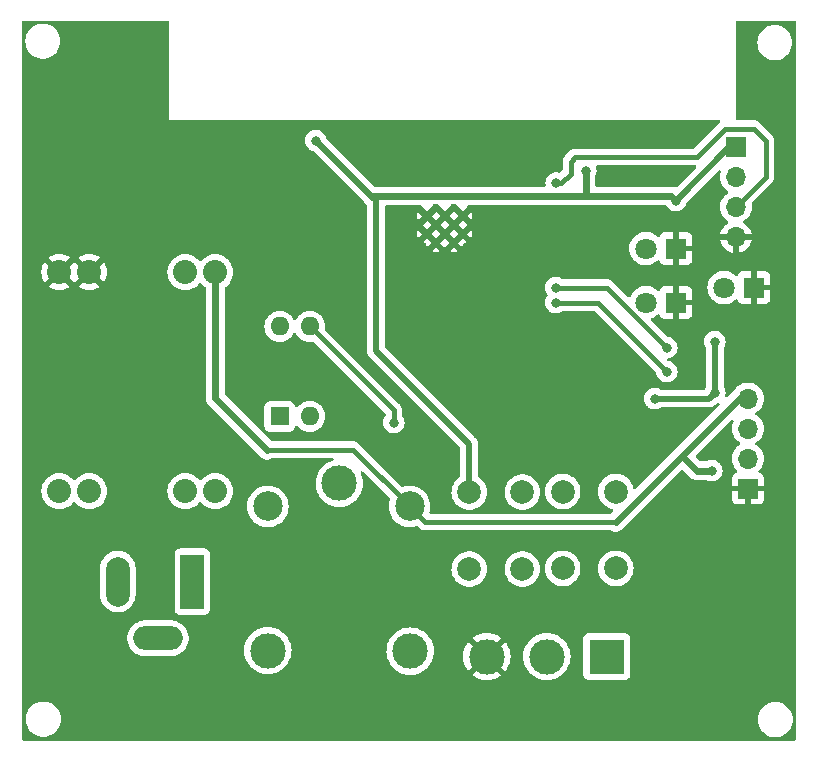
<source format=gbr>
%TF.GenerationSoftware,KiCad,Pcbnew,(7.0.0)*%
%TF.CreationDate,2023-04-20T20:46:08+02:00*%
%TF.ProjectId,pcb_morse,7063625f-6d6f-4727-9365-2e6b69636164,rev?*%
%TF.SameCoordinates,Original*%
%TF.FileFunction,Copper,L2,Bot*%
%TF.FilePolarity,Positive*%
%FSLAX46Y46*%
G04 Gerber Fmt 4.6, Leading zero omitted, Abs format (unit mm)*
G04 Created by KiCad (PCBNEW (7.0.0)) date 2023-04-20 20:46:08*
%MOMM*%
%LPD*%
G01*
G04 APERTURE LIST*
%TA.AperFunction,ComponentPad*%
%ADD10R,1.600000X1.600000*%
%TD*%
%TA.AperFunction,ComponentPad*%
%ADD11O,1.600000X1.600000*%
%TD*%
%TA.AperFunction,HeatsinkPad*%
%ADD12C,0.600000*%
%TD*%
%TA.AperFunction,ComponentPad*%
%ADD13C,2.032000*%
%TD*%
%TA.AperFunction,ComponentPad*%
%ADD14R,1.800000X1.800000*%
%TD*%
%TA.AperFunction,ComponentPad*%
%ADD15C,1.800000*%
%TD*%
%TA.AperFunction,ComponentPad*%
%ADD16R,3.000000X3.000000*%
%TD*%
%TA.AperFunction,ComponentPad*%
%ADD17C,3.000000*%
%TD*%
%TA.AperFunction,ComponentPad*%
%ADD18R,1.700000X1.700000*%
%TD*%
%TA.AperFunction,ComponentPad*%
%ADD19O,1.700000X1.700000*%
%TD*%
%TA.AperFunction,ComponentPad*%
%ADD20C,2.500000*%
%TD*%
%TA.AperFunction,ComponentPad*%
%ADD21C,2.000000*%
%TD*%
%TA.AperFunction,ComponentPad*%
%ADD22R,2.000000X4.600000*%
%TD*%
%TA.AperFunction,ComponentPad*%
%ADD23O,2.000000X4.200000*%
%TD*%
%TA.AperFunction,ComponentPad*%
%ADD24O,4.200000X2.000000*%
%TD*%
%TA.AperFunction,ViaPad*%
%ADD25C,0.800000*%
%TD*%
%TA.AperFunction,Conductor*%
%ADD26C,0.400000*%
%TD*%
%TA.AperFunction,Conductor*%
%ADD27C,0.600000*%
%TD*%
%TA.AperFunction,Conductor*%
%ADD28C,0.500000*%
%TD*%
G04 APERTURE END LIST*
D10*
%TO.P,U1,1*%
%TO.N,Net-(R8-Pad2)*%
X50286999Y-63997999D03*
D11*
%TO.P,U1,2*%
%TO.N,GPIO32*%
X52826999Y-63997999D03*
%TO.P,U1,3*%
%TO.N,Net-(R9-Pad1)*%
X52826999Y-56377999D03*
%TO.P,U1,4*%
%TO.N,VDD*%
X50286999Y-56377999D03*
%TD*%
D12*
%TO.P,ESP32,39,GND*%
%TO.N,GND*%
X62730000Y-47012500D03*
X62730000Y-48537500D03*
X63492500Y-46250000D03*
X63492500Y-47775000D03*
X63492500Y-49300000D03*
X64255000Y-47012500D03*
X64255000Y-48537500D03*
X65017500Y-46250000D03*
X65017500Y-47775000D03*
X65017500Y-49300000D03*
X65780000Y-47012500D03*
X65780000Y-48537500D03*
%TD*%
D13*
%TO.P,UMP1584,1,IN-*%
%TO.N,Net-(Barrel_Jack1-Pad2)*%
X31623000Y-70326000D03*
%TO.P,UMP1584,2,IN-*%
X34163000Y-70326000D03*
%TO.P,UMP1584,3,IN+*%
%TO.N,+12V*%
X42291000Y-70326000D03*
%TO.P,UMP1584,4,IN+*%
X44831000Y-70326000D03*
%TO.P,UMP1584,5,OUT+*%
%TO.N,VDD*%
X44831000Y-51784000D03*
%TO.P,UMP1584,6,OUT+*%
X42291000Y-51784000D03*
%TO.P,UMP1584,7,OUT-*%
%TO.N,GND*%
X34163000Y-51784000D03*
%TO.P,UMP1584,8,OUT-*%
X31623000Y-51784000D03*
%TD*%
D14*
%TO.P,LED1,1,K*%
%TO.N,GND*%
X90428999Y-53085999D03*
D15*
%TO.P,LED1,2,A*%
%TO.N,Net-(LED1-A)*%
X87889000Y-53086000D03*
%TD*%
D16*
%TO.P,Kroonsteen1,1,Pin_1*%
%TO.N,Net-(Kroonsteen1-Pin_1)*%
X77977999Y-84327999D03*
D17*
%TO.P,Kroonsteen1,2,Pin_2*%
%TO.N,Net-(Kroonsteen1-Pin_2)*%
X72898000Y-84328000D03*
%TO.P,Kroonsteen1,3,Pin_3*%
%TO.N,GND*%
X67818000Y-84328000D03*
%TD*%
D18*
%TO.P,J2,1,Pin_1*%
%TO.N,+3.3V*%
X88899999Y-41179999D03*
D19*
%TO.P,J2,2,Pin_2*%
%TO.N,RX0*%
X88899999Y-43719999D03*
%TO.P,J2,3,Pin_3*%
%TO.N,TX0*%
X88899999Y-46259999D03*
%TO.P,J2,4,Pin_4*%
%TO.N,GND*%
X88899999Y-48799999D03*
%TD*%
D17*
%TO.P,Relais1,1*%
%TO.N,+12V*%
X55326000Y-69670000D03*
D20*
%TO.P,Relais1,2*%
%TO.N,Net-(D1-A)*%
X49276000Y-71620000D03*
D17*
%TO.P,Relais1,3*%
%TO.N,Net-(Kroonsteen1-Pin_2)*%
X49276000Y-83820000D03*
%TO.P,Relais1,4*%
%TO.N,Net-(Kroonsteen1-Pin_1)*%
X61326000Y-83870000D03*
D20*
%TO.P,Relais1,5*%
%TO.N,VDD*%
X61276000Y-71620000D03*
%TD*%
D21*
%TO.P,START1,1,1A*%
%TO.N,+3.3V*%
X66330000Y-76910000D03*
X66330000Y-70410000D03*
%TO.P,START1,2,2B*%
%TO.N,GPIO2*%
X70830000Y-76910000D03*
X70830000Y-70410000D03*
%TD*%
D18*
%TO.P,ULTRASONIC-SENSOR1,1,Pin_1*%
%TO.N,GND*%
X89915999Y-70103999D03*
D19*
%TO.P,ULTRASONIC-SENSOR1,2,Pin_2*%
%TO.N,GPIO16-5V*%
X89915999Y-67563999D03*
%TO.P,ULTRASONIC-SENSOR1,3,Pin_3*%
%TO.N,GPIO17-5V*%
X89915999Y-65023999D03*
%TO.P,ULTRASONIC-SENSOR1,4,Pin_4*%
%TO.N,VDD*%
X89915999Y-62483999D03*
%TD*%
D14*
%TO.P,LED2,1,K*%
%TO.N,GND*%
X83819999Y-49783999D03*
D15*
%TO.P,LED2,2,A*%
%TO.N,Net-(LED2-A)*%
X81280000Y-49784000D03*
%TD*%
D21*
%TO.P,RESET1,1,1A*%
%TO.N,+3.3V*%
X74240000Y-76858000D03*
X74240000Y-70358000D03*
%TO.P,RESET1,2,2B*%
%TO.N,GPIO4*%
X78740000Y-76858000D03*
X78740000Y-70358000D03*
%TD*%
D22*
%TO.P,Barrel_Jack1,1*%
%TO.N,+12V*%
X42875999Y-77977999D03*
D23*
%TO.P,Barrel_Jack1,2*%
%TO.N,Net-(Barrel_Jack1-Pad2)*%
X36575999Y-77977999D03*
D24*
%TO.P,Barrel_Jack1,3*%
%TO.N,N/C*%
X39975999Y-82777999D03*
%TD*%
D14*
%TO.P,LED3,1,K*%
%TO.N,GND*%
X83824999Y-54355999D03*
D15*
%TO.P,LED3,2,A*%
%TO.N,Net-(LED3-A)*%
X81285000Y-54356000D03*
%TD*%
D25*
%TO.N,GND*%
X63246000Y-60452000D03*
%TO.N,Net-(R9-Pad1)*%
X59944000Y-64516000D03*
%TO.N,+3.3V*%
X53340000Y-40640000D03*
X87122000Y-61976000D03*
X76200000Y-43180000D03*
X83820000Y-45720000D03*
X87122000Y-57658000D03*
X82042000Y-62484000D03*
%TO.N,GND*%
X30734000Y-46990000D03*
X78740000Y-61500000D03*
X80518000Y-73660000D03*
X77978000Y-57404000D03*
X81534000Y-43434000D03*
X33909000Y-86995000D03*
X55626000Y-76962000D03*
X40640000Y-60960000D03*
X73787000Y-40513000D03*
X70866000Y-49530000D03*
X76200000Y-68580000D03*
X73660000Y-62960000D03*
X31242000Y-36322000D03*
X30734000Y-60960000D03*
X30734000Y-66040000D03*
X63500000Y-53848000D03*
X40640000Y-66040000D03*
X59436000Y-61214000D03*
X43053000Y-45974000D03*
X63500000Y-40640000D03*
X86868000Y-74676000D03*
X46482000Y-40513000D03*
X87122000Y-81280000D03*
X40640000Y-55880000D03*
X30734000Y-55880000D03*
X40640000Y-88900000D03*
X51172000Y-51308000D03*
%TO.N,VDD*%
X86868000Y-68580000D03*
%TO.N,TX0*%
X73685000Y-44245000D03*
%TO.N,GPIO16*%
X83058000Y-60198000D03*
X73660000Y-54356000D03*
%TO.N,GPIO17*%
X73660000Y-53086000D03*
X83058000Y-58166000D03*
%TD*%
D26*
%TO.N,Net-(R9-Pad1)*%
X59944000Y-64516000D02*
X59944000Y-63495000D01*
X59944000Y-63495000D02*
X52827000Y-56378000D01*
%TO.N,VDD*%
X62604503Y-72948503D02*
X61276000Y-71620000D01*
X78721497Y-72948503D02*
X62604503Y-72948503D01*
X49276000Y-66802000D02*
X49225497Y-66852503D01*
X61276000Y-71620000D02*
X56458000Y-66802000D01*
X56458000Y-66802000D02*
X49276000Y-66802000D01*
D27*
X49225497Y-66852503D02*
X44831000Y-62458006D01*
D28*
%TO.N,+3.3V*%
X82042000Y-62484000D02*
X86614000Y-62484000D01*
X58039000Y-45339000D02*
X53340000Y-40640000D01*
D27*
X83439000Y-45339000D02*
X83820000Y-45720000D01*
D28*
X58325000Y-45625000D02*
X58039000Y-45339000D01*
X88900000Y-41180000D02*
X88360000Y-41180000D01*
D27*
X76200000Y-45339000D02*
X83439000Y-45339000D01*
D28*
X58420000Y-45625000D02*
X58325000Y-45625000D01*
X66330000Y-66330000D02*
X58420000Y-58420000D01*
X83820000Y-45720000D02*
X83725000Y-45625000D01*
X88360000Y-41180000D02*
X83820000Y-45720000D01*
D27*
X58039000Y-45339000D02*
X76200000Y-45339000D01*
D28*
X58250000Y-45550000D02*
X58039000Y-45339000D01*
X87122000Y-61976000D02*
X87122000Y-57658000D01*
X66330000Y-70410000D02*
X66330000Y-66330000D01*
D27*
X76200000Y-45339000D02*
X76200000Y-43180000D01*
D28*
X58420000Y-58420000D02*
X58420000Y-45625000D01*
X86614000Y-62484000D02*
X87122000Y-61976000D01*
D27*
%TO.N,GND*%
X63492500Y-46250000D02*
X60452000Y-49290500D01*
X65017500Y-46250000D02*
X67818000Y-49050500D01*
X67818000Y-49050500D02*
X67818000Y-49530000D01*
X60452000Y-49290500D02*
X60452000Y-49530000D01*
%TO.N,VDD*%
X84344000Y-67326000D02*
X89662000Y-62008000D01*
X84344000Y-67326000D02*
X85598000Y-68580000D01*
X44831000Y-62458006D02*
X44831000Y-51784000D01*
X78721497Y-72948503D02*
X84344000Y-67326000D01*
X85598000Y-68580000D02*
X86868000Y-68580000D01*
D26*
%TO.N,TX0*%
X91440000Y-40640000D02*
X91440000Y-43720000D01*
X91440000Y-43720000D02*
X88900000Y-46260000D01*
X85598000Y-42037000D02*
X88011000Y-39624000D01*
X74930000Y-43434000D02*
X74930000Y-42418000D01*
X74930000Y-42418000D02*
X75311000Y-42037000D01*
X90424000Y-39624000D02*
X91440000Y-40640000D01*
X74119000Y-44245000D02*
X74930000Y-43434000D01*
X75311000Y-42037000D02*
X85598000Y-42037000D01*
X88011000Y-39624000D02*
X90424000Y-39624000D01*
X73685000Y-44245000D02*
X74119000Y-44245000D01*
%TO.N,GPIO16*%
X77216000Y-54356000D02*
X83058000Y-60198000D01*
X73660000Y-54356000D02*
X77216000Y-54356000D01*
%TO.N,GPIO17*%
X77978000Y-53086000D02*
X83058000Y-58166000D01*
X73660000Y-53086000D02*
X77978000Y-53086000D01*
%TD*%
%TA.AperFunction,Conductor*%
%TO.N,GND*%
G36*
X40873000Y-30497113D02*
G01*
X40918387Y-30542500D01*
X40935000Y-30604500D01*
X40935000Y-38885000D01*
X40951326Y-38885000D01*
X87455436Y-38885000D01*
X87513062Y-38899204D01*
X87557486Y-38938560D01*
X87578532Y-38994054D01*
X87571378Y-39052972D01*
X87542283Y-39095121D01*
X87543070Y-39095818D01*
X87503184Y-39140838D01*
X87498051Y-39146290D01*
X85344162Y-41300181D01*
X85303934Y-41327061D01*
X85256481Y-41336500D01*
X75335910Y-41336500D01*
X75328423Y-41336274D01*
X75275881Y-41333095D01*
X75275873Y-41333095D01*
X75268394Y-41332643D01*
X75261019Y-41333994D01*
X75261009Y-41333995D01*
X75209242Y-41343481D01*
X75201843Y-41344608D01*
X75149567Y-41350956D01*
X75149561Y-41350957D01*
X75142128Y-41351860D01*
X75135123Y-41354516D01*
X75135112Y-41354519D01*
X75132639Y-41355457D01*
X75111041Y-41361478D01*
X75108451Y-41361952D01*
X75108444Y-41361954D01*
X75101068Y-41363306D01*
X75094225Y-41366385D01*
X75094227Y-41366385D01*
X75046234Y-41387984D01*
X75039318Y-41390848D01*
X74990088Y-41409519D01*
X74990078Y-41409523D01*
X74983070Y-41412182D01*
X74976899Y-41416441D01*
X74976894Y-41416444D01*
X74974722Y-41417944D01*
X74955187Y-41428962D01*
X74952784Y-41430043D01*
X74952777Y-41430047D01*
X74945943Y-41433123D01*
X74940043Y-41437745D01*
X74940040Y-41437747D01*
X74898595Y-41470216D01*
X74892566Y-41474651D01*
X74849249Y-41504551D01*
X74849241Y-41504557D01*
X74843071Y-41508817D01*
X74838101Y-41514426D01*
X74838094Y-41514433D01*
X74803184Y-41553838D01*
X74798051Y-41559290D01*
X74452290Y-41905051D01*
X74446838Y-41910184D01*
X74407431Y-41945096D01*
X74407425Y-41945102D01*
X74401817Y-41950071D01*
X74397560Y-41956236D01*
X74397551Y-41956248D01*
X74367649Y-41999568D01*
X74363213Y-42005597D01*
X74330749Y-42047035D01*
X74330743Y-42047043D01*
X74326122Y-42052943D01*
X74323044Y-42059780D01*
X74323043Y-42059783D01*
X74321962Y-42062185D01*
X74310940Y-42081727D01*
X74309441Y-42083898D01*
X74309437Y-42083904D01*
X74305182Y-42090070D01*
X74302526Y-42097070D01*
X74302522Y-42097080D01*
X74283853Y-42146305D01*
X74280989Y-42153219D01*
X74259382Y-42201229D01*
X74259379Y-42201235D01*
X74256305Y-42208068D01*
X74254953Y-42215439D01*
X74254951Y-42215449D01*
X74254474Y-42218053D01*
X74248456Y-42239643D01*
X74247519Y-42242114D01*
X74247517Y-42242119D01*
X74244860Y-42249128D01*
X74243956Y-42256565D01*
X74243956Y-42256569D01*
X74237610Y-42308827D01*
X74236483Y-42316226D01*
X74226994Y-42368010D01*
X74226993Y-42368018D01*
X74225642Y-42375394D01*
X74226094Y-42382873D01*
X74226094Y-42382881D01*
X74229274Y-42435433D01*
X74229500Y-42442921D01*
X74229500Y-43092481D01*
X74220061Y-43139934D01*
X74193183Y-43180159D01*
X74032764Y-43340578D01*
X73980303Y-43371789D01*
X73919304Y-43374185D01*
X73786008Y-43345852D01*
X73786005Y-43345851D01*
X73779646Y-43344500D01*
X73590354Y-43344500D01*
X73583995Y-43345851D01*
X73583991Y-43345852D01*
X73411559Y-43382503D01*
X73411552Y-43382505D01*
X73405197Y-43383856D01*
X73399262Y-43386498D01*
X73399254Y-43386501D01*
X73238207Y-43458205D01*
X73238202Y-43458207D01*
X73232270Y-43460849D01*
X73227016Y-43464665D01*
X73227011Y-43464669D01*
X73084388Y-43568290D01*
X73084381Y-43568295D01*
X73079129Y-43572112D01*
X73074784Y-43576937D01*
X73074779Y-43576942D01*
X72956813Y-43707956D01*
X72956808Y-43707962D01*
X72952467Y-43712784D01*
X72949222Y-43718404D01*
X72949218Y-43718410D01*
X72861069Y-43871089D01*
X72861066Y-43871094D01*
X72857821Y-43876716D01*
X72855815Y-43882888D01*
X72855813Y-43882894D01*
X72801333Y-44050564D01*
X72801331Y-44050573D01*
X72799326Y-44056744D01*
X72798648Y-44063194D01*
X72798646Y-44063204D01*
X72785015Y-44192904D01*
X72779540Y-44245000D01*
X72780219Y-44251460D01*
X72780219Y-44251461D01*
X72795992Y-44401539D01*
X72784121Y-44468858D01*
X72738381Y-44519658D01*
X72672671Y-44538500D01*
X58351229Y-44538500D01*
X58303776Y-44529061D01*
X58263548Y-44502181D01*
X54252770Y-40491402D01*
X54222521Y-40442041D01*
X54167179Y-40271716D01*
X54072533Y-40107784D01*
X53945871Y-39967112D01*
X53940613Y-39963292D01*
X53940611Y-39963290D01*
X53797988Y-39859669D01*
X53797987Y-39859668D01*
X53792730Y-39855849D01*
X53786792Y-39853205D01*
X53625745Y-39781501D01*
X53625740Y-39781499D01*
X53619803Y-39778856D01*
X53613444Y-39777504D01*
X53613440Y-39777503D01*
X53441008Y-39740852D01*
X53441005Y-39740851D01*
X53434646Y-39739500D01*
X53245354Y-39739500D01*
X53238995Y-39740851D01*
X53238991Y-39740852D01*
X53066559Y-39777503D01*
X53066552Y-39777505D01*
X53060197Y-39778856D01*
X53054262Y-39781498D01*
X53054254Y-39781501D01*
X52893207Y-39853205D01*
X52893202Y-39853207D01*
X52887270Y-39855849D01*
X52882016Y-39859665D01*
X52882011Y-39859669D01*
X52739388Y-39963290D01*
X52739381Y-39963295D01*
X52734129Y-39967112D01*
X52729784Y-39971937D01*
X52729779Y-39971942D01*
X52611813Y-40102956D01*
X52611808Y-40102962D01*
X52607467Y-40107784D01*
X52604222Y-40113404D01*
X52604218Y-40113410D01*
X52516069Y-40266089D01*
X52516066Y-40266094D01*
X52512821Y-40271716D01*
X52510815Y-40277888D01*
X52510813Y-40277894D01*
X52456333Y-40445564D01*
X52456331Y-40445573D01*
X52454326Y-40451744D01*
X52453648Y-40458194D01*
X52453646Y-40458204D01*
X52436370Y-40622587D01*
X52434540Y-40640000D01*
X52435219Y-40646460D01*
X52453646Y-40821795D01*
X52453647Y-40821803D01*
X52454326Y-40828256D01*
X52456331Y-40834428D01*
X52456333Y-40834435D01*
X52504124Y-40981519D01*
X52512821Y-41008284D01*
X52607467Y-41172216D01*
X52611811Y-41177041D01*
X52611813Y-41177043D01*
X52729779Y-41308057D01*
X52734129Y-41312888D01*
X52739387Y-41316708D01*
X52739388Y-41316709D01*
X52761942Y-41333095D01*
X52887270Y-41424151D01*
X53060197Y-41501144D01*
X53125335Y-41514989D01*
X53158714Y-41527303D01*
X53187228Y-41548596D01*
X57287028Y-45648395D01*
X57310983Y-45682157D01*
X57313211Y-45688522D01*
X57316912Y-45694412D01*
X57377870Y-45791427D01*
X57409184Y-45841262D01*
X57536738Y-45968816D01*
X57542638Y-45972523D01*
X57542644Y-45972528D01*
X57611472Y-46015776D01*
X57654028Y-46060788D01*
X57669500Y-46120769D01*
X57669500Y-58356293D01*
X57668191Y-58374264D01*
X57664711Y-58398023D01*
X57665340Y-58405214D01*
X57665340Y-58405221D01*
X57669028Y-58447369D01*
X57669500Y-58458176D01*
X57669500Y-58463709D01*
X57669916Y-58467272D01*
X57669917Y-58467282D01*
X57673098Y-58494496D01*
X57673464Y-58498082D01*
X57679371Y-58565604D01*
X57679372Y-58565609D01*
X57680001Y-58572797D01*
X57682271Y-58579649D01*
X57682976Y-58583063D01*
X57683028Y-58583384D01*
X57683120Y-58583709D01*
X57683920Y-58587085D01*
X57684759Y-58594255D01*
X57710413Y-58664742D01*
X57711582Y-58668108D01*
X57732913Y-58732479D01*
X57732917Y-58732489D01*
X57735186Y-58739334D01*
X57738971Y-58745472D01*
X57740443Y-58748628D01*
X57740570Y-58748935D01*
X57740729Y-58749220D01*
X57742295Y-58752338D01*
X57744763Y-58759117D01*
X57748727Y-58765144D01*
X57748729Y-58765148D01*
X57785979Y-58821784D01*
X57787900Y-58824799D01*
X57827288Y-58888656D01*
X57832392Y-58893760D01*
X57834542Y-58896479D01*
X57834739Y-58896752D01*
X57834973Y-58897007D01*
X57837202Y-58899663D01*
X57841170Y-58905696D01*
X57846423Y-58910652D01*
X57846424Y-58910653D01*
X57895709Y-58957151D01*
X57898296Y-58959664D01*
X65543181Y-66604548D01*
X65570061Y-66644776D01*
X65579500Y-66692229D01*
X65579500Y-69036128D01*
X65562023Y-69099602D01*
X65514520Y-69145180D01*
X65506491Y-69149526D01*
X65502445Y-69152675D01*
X65502436Y-69152681D01*
X65336647Y-69281721D01*
X65310256Y-69302262D01*
X65306793Y-69306023D01*
X65306784Y-69306032D01*
X65145311Y-69481439D01*
X65145305Y-69481446D01*
X65141836Y-69485215D01*
X65139031Y-69489506D01*
X65139028Y-69489512D01*
X65008631Y-69689099D01*
X65008624Y-69689111D01*
X65005827Y-69693393D01*
X65003772Y-69698077D01*
X65003766Y-69698089D01*
X64907997Y-69916422D01*
X64905937Y-69921119D01*
X64904679Y-69926084D01*
X64904678Y-69926089D01*
X64846151Y-70157204D01*
X64846149Y-70157213D01*
X64844892Y-70162179D01*
X64844468Y-70167288D01*
X64844467Y-70167298D01*
X64831317Y-70326000D01*
X64824357Y-70410000D01*
X64824781Y-70415117D01*
X64844467Y-70652701D01*
X64844468Y-70652709D01*
X64844892Y-70657821D01*
X64846149Y-70662788D01*
X64846151Y-70662795D01*
X64893958Y-70851577D01*
X64905937Y-70898881D01*
X64907997Y-70903577D01*
X65003766Y-71121910D01*
X65003769Y-71121916D01*
X65005827Y-71126607D01*
X65008627Y-71130893D01*
X65008631Y-71130900D01*
X65136675Y-71326885D01*
X65141836Y-71334785D01*
X65145310Y-71338559D01*
X65145311Y-71338560D01*
X65306784Y-71513967D01*
X65306787Y-71513970D01*
X65310256Y-71517738D01*
X65506491Y-71670474D01*
X65725190Y-71788828D01*
X65960386Y-71869571D01*
X66205665Y-71910500D01*
X66449201Y-71910500D01*
X66454335Y-71910500D01*
X66699614Y-71869571D01*
X66934810Y-71788828D01*
X67153509Y-71670474D01*
X67349744Y-71517738D01*
X67518164Y-71334785D01*
X67654173Y-71126607D01*
X67754063Y-70898881D01*
X67815108Y-70657821D01*
X67835643Y-70410000D01*
X69324357Y-70410000D01*
X69324781Y-70415117D01*
X69344467Y-70652701D01*
X69344468Y-70652709D01*
X69344892Y-70657821D01*
X69346149Y-70662788D01*
X69346151Y-70662795D01*
X69393958Y-70851577D01*
X69405937Y-70898881D01*
X69407997Y-70903577D01*
X69503766Y-71121910D01*
X69503769Y-71121916D01*
X69505827Y-71126607D01*
X69508627Y-71130893D01*
X69508631Y-71130900D01*
X69636675Y-71326885D01*
X69641836Y-71334785D01*
X69645310Y-71338559D01*
X69645311Y-71338560D01*
X69806784Y-71513967D01*
X69806787Y-71513970D01*
X69810256Y-71517738D01*
X70006491Y-71670474D01*
X70225190Y-71788828D01*
X70460386Y-71869571D01*
X70705665Y-71910500D01*
X70949201Y-71910500D01*
X70954335Y-71910500D01*
X71199614Y-71869571D01*
X71434810Y-71788828D01*
X71653509Y-71670474D01*
X71849744Y-71517738D01*
X72018164Y-71334785D01*
X72154173Y-71126607D01*
X72254063Y-70898881D01*
X72315108Y-70657821D01*
X72335643Y-70410000D01*
X72331334Y-70358000D01*
X72734357Y-70358000D01*
X72734781Y-70363117D01*
X72754467Y-70600701D01*
X72754468Y-70600709D01*
X72754892Y-70605821D01*
X72756149Y-70610788D01*
X72756151Y-70610795D01*
X72804210Y-70800573D01*
X72815937Y-70846881D01*
X72817997Y-70851577D01*
X72913766Y-71069910D01*
X72913769Y-71069916D01*
X72915827Y-71074607D01*
X72918627Y-71078893D01*
X72918631Y-71078900D01*
X73008188Y-71215977D01*
X73051836Y-71282785D01*
X73055310Y-71286559D01*
X73055311Y-71286560D01*
X73216784Y-71461967D01*
X73216787Y-71461970D01*
X73220256Y-71465738D01*
X73416491Y-71618474D01*
X73635190Y-71736828D01*
X73870386Y-71817571D01*
X74115665Y-71858500D01*
X74359201Y-71858500D01*
X74364335Y-71858500D01*
X74609614Y-71817571D01*
X74844810Y-71736828D01*
X75063509Y-71618474D01*
X75259744Y-71465738D01*
X75428164Y-71282785D01*
X75564173Y-71074607D01*
X75664063Y-70846881D01*
X75725108Y-70605821D01*
X75745643Y-70358000D01*
X75725108Y-70110179D01*
X75664063Y-69869119D01*
X75564173Y-69641393D01*
X75560254Y-69635395D01*
X75469217Y-69496052D01*
X75428164Y-69433215D01*
X75407703Y-69410988D01*
X75263215Y-69254032D01*
X75263211Y-69254029D01*
X75259744Y-69250262D01*
X75117255Y-69139358D01*
X75067559Y-69100678D01*
X75067557Y-69100676D01*
X75063509Y-69097526D01*
X75058997Y-69095084D01*
X74849316Y-68981610D01*
X74849310Y-68981607D01*
X74844810Y-68979172D01*
X74839969Y-68977510D01*
X74839962Y-68977507D01*
X74614465Y-68900094D01*
X74614461Y-68900093D01*
X74609614Y-68898429D01*
X74600768Y-68896952D01*
X74369398Y-68858344D01*
X74369387Y-68858343D01*
X74364335Y-68857500D01*
X74115665Y-68857500D01*
X74110613Y-68858343D01*
X74110601Y-68858344D01*
X73875443Y-68897585D01*
X73875441Y-68897585D01*
X73870386Y-68898429D01*
X73865541Y-68900092D01*
X73865534Y-68900094D01*
X73640037Y-68977507D01*
X73640026Y-68977511D01*
X73635190Y-68979172D01*
X73630693Y-68981605D01*
X73630683Y-68981610D01*
X73421002Y-69095084D01*
X73420995Y-69095088D01*
X73416491Y-69097526D01*
X73412448Y-69100672D01*
X73412440Y-69100678D01*
X73267463Y-69213519D01*
X73220256Y-69250262D01*
X73216793Y-69254023D01*
X73216784Y-69254032D01*
X73055311Y-69429439D01*
X73055305Y-69429446D01*
X73051836Y-69433215D01*
X73049031Y-69437506D01*
X73049028Y-69437512D01*
X72918631Y-69637099D01*
X72918624Y-69637111D01*
X72915827Y-69641393D01*
X72913772Y-69646077D01*
X72913766Y-69646089D01*
X72819646Y-69860663D01*
X72815937Y-69869119D01*
X72814679Y-69874084D01*
X72814678Y-69874089D01*
X72756151Y-70105204D01*
X72756149Y-70105213D01*
X72754892Y-70110179D01*
X72754468Y-70115288D01*
X72754467Y-70115298D01*
X72736606Y-70330854D01*
X72734357Y-70358000D01*
X72331334Y-70358000D01*
X72315108Y-70162179D01*
X72254063Y-69921119D01*
X72154173Y-69693393D01*
X72136003Y-69665582D01*
X72020971Y-69489512D01*
X72018164Y-69485215D01*
X72012578Y-69479147D01*
X71853215Y-69306032D01*
X71853211Y-69306029D01*
X71849744Y-69302262D01*
X71653509Y-69149526D01*
X71645484Y-69145183D01*
X71439316Y-69033610D01*
X71439310Y-69033607D01*
X71434810Y-69031172D01*
X71429969Y-69029510D01*
X71429962Y-69029507D01*
X71204465Y-68952094D01*
X71204461Y-68952093D01*
X71199614Y-68950429D01*
X71190768Y-68948952D01*
X70959398Y-68910344D01*
X70959387Y-68910343D01*
X70954335Y-68909500D01*
X70705665Y-68909500D01*
X70700613Y-68910343D01*
X70700601Y-68910344D01*
X70465443Y-68949585D01*
X70465441Y-68949585D01*
X70460386Y-68950429D01*
X70455541Y-68952092D01*
X70455534Y-68952094D01*
X70230037Y-69029507D01*
X70230026Y-69029511D01*
X70225190Y-69031172D01*
X70220693Y-69033605D01*
X70220683Y-69033610D01*
X70011002Y-69147084D01*
X70010995Y-69147088D01*
X70006491Y-69149526D01*
X70002448Y-69152672D01*
X70002440Y-69152678D01*
X69836647Y-69281721D01*
X69810256Y-69302262D01*
X69806793Y-69306023D01*
X69806784Y-69306032D01*
X69645311Y-69481439D01*
X69645305Y-69481446D01*
X69641836Y-69485215D01*
X69639031Y-69489506D01*
X69639028Y-69489512D01*
X69508631Y-69689099D01*
X69508624Y-69689111D01*
X69505827Y-69693393D01*
X69503772Y-69698077D01*
X69503766Y-69698089D01*
X69407997Y-69916422D01*
X69405937Y-69921119D01*
X69404679Y-69926084D01*
X69404678Y-69926089D01*
X69346151Y-70157204D01*
X69346149Y-70157213D01*
X69344892Y-70162179D01*
X69344468Y-70167288D01*
X69344467Y-70167298D01*
X69331317Y-70326000D01*
X69324357Y-70410000D01*
X67835643Y-70410000D01*
X67815108Y-70162179D01*
X67754063Y-69921119D01*
X67654173Y-69693393D01*
X67636003Y-69665582D01*
X67520971Y-69489512D01*
X67518164Y-69485215D01*
X67512578Y-69479147D01*
X67353215Y-69306032D01*
X67353211Y-69306029D01*
X67349744Y-69302262D01*
X67153509Y-69149526D01*
X67145479Y-69145180D01*
X67097977Y-69099602D01*
X67080500Y-69036128D01*
X67080500Y-66393707D01*
X67081809Y-66375736D01*
X67082297Y-66372396D01*
X67085289Y-66351977D01*
X67080971Y-66302633D01*
X67080500Y-66291827D01*
X67080500Y-66289902D01*
X67080500Y-66286291D01*
X67076894Y-66255443D01*
X67076537Y-66251956D01*
X67069998Y-66177203D01*
X67067724Y-66170341D01*
X67067027Y-66166965D01*
X67066970Y-66166613D01*
X67066875Y-66166277D01*
X67066079Y-66162919D01*
X67065241Y-66155745D01*
X67039569Y-66085212D01*
X67038401Y-66081848D01*
X67017086Y-66017521D01*
X67017085Y-66017519D01*
X67014814Y-66010665D01*
X67011022Y-66004518D01*
X67009559Y-66001379D01*
X67009431Y-66001069D01*
X67009257Y-66000758D01*
X67007710Y-65997677D01*
X67005237Y-65990883D01*
X66964005Y-65928194D01*
X66962106Y-65925212D01*
X66926504Y-65867491D01*
X66926501Y-65867488D01*
X66922712Y-65861344D01*
X66917605Y-65856237D01*
X66915459Y-65853523D01*
X66915257Y-65853244D01*
X66915022Y-65852987D01*
X66912796Y-65850334D01*
X66908830Y-65844304D01*
X66854290Y-65792848D01*
X66851703Y-65790335D01*
X59206819Y-58145451D01*
X59179939Y-58105223D01*
X59170500Y-58057770D01*
X59170500Y-54356000D01*
X72754540Y-54356000D01*
X72755219Y-54362460D01*
X72773646Y-54537795D01*
X72773647Y-54537803D01*
X72774326Y-54544256D01*
X72776331Y-54550428D01*
X72776333Y-54550435D01*
X72830813Y-54718105D01*
X72832821Y-54724284D01*
X72927467Y-54888216D01*
X73054129Y-55028888D01*
X73059387Y-55032708D01*
X73059388Y-55032709D01*
X73114200Y-55072532D01*
X73207270Y-55140151D01*
X73380197Y-55217144D01*
X73565354Y-55256500D01*
X73748143Y-55256500D01*
X73754646Y-55256500D01*
X73939803Y-55217144D01*
X74112730Y-55140151D01*
X74195273Y-55080179D01*
X74229837Y-55062569D01*
X74268155Y-55056500D01*
X76874481Y-55056500D01*
X76921934Y-55065939D01*
X76962162Y-55092819D01*
X82131495Y-60262152D01*
X82155734Y-60296449D01*
X82167135Y-60336870D01*
X82171646Y-60379795D01*
X82171647Y-60379803D01*
X82172326Y-60386256D01*
X82230821Y-60566284D01*
X82325467Y-60730216D01*
X82452129Y-60870888D01*
X82605270Y-60982151D01*
X82778197Y-61059144D01*
X82963354Y-61098500D01*
X83146143Y-61098500D01*
X83152646Y-61098500D01*
X83337803Y-61059144D01*
X83510730Y-60982151D01*
X83663871Y-60870888D01*
X83790533Y-60730216D01*
X83885179Y-60566284D01*
X83943674Y-60386256D01*
X83963460Y-60198000D01*
X83943674Y-60009744D01*
X83885179Y-59829716D01*
X83790533Y-59665784D01*
X83663871Y-59525112D01*
X83658613Y-59521292D01*
X83658611Y-59521290D01*
X83515988Y-59417669D01*
X83515987Y-59417668D01*
X83510730Y-59413849D01*
X83504792Y-59411205D01*
X83343745Y-59339501D01*
X83343740Y-59339499D01*
X83337803Y-59336856D01*
X83331444Y-59335504D01*
X83331440Y-59335503D01*
X83182872Y-59303924D01*
X83149485Y-59291607D01*
X83120972Y-59270315D01*
X83119925Y-59269268D01*
X83087421Y-59212110D01*
X83088712Y-59146369D01*
X83123435Y-59090531D01*
X83181823Y-59060298D01*
X83337803Y-59027144D01*
X83510730Y-58950151D01*
X83663871Y-58838888D01*
X83790533Y-58698216D01*
X83885179Y-58534284D01*
X83943674Y-58354256D01*
X83963460Y-58166000D01*
X83943674Y-57977744D01*
X83885179Y-57797716D01*
X83790533Y-57633784D01*
X83663871Y-57493112D01*
X83658613Y-57489292D01*
X83658611Y-57489290D01*
X83515988Y-57385669D01*
X83515987Y-57385668D01*
X83510730Y-57381849D01*
X83502191Y-57378047D01*
X83343745Y-57307501D01*
X83343740Y-57307499D01*
X83337803Y-57304856D01*
X83331444Y-57303504D01*
X83331440Y-57303503D01*
X83182872Y-57271924D01*
X83149485Y-57259607D01*
X83120972Y-57238315D01*
X81748835Y-55866178D01*
X81717312Y-55812648D01*
X81715707Y-55750547D01*
X81744424Y-55695460D01*
X81796251Y-55661217D01*
X81849503Y-55642936D01*
X82053626Y-55532470D01*
X82236784Y-55389913D01*
X82245510Y-55380433D01*
X82298132Y-55346578D01*
X82360587Y-55342728D01*
X82416970Y-55369866D01*
X82452924Y-55421080D01*
X82478548Y-55489779D01*
X82486962Y-55505189D01*
X82562498Y-55606092D01*
X82574907Y-55618501D01*
X82675810Y-55694037D01*
X82691222Y-55702452D01*
X82810358Y-55746888D01*
X82825332Y-55750426D01*
X82873885Y-55755646D01*
X82880482Y-55756000D01*
X83558674Y-55756000D01*
X83571549Y-55752549D01*
X83575000Y-55739674D01*
X84075000Y-55739674D01*
X84078450Y-55752549D01*
X84091326Y-55756000D01*
X84769518Y-55756000D01*
X84776114Y-55755646D01*
X84824667Y-55750426D01*
X84839641Y-55746888D01*
X84958777Y-55702452D01*
X84974189Y-55694037D01*
X85075092Y-55618501D01*
X85087501Y-55606092D01*
X85163037Y-55505189D01*
X85171452Y-55489777D01*
X85215888Y-55370641D01*
X85219426Y-55355667D01*
X85224646Y-55307114D01*
X85225000Y-55300518D01*
X85225000Y-54622326D01*
X85221549Y-54609450D01*
X85208674Y-54606000D01*
X84091326Y-54606000D01*
X84078450Y-54609450D01*
X84075000Y-54622326D01*
X84075000Y-55739674D01*
X83575000Y-55739674D01*
X83575000Y-54089674D01*
X84075000Y-54089674D01*
X84078450Y-54102549D01*
X84091326Y-54106000D01*
X85208674Y-54106000D01*
X85221549Y-54102549D01*
X85225000Y-54089674D01*
X85225000Y-53411482D01*
X85224646Y-53404885D01*
X85219426Y-53356332D01*
X85215888Y-53341358D01*
X85171452Y-53222222D01*
X85163037Y-53206810D01*
X85087501Y-53105907D01*
X85075092Y-53093498D01*
X85065076Y-53086000D01*
X86483700Y-53086000D01*
X86484124Y-53091117D01*
X86502441Y-53312186D01*
X86502442Y-53312195D01*
X86502866Y-53317305D01*
X86504123Y-53322272D01*
X86504125Y-53322279D01*
X86548405Y-53497134D01*
X86559843Y-53542300D01*
X86561903Y-53546996D01*
X86651016Y-53750154D01*
X86651019Y-53750159D01*
X86653076Y-53754849D01*
X86700748Y-53827817D01*
X86777219Y-53944865D01*
X86777222Y-53944869D01*
X86780021Y-53949153D01*
X86937216Y-54119913D01*
X86941262Y-54123062D01*
X86941263Y-54123063D01*
X87006969Y-54174204D01*
X87120374Y-54262470D01*
X87324497Y-54372936D01*
X87544019Y-54448298D01*
X87772951Y-54486500D01*
X87999916Y-54486500D01*
X88005049Y-54486500D01*
X88233981Y-54448298D01*
X88453503Y-54372936D01*
X88657626Y-54262470D01*
X88840784Y-54119913D01*
X88849510Y-54110433D01*
X88902132Y-54076578D01*
X88964587Y-54072728D01*
X89020970Y-54099866D01*
X89056924Y-54151080D01*
X89082548Y-54219779D01*
X89090962Y-54235189D01*
X89166498Y-54336092D01*
X89178907Y-54348501D01*
X89279810Y-54424037D01*
X89295222Y-54432452D01*
X89414358Y-54476888D01*
X89429332Y-54480426D01*
X89477885Y-54485646D01*
X89484482Y-54486000D01*
X90162674Y-54486000D01*
X90175549Y-54482549D01*
X90179000Y-54469674D01*
X90679000Y-54469674D01*
X90682450Y-54482549D01*
X90695326Y-54486000D01*
X91373518Y-54486000D01*
X91380114Y-54485646D01*
X91428667Y-54480426D01*
X91443641Y-54476888D01*
X91562777Y-54432452D01*
X91578189Y-54424037D01*
X91679092Y-54348501D01*
X91691501Y-54336092D01*
X91767037Y-54235189D01*
X91775452Y-54219777D01*
X91819888Y-54100641D01*
X91823426Y-54085667D01*
X91828646Y-54037114D01*
X91829000Y-54030518D01*
X91829000Y-53352326D01*
X91825549Y-53339450D01*
X91812674Y-53336000D01*
X90695326Y-53336000D01*
X90682450Y-53339450D01*
X90679000Y-53352326D01*
X90679000Y-54469674D01*
X90179000Y-54469674D01*
X90179000Y-52819674D01*
X90679000Y-52819674D01*
X90682450Y-52832549D01*
X90695326Y-52836000D01*
X91812674Y-52836000D01*
X91825549Y-52832549D01*
X91829000Y-52819674D01*
X91829000Y-52141482D01*
X91828646Y-52134885D01*
X91823426Y-52086332D01*
X91819888Y-52071358D01*
X91775452Y-51952222D01*
X91767037Y-51936810D01*
X91691501Y-51835907D01*
X91679092Y-51823498D01*
X91578189Y-51747962D01*
X91562777Y-51739547D01*
X91443641Y-51695111D01*
X91428667Y-51691573D01*
X91380114Y-51686353D01*
X91373518Y-51686000D01*
X90695326Y-51686000D01*
X90682450Y-51689450D01*
X90679000Y-51702326D01*
X90679000Y-52819674D01*
X90179000Y-52819674D01*
X90179000Y-51702326D01*
X90175549Y-51689450D01*
X90162674Y-51686000D01*
X89484482Y-51686000D01*
X89477885Y-51686353D01*
X89429332Y-51691573D01*
X89414358Y-51695111D01*
X89295222Y-51739547D01*
X89279810Y-51747962D01*
X89178907Y-51823498D01*
X89166498Y-51835907D01*
X89090962Y-51936810D01*
X89082545Y-51952224D01*
X89056923Y-52020920D01*
X89020971Y-52072133D01*
X88964590Y-52099270D01*
X88902136Y-52095422D01*
X88849513Y-52061569D01*
X88844258Y-52055861D01*
X88844257Y-52055860D01*
X88840784Y-52052087D01*
X88808165Y-52026699D01*
X88661672Y-51912679D01*
X88661671Y-51912678D01*
X88657626Y-51909530D01*
X88521583Y-51835907D01*
X88458007Y-51801501D01*
X88458002Y-51801499D01*
X88453503Y-51799064D01*
X88448657Y-51797400D01*
X88448654Y-51797399D01*
X88238834Y-51725368D01*
X88238833Y-51725367D01*
X88233981Y-51723702D01*
X88228931Y-51722859D01*
X88228922Y-51722857D01*
X88010111Y-51686344D01*
X88010102Y-51686343D01*
X88005049Y-51685500D01*
X87772951Y-51685500D01*
X87767898Y-51686343D01*
X87767888Y-51686344D01*
X87549077Y-51722857D01*
X87549065Y-51722859D01*
X87544019Y-51723702D01*
X87539169Y-51725366D01*
X87539165Y-51725368D01*
X87329345Y-51797399D01*
X87329337Y-51797402D01*
X87324497Y-51799064D01*
X87320001Y-51801496D01*
X87319992Y-51801501D01*
X87124882Y-51907090D01*
X87124878Y-51907092D01*
X87120374Y-51909530D01*
X87116334Y-51912674D01*
X87116327Y-51912679D01*
X86941263Y-52048936D01*
X86941255Y-52048943D01*
X86937216Y-52052087D01*
X86933746Y-52055855D01*
X86933742Y-52055860D01*
X86783491Y-52219077D01*
X86783488Y-52219080D01*
X86780021Y-52222847D01*
X86777226Y-52227124D01*
X86777219Y-52227134D01*
X86657127Y-52410951D01*
X86653076Y-52417151D01*
X86651021Y-52421835D01*
X86651016Y-52421845D01*
X86566753Y-52613947D01*
X86559843Y-52629700D01*
X86558585Y-52634665D01*
X86558584Y-52634670D01*
X86504125Y-52849720D01*
X86504123Y-52849729D01*
X86502866Y-52854695D01*
X86502442Y-52859802D01*
X86502441Y-52859813D01*
X86489144Y-53020295D01*
X86483700Y-53086000D01*
X85065076Y-53086000D01*
X84974189Y-53017962D01*
X84958777Y-53009547D01*
X84839641Y-52965111D01*
X84824667Y-52961573D01*
X84776114Y-52956353D01*
X84769518Y-52956000D01*
X84091326Y-52956000D01*
X84078450Y-52959450D01*
X84075000Y-52972326D01*
X84075000Y-54089674D01*
X83575000Y-54089674D01*
X83575000Y-52972326D01*
X83571549Y-52959450D01*
X83558674Y-52956000D01*
X82880482Y-52956000D01*
X82873885Y-52956353D01*
X82825332Y-52961573D01*
X82810358Y-52965111D01*
X82691222Y-53009547D01*
X82675810Y-53017962D01*
X82574907Y-53093498D01*
X82562498Y-53105907D01*
X82486962Y-53206810D01*
X82478545Y-53222224D01*
X82452923Y-53290920D01*
X82416971Y-53342133D01*
X82360590Y-53369270D01*
X82298136Y-53365422D01*
X82245513Y-53331569D01*
X82240258Y-53325861D01*
X82240257Y-53325860D01*
X82236784Y-53322087D01*
X82224063Y-53312186D01*
X82057672Y-53182679D01*
X82057671Y-53182678D01*
X82053626Y-53179530D01*
X81999497Y-53150237D01*
X81854007Y-53071501D01*
X81854002Y-53071499D01*
X81849503Y-53069064D01*
X81844657Y-53067400D01*
X81844654Y-53067399D01*
X81634834Y-52995368D01*
X81634833Y-52995367D01*
X81629981Y-52993702D01*
X81624931Y-52992859D01*
X81624922Y-52992857D01*
X81406111Y-52956344D01*
X81406102Y-52956343D01*
X81401049Y-52955500D01*
X81168951Y-52955500D01*
X81163898Y-52956343D01*
X81163888Y-52956344D01*
X80945077Y-52992857D01*
X80945065Y-52992859D01*
X80940019Y-52993702D01*
X80935169Y-52995366D01*
X80935165Y-52995368D01*
X80725345Y-53067399D01*
X80725337Y-53067402D01*
X80720497Y-53069064D01*
X80716001Y-53071496D01*
X80715992Y-53071501D01*
X80520882Y-53177090D01*
X80520878Y-53177092D01*
X80516374Y-53179530D01*
X80512334Y-53182674D01*
X80512327Y-53182679D01*
X80337263Y-53318936D01*
X80337255Y-53318943D01*
X80333216Y-53322087D01*
X80329746Y-53325855D01*
X80329742Y-53325860D01*
X80179491Y-53489077D01*
X80179488Y-53489080D01*
X80176021Y-53492847D01*
X80173226Y-53497124D01*
X80173219Y-53497134D01*
X80081168Y-53638030D01*
X80049076Y-53687151D01*
X80003294Y-53791523D01*
X79975851Y-53854087D01*
X79939464Y-53901337D01*
X79885228Y-53926137D01*
X79825687Y-53922749D01*
X79774614Y-53891957D01*
X78490939Y-52608282D01*
X78485822Y-52602847D01*
X78445929Y-52557817D01*
X78396410Y-52523636D01*
X78390404Y-52519216D01*
X78348961Y-52486747D01*
X78348958Y-52486745D01*
X78343057Y-52482122D01*
X78336219Y-52479044D01*
X78336210Y-52479039D01*
X78333810Y-52477959D01*
X78314268Y-52466937D01*
X78312107Y-52465445D01*
X78312102Y-52465442D01*
X78305930Y-52461182D01*
X78249702Y-52439857D01*
X78242784Y-52436991D01*
X78194772Y-52415383D01*
X78194769Y-52415382D01*
X78187932Y-52412305D01*
X78180560Y-52410954D01*
X78180551Y-52410951D01*
X78177952Y-52410475D01*
X78156340Y-52404450D01*
X78153891Y-52403521D01*
X78153885Y-52403519D01*
X78146872Y-52400860D01*
X78139430Y-52399956D01*
X78139425Y-52399955D01*
X78087171Y-52393610D01*
X78079771Y-52392483D01*
X78027987Y-52382994D01*
X78027982Y-52382993D01*
X78020606Y-52381642D01*
X78013126Y-52382094D01*
X78013118Y-52382094D01*
X77960567Y-52385274D01*
X77953079Y-52385500D01*
X74268155Y-52385500D01*
X74229837Y-52379431D01*
X74195273Y-52361820D01*
X74112730Y-52301849D01*
X74106792Y-52299205D01*
X73945745Y-52227501D01*
X73945740Y-52227499D01*
X73939803Y-52224856D01*
X73933444Y-52223504D01*
X73933440Y-52223503D01*
X73761008Y-52186852D01*
X73761005Y-52186851D01*
X73754646Y-52185500D01*
X73565354Y-52185500D01*
X73558995Y-52186851D01*
X73558991Y-52186852D01*
X73386559Y-52223503D01*
X73386552Y-52223505D01*
X73380197Y-52224856D01*
X73374262Y-52227498D01*
X73374254Y-52227501D01*
X73213207Y-52299205D01*
X73213202Y-52299207D01*
X73207270Y-52301849D01*
X73202016Y-52305665D01*
X73202011Y-52305669D01*
X73059388Y-52409290D01*
X73059381Y-52409295D01*
X73054129Y-52413112D01*
X73049784Y-52417937D01*
X73049779Y-52417942D01*
X72931813Y-52548956D01*
X72931808Y-52548962D01*
X72927467Y-52553784D01*
X72924222Y-52559404D01*
X72924218Y-52559410D01*
X72836069Y-52712089D01*
X72836066Y-52712094D01*
X72832821Y-52717716D01*
X72830815Y-52723888D01*
X72830813Y-52723894D01*
X72776333Y-52891564D01*
X72776331Y-52891573D01*
X72774326Y-52897744D01*
X72773648Y-52904194D01*
X72773646Y-52904204D01*
X72759820Y-53035762D01*
X72754540Y-53086000D01*
X72755219Y-53092460D01*
X72773646Y-53267795D01*
X72773647Y-53267803D01*
X72774326Y-53274256D01*
X72776331Y-53280428D01*
X72776333Y-53280435D01*
X72830813Y-53448105D01*
X72832821Y-53454284D01*
X72927467Y-53618216D01*
X72939443Y-53631517D01*
X72945307Y-53638030D01*
X72973472Y-53691003D01*
X72973472Y-53750997D01*
X72945307Y-53803970D01*
X72931814Y-53818956D01*
X72927467Y-53823784D01*
X72924222Y-53829404D01*
X72924218Y-53829410D01*
X72836069Y-53982089D01*
X72836066Y-53982094D01*
X72832821Y-53987716D01*
X72830815Y-53993888D01*
X72830813Y-53993894D01*
X72776333Y-54161564D01*
X72776331Y-54161573D01*
X72774326Y-54167744D01*
X72773648Y-54174194D01*
X72773646Y-54174204D01*
X72756632Y-54336092D01*
X72754540Y-54356000D01*
X59170500Y-54356000D01*
X59170500Y-50016216D01*
X63133342Y-50016216D01*
X63140111Y-50022984D01*
X63149765Y-50027634D01*
X63306782Y-50082576D01*
X63320280Y-50085657D01*
X63485577Y-50104282D01*
X63499423Y-50104282D01*
X63664719Y-50085657D01*
X63678217Y-50082576D01*
X63835233Y-50027634D01*
X63844888Y-50022984D01*
X63851656Y-50016216D01*
X64658342Y-50016216D01*
X64665111Y-50022984D01*
X64674765Y-50027634D01*
X64831782Y-50082576D01*
X64845280Y-50085657D01*
X65010577Y-50104282D01*
X65024423Y-50104282D01*
X65189719Y-50085657D01*
X65203217Y-50082576D01*
X65360233Y-50027634D01*
X65369888Y-50022984D01*
X65376656Y-50016216D01*
X65370728Y-50006781D01*
X65147947Y-49784000D01*
X79874700Y-49784000D01*
X79875124Y-49789117D01*
X79893441Y-50010186D01*
X79893442Y-50010195D01*
X79893866Y-50015305D01*
X79895123Y-50020272D01*
X79895125Y-50020279D01*
X79922230Y-50127311D01*
X79950843Y-50240300D01*
X79952903Y-50244996D01*
X80042016Y-50448154D01*
X80042019Y-50448159D01*
X80044076Y-50452849D01*
X80100937Y-50539882D01*
X80168219Y-50642865D01*
X80168222Y-50642869D01*
X80171021Y-50647153D01*
X80328216Y-50817913D01*
X80332262Y-50821062D01*
X80332263Y-50821063D01*
X80393837Y-50868988D01*
X80511374Y-50960470D01*
X80715497Y-51070936D01*
X80935019Y-51146298D01*
X81163951Y-51184500D01*
X81390916Y-51184500D01*
X81396049Y-51184500D01*
X81624981Y-51146298D01*
X81844503Y-51070936D01*
X82048626Y-50960470D01*
X82231784Y-50817913D01*
X82240510Y-50808433D01*
X82293132Y-50774578D01*
X82355587Y-50770728D01*
X82411970Y-50797866D01*
X82447924Y-50849080D01*
X82473548Y-50917779D01*
X82481962Y-50933189D01*
X82557498Y-51034092D01*
X82569907Y-51046501D01*
X82670810Y-51122037D01*
X82686222Y-51130452D01*
X82805358Y-51174888D01*
X82820332Y-51178426D01*
X82868885Y-51183646D01*
X82875482Y-51184000D01*
X83553674Y-51184000D01*
X83566549Y-51180549D01*
X83570000Y-51167674D01*
X84070000Y-51167674D01*
X84073450Y-51180549D01*
X84086326Y-51184000D01*
X84764518Y-51184000D01*
X84771114Y-51183646D01*
X84819667Y-51178426D01*
X84834641Y-51174888D01*
X84953777Y-51130452D01*
X84969189Y-51122037D01*
X85070092Y-51046501D01*
X85082501Y-51034092D01*
X85158037Y-50933189D01*
X85166452Y-50917777D01*
X85210888Y-50798641D01*
X85214426Y-50783667D01*
X85219646Y-50735114D01*
X85220000Y-50728518D01*
X85220000Y-50050326D01*
X85216549Y-50037450D01*
X85203674Y-50034000D01*
X84086326Y-50034000D01*
X84073450Y-50037450D01*
X84070000Y-50050326D01*
X84070000Y-51167674D01*
X83570000Y-51167674D01*
X83570000Y-49517674D01*
X84070000Y-49517674D01*
X84073450Y-49530549D01*
X84086326Y-49534000D01*
X85203674Y-49534000D01*
X85216549Y-49530549D01*
X85220000Y-49517674D01*
X85220000Y-49052551D01*
X87572688Y-49052551D01*
X87573056Y-49063780D01*
X87625168Y-49258263D01*
X87628856Y-49268397D01*
X87724113Y-49472676D01*
X87729501Y-49482008D01*
X87858784Y-49666643D01*
X87865721Y-49674909D01*
X88025090Y-49834278D01*
X88033356Y-49841215D01*
X88217991Y-49970498D01*
X88227323Y-49975886D01*
X88431602Y-50071143D01*
X88441736Y-50074831D01*
X88636219Y-50126943D01*
X88647448Y-50127311D01*
X88650000Y-50116369D01*
X89150000Y-50116369D01*
X89152551Y-50127311D01*
X89163780Y-50126943D01*
X89358263Y-50074831D01*
X89368397Y-50071143D01*
X89572676Y-49975886D01*
X89582008Y-49970498D01*
X89766643Y-49841215D01*
X89774909Y-49834278D01*
X89934278Y-49674909D01*
X89941215Y-49666643D01*
X90070498Y-49482008D01*
X90075886Y-49472676D01*
X90171143Y-49268397D01*
X90174831Y-49258263D01*
X90226943Y-49063780D01*
X90227311Y-49052551D01*
X90216369Y-49050000D01*
X89166326Y-49050000D01*
X89153450Y-49053450D01*
X89150000Y-49066326D01*
X89150000Y-50116369D01*
X88650000Y-50116369D01*
X88650000Y-49066326D01*
X88646549Y-49053450D01*
X88633674Y-49050000D01*
X87583631Y-49050000D01*
X87572688Y-49052551D01*
X85220000Y-49052551D01*
X85220000Y-48839482D01*
X85219646Y-48832885D01*
X85214426Y-48784332D01*
X85210888Y-48769358D01*
X85166452Y-48650222D01*
X85158037Y-48634810D01*
X85082501Y-48533907D01*
X85070092Y-48521498D01*
X84969189Y-48445962D01*
X84953777Y-48437547D01*
X84834641Y-48393111D01*
X84819667Y-48389573D01*
X84771114Y-48384353D01*
X84764518Y-48384000D01*
X84086326Y-48384000D01*
X84073450Y-48387450D01*
X84070000Y-48400326D01*
X84070000Y-49517674D01*
X83570000Y-49517674D01*
X83570000Y-48400326D01*
X83566549Y-48387450D01*
X83553674Y-48384000D01*
X82875482Y-48384000D01*
X82868885Y-48384353D01*
X82820332Y-48389573D01*
X82805358Y-48393111D01*
X82686222Y-48437547D01*
X82670810Y-48445962D01*
X82569907Y-48521498D01*
X82557498Y-48533907D01*
X82481962Y-48634810D01*
X82473545Y-48650224D01*
X82447923Y-48718920D01*
X82411971Y-48770133D01*
X82355590Y-48797270D01*
X82293136Y-48793422D01*
X82240513Y-48759569D01*
X82235258Y-48753861D01*
X82235257Y-48753860D01*
X82231784Y-48750087D01*
X82197261Y-48723217D01*
X82052672Y-48610679D01*
X82052671Y-48610678D01*
X82048626Y-48607530D01*
X81940550Y-48549042D01*
X81849007Y-48499501D01*
X81849002Y-48499499D01*
X81844503Y-48497064D01*
X81839657Y-48495400D01*
X81839654Y-48495399D01*
X81629834Y-48423368D01*
X81629833Y-48423367D01*
X81624981Y-48421702D01*
X81619931Y-48420859D01*
X81619922Y-48420857D01*
X81401111Y-48384344D01*
X81401102Y-48384343D01*
X81396049Y-48383500D01*
X81163951Y-48383500D01*
X81158898Y-48384343D01*
X81158888Y-48384344D01*
X80940077Y-48420857D01*
X80940065Y-48420859D01*
X80935019Y-48421702D01*
X80930169Y-48423366D01*
X80930165Y-48423368D01*
X80720345Y-48495399D01*
X80720337Y-48495402D01*
X80715497Y-48497064D01*
X80711001Y-48499496D01*
X80710992Y-48499501D01*
X80515882Y-48605090D01*
X80515878Y-48605092D01*
X80511374Y-48607530D01*
X80507334Y-48610674D01*
X80507327Y-48610679D01*
X80332263Y-48746936D01*
X80332255Y-48746943D01*
X80328216Y-48750087D01*
X80324746Y-48753855D01*
X80324742Y-48753860D01*
X80174491Y-48917077D01*
X80174488Y-48917080D01*
X80171021Y-48920847D01*
X80168226Y-48925124D01*
X80168219Y-48925134D01*
X80084387Y-49053450D01*
X80044076Y-49115151D01*
X80042021Y-49119835D01*
X80042016Y-49119845D01*
X79952903Y-49323003D01*
X79950843Y-49327700D01*
X79949585Y-49332665D01*
X79949584Y-49332670D01*
X79895125Y-49547720D01*
X79895123Y-49547729D01*
X79893866Y-49552695D01*
X79893442Y-49557802D01*
X79893441Y-49557813D01*
X79884552Y-49665096D01*
X79874700Y-49784000D01*
X65147947Y-49784000D01*
X65029042Y-49665095D01*
X65017500Y-49658431D01*
X65005956Y-49665096D01*
X64664271Y-50006780D01*
X64658342Y-50016216D01*
X63851656Y-50016216D01*
X63845728Y-50006781D01*
X63504042Y-49665095D01*
X63492500Y-49658431D01*
X63480956Y-49665096D01*
X63139271Y-50006780D01*
X63133342Y-50016216D01*
X59170500Y-50016216D01*
X59170500Y-49253716D01*
X62370842Y-49253716D01*
X62377611Y-49260484D01*
X62387265Y-49265134D01*
X62544284Y-49320077D01*
X62557771Y-49323155D01*
X62593481Y-49327178D01*
X62645569Y-49345404D01*
X62684591Y-49384425D01*
X62702819Y-49436513D01*
X62706843Y-49472219D01*
X62709923Y-49485717D01*
X62764864Y-49642731D01*
X62769515Y-49652389D01*
X62776282Y-49659156D01*
X62785717Y-49653228D01*
X63127404Y-49311542D01*
X63134068Y-49299999D01*
X63850931Y-49299999D01*
X63857595Y-49311542D01*
X64199281Y-49653228D01*
X64209547Y-49659679D01*
X64214047Y-49658105D01*
X64255001Y-49651147D01*
X64295955Y-49658106D01*
X64300451Y-49659679D01*
X64310717Y-49653228D01*
X64652404Y-49311542D01*
X64659068Y-49299999D01*
X65375931Y-49299999D01*
X65382595Y-49311542D01*
X65724281Y-49653228D01*
X65733716Y-49659156D01*
X65740484Y-49652388D01*
X65745134Y-49642733D01*
X65800077Y-49485715D01*
X65803155Y-49472227D01*
X65807178Y-49436518D01*
X65825405Y-49384428D01*
X65864428Y-49345405D01*
X65916518Y-49327178D01*
X65952227Y-49323155D01*
X65965715Y-49320077D01*
X66122733Y-49265134D01*
X66132388Y-49260484D01*
X66139156Y-49253716D01*
X66133228Y-49244281D01*
X65791542Y-48902595D01*
X65780000Y-48895931D01*
X65768457Y-48902595D01*
X65382595Y-49288457D01*
X65375931Y-49299999D01*
X64659068Y-49299999D01*
X64652404Y-49288457D01*
X64266542Y-48902595D01*
X64255000Y-48895931D01*
X64243457Y-48902595D01*
X63857595Y-49288457D01*
X63850931Y-49299999D01*
X63134068Y-49299999D01*
X63127404Y-49288457D01*
X62741542Y-48902595D01*
X62730000Y-48895931D01*
X62718456Y-48902596D01*
X62376771Y-49244280D01*
X62370842Y-49253716D01*
X59170500Y-49253716D01*
X59170500Y-48544423D01*
X61925718Y-48544423D01*
X61944342Y-48709719D01*
X61947423Y-48723217D01*
X62002364Y-48880231D01*
X62007015Y-48889889D01*
X62013782Y-48896656D01*
X62023217Y-48890728D01*
X62364904Y-48549042D01*
X62371568Y-48537499D01*
X63088431Y-48537499D01*
X63095095Y-48549042D01*
X63480957Y-48934904D01*
X63492500Y-48941568D01*
X63504042Y-48934904D01*
X63889904Y-48549042D01*
X63896568Y-48537499D01*
X64613431Y-48537499D01*
X64620095Y-48549042D01*
X65005957Y-48934904D01*
X65017500Y-48941568D01*
X65029042Y-48934904D01*
X65414904Y-48549042D01*
X65421567Y-48537500D01*
X66138431Y-48537500D01*
X66145095Y-48549042D01*
X66486781Y-48890728D01*
X66496216Y-48896656D01*
X66502984Y-48889888D01*
X66507634Y-48880233D01*
X66562576Y-48723217D01*
X66565657Y-48709719D01*
X66584282Y-48544423D01*
X66584282Y-48530577D01*
X66565657Y-48365280D01*
X66562576Y-48351782D01*
X66507634Y-48194765D01*
X66502984Y-48185111D01*
X66496216Y-48178342D01*
X66486780Y-48184271D01*
X66145096Y-48525956D01*
X66138431Y-48537500D01*
X65421567Y-48537500D01*
X65421568Y-48537499D01*
X65414904Y-48525957D01*
X65029042Y-48140095D01*
X65017499Y-48133431D01*
X65005957Y-48140095D01*
X64620095Y-48525957D01*
X64613431Y-48537499D01*
X63896568Y-48537499D01*
X63889904Y-48525957D01*
X63504042Y-48140095D01*
X63492499Y-48133431D01*
X63480957Y-48140095D01*
X63095095Y-48525957D01*
X63088431Y-48537499D01*
X62371568Y-48537499D01*
X62364904Y-48525957D01*
X62023219Y-48184272D01*
X62013783Y-48178343D01*
X62007013Y-48185113D01*
X62002366Y-48194764D01*
X61947423Y-48351782D01*
X61944342Y-48365280D01*
X61925718Y-48530577D01*
X61925718Y-48544423D01*
X59170500Y-48544423D01*
X59170500Y-47820450D01*
X62370319Y-47820450D01*
X62376772Y-47830719D01*
X62718457Y-48172404D01*
X62730000Y-48179068D01*
X62741542Y-48172404D01*
X63127404Y-47786542D01*
X63134068Y-47775000D01*
X63850931Y-47775000D01*
X63857595Y-47786542D01*
X64243457Y-48172404D01*
X64255000Y-48179068D01*
X64266542Y-48172404D01*
X64652404Y-47786542D01*
X64659068Y-47775000D01*
X65375931Y-47775000D01*
X65382595Y-47786542D01*
X65768457Y-48172404D01*
X65780000Y-48179068D01*
X65791542Y-48172404D01*
X66133228Y-47830717D01*
X66139679Y-47820451D01*
X66138106Y-47815955D01*
X66131147Y-47775001D01*
X66138105Y-47734047D01*
X66139679Y-47729547D01*
X66133228Y-47719281D01*
X65791542Y-47377595D01*
X65780000Y-47370931D01*
X65768457Y-47377595D01*
X65382595Y-47763457D01*
X65375931Y-47775000D01*
X64659068Y-47775000D01*
X64652404Y-47763457D01*
X64266542Y-47377595D01*
X64255000Y-47370931D01*
X64243457Y-47377595D01*
X63857595Y-47763457D01*
X63850931Y-47775000D01*
X63134068Y-47775000D01*
X63127404Y-47763457D01*
X62741542Y-47377595D01*
X62730000Y-47370931D01*
X62718456Y-47377596D01*
X62376771Y-47719280D01*
X62370320Y-47729547D01*
X62371894Y-47734046D01*
X62378852Y-47775000D01*
X62371893Y-47815954D01*
X62370319Y-47820450D01*
X59170500Y-47820450D01*
X59170500Y-47019423D01*
X61925718Y-47019423D01*
X61944342Y-47184719D01*
X61947423Y-47198217D01*
X62002364Y-47355231D01*
X62007015Y-47364889D01*
X62013782Y-47371656D01*
X62023217Y-47365728D01*
X62364904Y-47024042D01*
X62371568Y-47012500D01*
X63088431Y-47012500D01*
X63095095Y-47024042D01*
X63480957Y-47409904D01*
X63492500Y-47416568D01*
X63504042Y-47409904D01*
X63889904Y-47024042D01*
X63896568Y-47012500D01*
X64613431Y-47012500D01*
X64620095Y-47024042D01*
X65005957Y-47409904D01*
X65017500Y-47416568D01*
X65029042Y-47409904D01*
X65414904Y-47024042D01*
X65421568Y-47012500D01*
X66138431Y-47012500D01*
X66145095Y-47024042D01*
X66486781Y-47365728D01*
X66496216Y-47371656D01*
X66502984Y-47364888D01*
X66507634Y-47355233D01*
X66562576Y-47198217D01*
X66565657Y-47184719D01*
X66584282Y-47019423D01*
X66584282Y-47005577D01*
X66565657Y-46840280D01*
X66562576Y-46826782D01*
X66507634Y-46669765D01*
X66502984Y-46660111D01*
X66496216Y-46653342D01*
X66486780Y-46659271D01*
X66145096Y-47000956D01*
X66138431Y-47012500D01*
X65421568Y-47012500D01*
X65414904Y-47000957D01*
X65029042Y-46615095D01*
X65017499Y-46608431D01*
X65005957Y-46615095D01*
X64620095Y-47000957D01*
X64613431Y-47012500D01*
X63896568Y-47012500D01*
X63889904Y-47000957D01*
X63504042Y-46615095D01*
X63492499Y-46608431D01*
X63480957Y-46615095D01*
X63095095Y-47000957D01*
X63088431Y-47012500D01*
X62371568Y-47012500D01*
X62364904Y-47000957D01*
X62023219Y-46659272D01*
X62013783Y-46653343D01*
X62007013Y-46660113D01*
X62002366Y-46669764D01*
X61947423Y-46826782D01*
X61944342Y-46840280D01*
X61925718Y-47005577D01*
X61925718Y-47019423D01*
X59170500Y-47019423D01*
X59170500Y-46263500D01*
X59187113Y-46201500D01*
X59232500Y-46156113D01*
X59294500Y-46139500D01*
X62250128Y-46139500D01*
X62307042Y-46153333D01*
X62351258Y-46191746D01*
X62372911Y-46246168D01*
X62368952Y-46286356D01*
X62369901Y-46294784D01*
X62376772Y-46305719D01*
X62718457Y-46647404D01*
X62730000Y-46654068D01*
X62741542Y-46647404D01*
X63213128Y-46175819D01*
X63253356Y-46148939D01*
X63300809Y-46139500D01*
X63684191Y-46139500D01*
X63731644Y-46148939D01*
X63771872Y-46175819D01*
X64243457Y-46647404D01*
X64255000Y-46654068D01*
X64266542Y-46647404D01*
X64738128Y-46175819D01*
X64778356Y-46148939D01*
X64825809Y-46139500D01*
X65209191Y-46139500D01*
X65256644Y-46148939D01*
X65296872Y-46175819D01*
X65768457Y-46647404D01*
X65780000Y-46654068D01*
X65791542Y-46647404D01*
X66133228Y-46305717D01*
X66140097Y-46294785D01*
X66141046Y-46286357D01*
X66137089Y-46246166D01*
X66158741Y-46191745D01*
X66202957Y-46153333D01*
X66259871Y-46139500D01*
X76148086Y-46139500D01*
X76161968Y-46140279D01*
X76200000Y-46144565D01*
X76238031Y-46140279D01*
X76251914Y-46139500D01*
X82950799Y-46139500D01*
X83012799Y-46156113D01*
X83058186Y-46201500D01*
X83087467Y-46252216D01*
X83091811Y-46257041D01*
X83091813Y-46257043D01*
X83135641Y-46305719D01*
X83214129Y-46392888D01*
X83367270Y-46504151D01*
X83540197Y-46581144D01*
X83725354Y-46620500D01*
X83908143Y-46620500D01*
X83914646Y-46620500D01*
X84099803Y-46581144D01*
X84272730Y-46504151D01*
X84425871Y-46392888D01*
X84552533Y-46252216D01*
X84647179Y-46088284D01*
X84702522Y-45917955D01*
X84732769Y-45868597D01*
X87401746Y-43199619D01*
X87457331Y-43167527D01*
X87521518Y-43167527D01*
X87577106Y-43199620D01*
X87609200Y-43255208D01*
X87609200Y-43319395D01*
X87566337Y-43479365D01*
X87566335Y-43479371D01*
X87564937Y-43484592D01*
X87564465Y-43489977D01*
X87564465Y-43489982D01*
X87552415Y-43627719D01*
X87544341Y-43720000D01*
X87544813Y-43725395D01*
X87559115Y-43888872D01*
X87564937Y-43955408D01*
X87566336Y-43960630D01*
X87566337Y-43960634D01*
X87624694Y-44178430D01*
X87624697Y-44178438D01*
X87626097Y-44183663D01*
X87628385Y-44188570D01*
X87628386Y-44188572D01*
X87723678Y-44392927D01*
X87723681Y-44392933D01*
X87725965Y-44397830D01*
X87729064Y-44402257D01*
X87729066Y-44402259D01*
X87858399Y-44586966D01*
X87858402Y-44586970D01*
X87861505Y-44591401D01*
X88028599Y-44758495D01*
X88033032Y-44761599D01*
X88033038Y-44761604D01*
X88214158Y-44888425D01*
X88253024Y-44932743D01*
X88267035Y-44990000D01*
X88253024Y-45047257D01*
X88214158Y-45091575D01*
X88028599Y-45221505D01*
X88024775Y-45225328D01*
X88024769Y-45225334D01*
X87865334Y-45384769D01*
X87865328Y-45384775D01*
X87861505Y-45388599D01*
X87858402Y-45393029D01*
X87858399Y-45393034D01*
X87729073Y-45577731D01*
X87729068Y-45577738D01*
X87725965Y-45582171D01*
X87723677Y-45587077D01*
X87723675Y-45587081D01*
X87628386Y-45791427D01*
X87628383Y-45791432D01*
X87626097Y-45796337D01*
X87624698Y-45801557D01*
X87624694Y-45801569D01*
X87566337Y-46019365D01*
X87566335Y-46019371D01*
X87564937Y-46024592D01*
X87564465Y-46029977D01*
X87564465Y-46029982D01*
X87549459Y-46201500D01*
X87544341Y-46260000D01*
X87564937Y-46495408D01*
X87566336Y-46500630D01*
X87566337Y-46500634D01*
X87624694Y-46718430D01*
X87624697Y-46718438D01*
X87626097Y-46723663D01*
X87628385Y-46728570D01*
X87628386Y-46728572D01*
X87723678Y-46932927D01*
X87723681Y-46932933D01*
X87725965Y-46937830D01*
X87729064Y-46942257D01*
X87729066Y-46942259D01*
X87858399Y-47126966D01*
X87858402Y-47126970D01*
X87861505Y-47131401D01*
X88028599Y-47298495D01*
X88033031Y-47301598D01*
X88033033Y-47301600D01*
X88214595Y-47428731D01*
X88253460Y-47473049D01*
X88267471Y-47530306D01*
X88253460Y-47587563D01*
X88214595Y-47631881D01*
X88033352Y-47758788D01*
X88025092Y-47765719D01*
X87865719Y-47925092D01*
X87858784Y-47933357D01*
X87729508Y-48117982D01*
X87724110Y-48127332D01*
X87628856Y-48331602D01*
X87625168Y-48341736D01*
X87573056Y-48536219D01*
X87572688Y-48547448D01*
X87583631Y-48550000D01*
X90216369Y-48550000D01*
X90227311Y-48547448D01*
X90226943Y-48536219D01*
X90174831Y-48341736D01*
X90171143Y-48331602D01*
X90075889Y-48127332D01*
X90070491Y-48117982D01*
X89941215Y-47933357D01*
X89934280Y-47925092D01*
X89774909Y-47765721D01*
X89766643Y-47758784D01*
X89585405Y-47631880D01*
X89546540Y-47587562D01*
X89532529Y-47530305D01*
X89546540Y-47473048D01*
X89585406Y-47428730D01*
X89612293Y-47409904D01*
X89771401Y-47298495D01*
X89938495Y-47131401D01*
X90074035Y-46937830D01*
X90173903Y-46723663D01*
X90235063Y-46495408D01*
X90255659Y-46260000D01*
X90235063Y-46024592D01*
X90230557Y-46007778D01*
X90230557Y-45943594D01*
X90262649Y-45888006D01*
X91917731Y-44232924D01*
X91923151Y-44227822D01*
X91968183Y-44187929D01*
X92002362Y-44138410D01*
X92006779Y-44132407D01*
X92043877Y-44085057D01*
X92048030Y-44075826D01*
X92059058Y-44056272D01*
X92064818Y-44047930D01*
X92086149Y-43991680D01*
X92089014Y-43984766D01*
X92110614Y-43936776D01*
X92110614Y-43936773D01*
X92113694Y-43929932D01*
X92115518Y-43919974D01*
X92121548Y-43898340D01*
X92125140Y-43888872D01*
X92132389Y-43829165D01*
X92133516Y-43821762D01*
X92144357Y-43762606D01*
X92140726Y-43702578D01*
X92140500Y-43695091D01*
X92140500Y-40664921D01*
X92140726Y-40657433D01*
X92143905Y-40604881D01*
X92144358Y-40597394D01*
X92133514Y-40538220D01*
X92132387Y-40530814D01*
X92132100Y-40528453D01*
X92125140Y-40471128D01*
X92121547Y-40461656D01*
X92115522Y-40440042D01*
X92113695Y-40430068D01*
X92089006Y-40375212D01*
X92086142Y-40368297D01*
X92067480Y-40319088D01*
X92067478Y-40319084D01*
X92064818Y-40312070D01*
X92059063Y-40303733D01*
X92048035Y-40284179D01*
X92046958Y-40281785D01*
X92046954Y-40281779D01*
X92043878Y-40274943D01*
X92006785Y-40227597D01*
X92002355Y-40221577D01*
X91968183Y-40172071D01*
X91923170Y-40132193D01*
X91917716Y-40127059D01*
X90936939Y-39146282D01*
X90931822Y-39140847D01*
X90891929Y-39095817D01*
X90842410Y-39061636D01*
X90836404Y-39057216D01*
X90794961Y-39024747D01*
X90794958Y-39024745D01*
X90789057Y-39020122D01*
X90782219Y-39017044D01*
X90782210Y-39017039D01*
X90779810Y-39015959D01*
X90760268Y-39004937D01*
X90758107Y-39003445D01*
X90758102Y-39003442D01*
X90751930Y-38999182D01*
X90695702Y-38977857D01*
X90688784Y-38974991D01*
X90640772Y-38953383D01*
X90640769Y-38953382D01*
X90633932Y-38950305D01*
X90626560Y-38948954D01*
X90626551Y-38948951D01*
X90623952Y-38948475D01*
X90602340Y-38942450D01*
X90599891Y-38941521D01*
X90599885Y-38941519D01*
X90592872Y-38938860D01*
X90585430Y-38937956D01*
X90585425Y-38937955D01*
X90533171Y-38931610D01*
X90525771Y-38930483D01*
X90473987Y-38920994D01*
X90473982Y-38920993D01*
X90466606Y-38919642D01*
X90459126Y-38920094D01*
X90459118Y-38920094D01*
X90406567Y-38923274D01*
X90399079Y-38923500D01*
X89059000Y-38923500D01*
X88997000Y-38906887D01*
X88951613Y-38861500D01*
X88935000Y-38799500D01*
X88935000Y-32342061D01*
X90715360Y-32342061D01*
X90715784Y-32347178D01*
X90735211Y-32581634D01*
X90735212Y-32581642D01*
X90735636Y-32586754D01*
X90736893Y-32591721D01*
X90736895Y-32591728D01*
X90794651Y-32819801D01*
X90795910Y-32824772D01*
X90797970Y-32829468D01*
X90892479Y-33044928D01*
X90892482Y-33044933D01*
X90894539Y-33049623D01*
X90943420Y-33124441D01*
X91026030Y-33250886D01*
X91026033Y-33250890D01*
X91028832Y-33255174D01*
X91195126Y-33435818D01*
X91199172Y-33438967D01*
X91199173Y-33438968D01*
X91384836Y-33583475D01*
X91384839Y-33583477D01*
X91388885Y-33586626D01*
X91604824Y-33703486D01*
X91837051Y-33783210D01*
X92079234Y-33823623D01*
X92319633Y-33823623D01*
X92324766Y-33823623D01*
X92566949Y-33783210D01*
X92799176Y-33703486D01*
X93015115Y-33586626D01*
X93208874Y-33435818D01*
X93375168Y-33255174D01*
X93509461Y-33049623D01*
X93608090Y-32824772D01*
X93668364Y-32586754D01*
X93688640Y-32342061D01*
X93668364Y-32097368D01*
X93608090Y-31859350D01*
X93509461Y-31634499D01*
X93375168Y-31428948D01*
X93208874Y-31248304D01*
X93204826Y-31245153D01*
X93019163Y-31100646D01*
X93019157Y-31100642D01*
X93015115Y-31097496D01*
X93010601Y-31095053D01*
X92803682Y-30983074D01*
X92803676Y-30983071D01*
X92799176Y-30980636D01*
X92794335Y-30978974D01*
X92794328Y-30978971D01*
X92571802Y-30902578D01*
X92571801Y-30902577D01*
X92566949Y-30900912D01*
X92561899Y-30900069D01*
X92561890Y-30900067D01*
X92329828Y-30861343D01*
X92329819Y-30861342D01*
X92324766Y-30860499D01*
X92079234Y-30860499D01*
X92074181Y-30861342D01*
X92074171Y-30861343D01*
X91842109Y-30900067D01*
X91842097Y-30900069D01*
X91837051Y-30900912D01*
X91832201Y-30902576D01*
X91832197Y-30902578D01*
X91609671Y-30978971D01*
X91609660Y-30978975D01*
X91604824Y-30980636D01*
X91600327Y-30983069D01*
X91600317Y-30983074D01*
X91393398Y-31095053D01*
X91393391Y-31095057D01*
X91388885Y-31097496D01*
X91384847Y-31100638D01*
X91384836Y-31100646D01*
X91199173Y-31245153D01*
X91199165Y-31245160D01*
X91195126Y-31248304D01*
X91191656Y-31252072D01*
X91191652Y-31252077D01*
X91032302Y-31425178D01*
X91032299Y-31425181D01*
X91028832Y-31428948D01*
X91026037Y-31433225D01*
X91026030Y-31433235D01*
X90974445Y-31512193D01*
X90894539Y-31634499D01*
X90892484Y-31639183D01*
X90892479Y-31639193D01*
X90849437Y-31737320D01*
X90795910Y-31859350D01*
X90794652Y-31864315D01*
X90794651Y-31864320D01*
X90736895Y-32092393D01*
X90736893Y-32092402D01*
X90735636Y-32097368D01*
X90735212Y-32102477D01*
X90735211Y-32102487D01*
X90715784Y-32336944D01*
X90715360Y-32342061D01*
X88935000Y-32342061D01*
X88935000Y-30604500D01*
X88951613Y-30542500D01*
X88997000Y-30497113D01*
X89059000Y-30480500D01*
X93855500Y-30480500D01*
X93917500Y-30497113D01*
X93962887Y-30542500D01*
X93979500Y-30604500D01*
X93979500Y-91315500D01*
X93962887Y-91377500D01*
X93917500Y-91422887D01*
X93855500Y-91439500D01*
X28572500Y-91439500D01*
X28510500Y-91422887D01*
X28465113Y-91377500D01*
X28448500Y-91315500D01*
X28448500Y-89619061D01*
X28782299Y-89619061D01*
X28782723Y-89624178D01*
X28802150Y-89858634D01*
X28802151Y-89858642D01*
X28802575Y-89863754D01*
X28803832Y-89868721D01*
X28803834Y-89868728D01*
X28814708Y-89911667D01*
X28862849Y-90101772D01*
X28864909Y-90106468D01*
X28959418Y-90321928D01*
X28959421Y-90321933D01*
X28961478Y-90326623D01*
X28992333Y-90373850D01*
X29092969Y-90527886D01*
X29092972Y-90527890D01*
X29095771Y-90532174D01*
X29262065Y-90712818D01*
X29266111Y-90715967D01*
X29266112Y-90715968D01*
X29451775Y-90860475D01*
X29451778Y-90860477D01*
X29455824Y-90863626D01*
X29671763Y-90980486D01*
X29903990Y-91060210D01*
X30146173Y-91100623D01*
X30386572Y-91100623D01*
X30391705Y-91100623D01*
X30633888Y-91060210D01*
X30866115Y-90980486D01*
X31082054Y-90863626D01*
X31275813Y-90712818D01*
X31442107Y-90532174D01*
X31576400Y-90326623D01*
X31675029Y-90101772D01*
X31735303Y-89863754D01*
X31752021Y-89662000D01*
X90758299Y-89662000D01*
X90758723Y-89667117D01*
X90778150Y-89901573D01*
X90778151Y-89901581D01*
X90778575Y-89906693D01*
X90779832Y-89911660D01*
X90779834Y-89911667D01*
X90837590Y-90139740D01*
X90838849Y-90144711D01*
X90840909Y-90149407D01*
X90935418Y-90364867D01*
X90935421Y-90364872D01*
X90937478Y-90369562D01*
X91004624Y-90472337D01*
X91068969Y-90570825D01*
X91068972Y-90570829D01*
X91071771Y-90575113D01*
X91238065Y-90755757D01*
X91242111Y-90758906D01*
X91242112Y-90758907D01*
X91427775Y-90903414D01*
X91427778Y-90903416D01*
X91431824Y-90906565D01*
X91647763Y-91023425D01*
X91879990Y-91103149D01*
X92122173Y-91143562D01*
X92362572Y-91143562D01*
X92367705Y-91143562D01*
X92609888Y-91103149D01*
X92842115Y-91023425D01*
X93058054Y-90906565D01*
X93251813Y-90755757D01*
X93418107Y-90575113D01*
X93552400Y-90369562D01*
X93651029Y-90144711D01*
X93711303Y-89906693D01*
X93731579Y-89662000D01*
X93711303Y-89417307D01*
X93651029Y-89179289D01*
X93552400Y-88954438D01*
X93418107Y-88748887D01*
X93251813Y-88568243D01*
X93247765Y-88565092D01*
X93062102Y-88420585D01*
X93062096Y-88420581D01*
X93058054Y-88417435D01*
X93053540Y-88414992D01*
X92846621Y-88303013D01*
X92846615Y-88303010D01*
X92842115Y-88300575D01*
X92837274Y-88298913D01*
X92837267Y-88298910D01*
X92614741Y-88222517D01*
X92614740Y-88222516D01*
X92609888Y-88220851D01*
X92604838Y-88220008D01*
X92604829Y-88220006D01*
X92372767Y-88181282D01*
X92372758Y-88181281D01*
X92367705Y-88180438D01*
X92122173Y-88180438D01*
X92117120Y-88181281D01*
X92117110Y-88181282D01*
X91885048Y-88220006D01*
X91885036Y-88220008D01*
X91879990Y-88220851D01*
X91875140Y-88222515D01*
X91875136Y-88222517D01*
X91652610Y-88298910D01*
X91652599Y-88298914D01*
X91647763Y-88300575D01*
X91643266Y-88303008D01*
X91643256Y-88303013D01*
X91436337Y-88414992D01*
X91436330Y-88414996D01*
X91431824Y-88417435D01*
X91427786Y-88420577D01*
X91427775Y-88420585D01*
X91242112Y-88565092D01*
X91242104Y-88565099D01*
X91238065Y-88568243D01*
X91234595Y-88572011D01*
X91234591Y-88572016D01*
X91075241Y-88745117D01*
X91075238Y-88745120D01*
X91071771Y-88748887D01*
X91068976Y-88753164D01*
X91068969Y-88753174D01*
X90940280Y-88950149D01*
X90937478Y-88954438D01*
X90935423Y-88959122D01*
X90935418Y-88959132D01*
X90840909Y-89174592D01*
X90838849Y-89179289D01*
X90837591Y-89184254D01*
X90837590Y-89184259D01*
X90779834Y-89412332D01*
X90779832Y-89412341D01*
X90778575Y-89417307D01*
X90778151Y-89422416D01*
X90778150Y-89422426D01*
X90762281Y-89613944D01*
X90758299Y-89662000D01*
X31752021Y-89662000D01*
X31755579Y-89619061D01*
X31735303Y-89374368D01*
X31675029Y-89136350D01*
X31576400Y-88911499D01*
X31442107Y-88705948D01*
X31275813Y-88525304D01*
X31271765Y-88522153D01*
X31086102Y-88377646D01*
X31086096Y-88377642D01*
X31082054Y-88374496D01*
X30945460Y-88300575D01*
X30870621Y-88260074D01*
X30870615Y-88260071D01*
X30866115Y-88257636D01*
X30861274Y-88255974D01*
X30861267Y-88255971D01*
X30638741Y-88179578D01*
X30638740Y-88179577D01*
X30633888Y-88177912D01*
X30628838Y-88177069D01*
X30628829Y-88177067D01*
X30396767Y-88138343D01*
X30396758Y-88138342D01*
X30391705Y-88137499D01*
X30146173Y-88137499D01*
X30141120Y-88138342D01*
X30141110Y-88138343D01*
X29909048Y-88177067D01*
X29909036Y-88177069D01*
X29903990Y-88177912D01*
X29899140Y-88179576D01*
X29899136Y-88179578D01*
X29676610Y-88255971D01*
X29676599Y-88255975D01*
X29671763Y-88257636D01*
X29667266Y-88260069D01*
X29667256Y-88260074D01*
X29460337Y-88372053D01*
X29460330Y-88372057D01*
X29455824Y-88374496D01*
X29451786Y-88377638D01*
X29451775Y-88377646D01*
X29266112Y-88522153D01*
X29266104Y-88522160D01*
X29262065Y-88525304D01*
X29258595Y-88529072D01*
X29258591Y-88529077D01*
X29099241Y-88702178D01*
X29099238Y-88702181D01*
X29095771Y-88705948D01*
X29092976Y-88710225D01*
X29092969Y-88710235D01*
X28964280Y-88907210D01*
X28961478Y-88911499D01*
X28959423Y-88916183D01*
X28959418Y-88916193D01*
X28864909Y-89131653D01*
X28862849Y-89136350D01*
X28861591Y-89141315D01*
X28861590Y-89141320D01*
X28803834Y-89369393D01*
X28803832Y-89369402D01*
X28802575Y-89374368D01*
X28802151Y-89379477D01*
X28802150Y-89379487D01*
X28782723Y-89613944D01*
X28782299Y-89619061D01*
X28448500Y-89619061D01*
X28448500Y-85907689D01*
X66597392Y-85907689D01*
X66605710Y-85918800D01*
X66730406Y-86012147D01*
X66737849Y-86016931D01*
X66981158Y-86149787D01*
X66989196Y-86153458D01*
X67248952Y-86250342D01*
X67257421Y-86252828D01*
X67528309Y-86311757D01*
X67537065Y-86313016D01*
X67813582Y-86332793D01*
X67822418Y-86332793D01*
X68098934Y-86313016D01*
X68107690Y-86311757D01*
X68378578Y-86252828D01*
X68387047Y-86250342D01*
X68646803Y-86153458D01*
X68654841Y-86149787D01*
X68898150Y-86016931D01*
X68905593Y-86012147D01*
X69030288Y-85918800D01*
X69038606Y-85907689D01*
X69031954Y-85895508D01*
X67829542Y-84693095D01*
X67818000Y-84686431D01*
X67806457Y-84693095D01*
X66604044Y-85895508D01*
X66597392Y-85907689D01*
X28448500Y-85907689D01*
X28448500Y-82902335D01*
X37375500Y-82902335D01*
X37376343Y-82907387D01*
X37376344Y-82907398D01*
X37409717Y-83107392D01*
X37416429Y-83147614D01*
X37418093Y-83152461D01*
X37418094Y-83152465D01*
X37495507Y-83377962D01*
X37495510Y-83377969D01*
X37497172Y-83382810D01*
X37499607Y-83387310D01*
X37499610Y-83387316D01*
X37606360Y-83584572D01*
X37615526Y-83601509D01*
X37768262Y-83797744D01*
X37772029Y-83801211D01*
X37772032Y-83801215D01*
X37846753Y-83870000D01*
X37951215Y-83966164D01*
X37956424Y-83969567D01*
X38155099Y-84099368D01*
X38155102Y-84099369D01*
X38159393Y-84102173D01*
X38164087Y-84104232D01*
X38164089Y-84104233D01*
X38176692Y-84109761D01*
X38387119Y-84202063D01*
X38628179Y-84263108D01*
X38813933Y-84278500D01*
X41135497Y-84278500D01*
X41138067Y-84278500D01*
X41323821Y-84263108D01*
X41564881Y-84202063D01*
X41792607Y-84102173D01*
X42000785Y-83966164D01*
X42159562Y-83820000D01*
X47270390Y-83820000D01*
X47270706Y-83824418D01*
X47290487Y-84101005D01*
X47290488Y-84101014D01*
X47290804Y-84105428D01*
X47291744Y-84109753D01*
X47291746Y-84109761D01*
X47341732Y-84339542D01*
X47351631Y-84385046D01*
X47353175Y-84389185D01*
X47353176Y-84389189D01*
X47438402Y-84617690D01*
X47451633Y-84653161D01*
X47453753Y-84657043D01*
X47453756Y-84657050D01*
X47584805Y-84897047D01*
X47588774Y-84904315D01*
X47760261Y-85133395D01*
X47962605Y-85335739D01*
X48191685Y-85507226D01*
X48442839Y-85644367D01*
X48710954Y-85744369D01*
X48990572Y-85805196D01*
X49276000Y-85825610D01*
X49561428Y-85805196D01*
X49841046Y-85744369D01*
X50109161Y-85644367D01*
X50360315Y-85507226D01*
X50589395Y-85335739D01*
X50791739Y-85133395D01*
X50963226Y-84904315D01*
X51100367Y-84653161D01*
X51200369Y-84385046D01*
X51261196Y-84105428D01*
X51278034Y-83870000D01*
X59320390Y-83870000D01*
X59320706Y-83874418D01*
X59340487Y-84151005D01*
X59340488Y-84151014D01*
X59340804Y-84155428D01*
X59341744Y-84159753D01*
X59341746Y-84159761D01*
X59379306Y-84332418D01*
X59401631Y-84435046D01*
X59403175Y-84439185D01*
X59403176Y-84439189D01*
X59497878Y-84693095D01*
X59501633Y-84703161D01*
X59503753Y-84707043D01*
X59503756Y-84707050D01*
X59609345Y-84900420D01*
X59638774Y-84954315D01*
X59810261Y-85183395D01*
X60012605Y-85385739D01*
X60241685Y-85557226D01*
X60492839Y-85694367D01*
X60760954Y-85794369D01*
X61040572Y-85855196D01*
X61326000Y-85875610D01*
X61611428Y-85855196D01*
X61891046Y-85794369D01*
X62159161Y-85694367D01*
X62410315Y-85557226D01*
X62639395Y-85385739D01*
X62841739Y-85183395D01*
X63013226Y-84954315D01*
X63150367Y-84703161D01*
X63250369Y-84435046D01*
X63272694Y-84332418D01*
X65813207Y-84332418D01*
X65832983Y-84608934D01*
X65834242Y-84617690D01*
X65893171Y-84888578D01*
X65895657Y-84897047D01*
X65992541Y-85156803D01*
X65996212Y-85164841D01*
X66129068Y-85408150D01*
X66133852Y-85415593D01*
X66227198Y-85540288D01*
X66238309Y-85548606D01*
X66250490Y-85541954D01*
X67452903Y-84339542D01*
X67459567Y-84328000D01*
X68176431Y-84328000D01*
X68183095Y-84339542D01*
X69385508Y-85541954D01*
X69397689Y-85548606D01*
X69408800Y-85540288D01*
X69502147Y-85415593D01*
X69506931Y-85408150D01*
X69639787Y-85164841D01*
X69643458Y-85156803D01*
X69740342Y-84897047D01*
X69742828Y-84888578D01*
X69801757Y-84617690D01*
X69803016Y-84608934D01*
X69822793Y-84332418D01*
X69822793Y-84328000D01*
X70892390Y-84328000D01*
X70892706Y-84332418D01*
X70912487Y-84609005D01*
X70912488Y-84609014D01*
X70912804Y-84613428D01*
X70913744Y-84617753D01*
X70913746Y-84617761D01*
X70932324Y-84703161D01*
X70973631Y-84893046D01*
X70975175Y-84897185D01*
X70975176Y-84897189D01*
X71072007Y-85156803D01*
X71073633Y-85161161D01*
X71075753Y-85165043D01*
X71075756Y-85165050D01*
X71194549Y-85382601D01*
X71210774Y-85412315D01*
X71382261Y-85641395D01*
X71584605Y-85843739D01*
X71813685Y-86015226D01*
X72064839Y-86152367D01*
X72332954Y-86252369D01*
X72612572Y-86313196D01*
X72898000Y-86333610D01*
X73183428Y-86313196D01*
X73463046Y-86252369D01*
X73731161Y-86152367D01*
X73982315Y-86015226D01*
X74172871Y-85872578D01*
X75977500Y-85872578D01*
X75977501Y-85875872D01*
X75977853Y-85879150D01*
X75977854Y-85879161D01*
X75983079Y-85927768D01*
X75983080Y-85927773D01*
X75983909Y-85935483D01*
X75986619Y-85942749D01*
X75986620Y-85942753D01*
X76012503Y-86012147D01*
X76034204Y-86070331D01*
X76120454Y-86185546D01*
X76235669Y-86271796D01*
X76370517Y-86322091D01*
X76430127Y-86328500D01*
X79525872Y-86328499D01*
X79585483Y-86322091D01*
X79720331Y-86271796D01*
X79835546Y-86185546D01*
X79921796Y-86070331D01*
X79972091Y-85935483D01*
X79978500Y-85875873D01*
X79978499Y-82780128D01*
X79972091Y-82720517D01*
X79921796Y-82585669D01*
X79835546Y-82470454D01*
X79748988Y-82405657D01*
X79727431Y-82389519D01*
X79727430Y-82389518D01*
X79720331Y-82384204D01*
X79640050Y-82354261D01*
X79592752Y-82336620D01*
X79592750Y-82336619D01*
X79585483Y-82333909D01*
X79577770Y-82333079D01*
X79577767Y-82333079D01*
X79529180Y-82327855D01*
X79529169Y-82327854D01*
X79525873Y-82327500D01*
X79522550Y-82327500D01*
X76433439Y-82327500D01*
X76433420Y-82327500D01*
X76430128Y-82327501D01*
X76426850Y-82327853D01*
X76426838Y-82327854D01*
X76378231Y-82333079D01*
X76378225Y-82333080D01*
X76370517Y-82333909D01*
X76363252Y-82336618D01*
X76363246Y-82336620D01*
X76243980Y-82381104D01*
X76243978Y-82381104D01*
X76235669Y-82384204D01*
X76228572Y-82389516D01*
X76228568Y-82389519D01*
X76127550Y-82465141D01*
X76127546Y-82465144D01*
X76120454Y-82470454D01*
X76115144Y-82477546D01*
X76115141Y-82477550D01*
X76039519Y-82578568D01*
X76039516Y-82578572D01*
X76034204Y-82585669D01*
X76031104Y-82593978D01*
X76031104Y-82593980D01*
X75986620Y-82713247D01*
X75986619Y-82713250D01*
X75983909Y-82720517D01*
X75983079Y-82728227D01*
X75983079Y-82728232D01*
X75977855Y-82776819D01*
X75977854Y-82776831D01*
X75977500Y-82780127D01*
X75977500Y-82783448D01*
X75977500Y-82783449D01*
X75977500Y-85872560D01*
X75977500Y-85872578D01*
X74172871Y-85872578D01*
X74211395Y-85843739D01*
X74413739Y-85641395D01*
X74585226Y-85412315D01*
X74722367Y-85161161D01*
X74822369Y-84893046D01*
X74883196Y-84613428D01*
X74903610Y-84328000D01*
X74883196Y-84042572D01*
X74822369Y-83762954D01*
X74722367Y-83494839D01*
X74585226Y-83243685D01*
X74413739Y-83014605D01*
X74211395Y-82812261D01*
X73982315Y-82640774D01*
X73896619Y-82593980D01*
X73735050Y-82505756D01*
X73735043Y-82505753D01*
X73731161Y-82503633D01*
X73727017Y-82502087D01*
X73727012Y-82502085D01*
X73467189Y-82405176D01*
X73467185Y-82405175D01*
X73463046Y-82403631D01*
X73398174Y-82389519D01*
X73187761Y-82343746D01*
X73187753Y-82343744D01*
X73183428Y-82342804D01*
X73179014Y-82342488D01*
X73179005Y-82342487D01*
X72902418Y-82322706D01*
X72898000Y-82322390D01*
X72893582Y-82322706D01*
X72616994Y-82342487D01*
X72616983Y-82342488D01*
X72612572Y-82342804D01*
X72608248Y-82343744D01*
X72608238Y-82343746D01*
X72337279Y-82402690D01*
X72337276Y-82402690D01*
X72332954Y-82403631D01*
X72328818Y-82405173D01*
X72328810Y-82405176D01*
X72068987Y-82502085D01*
X72068976Y-82502089D01*
X72064839Y-82503633D01*
X72060961Y-82505750D01*
X72060949Y-82505756D01*
X71817579Y-82638647D01*
X71817571Y-82638651D01*
X71813685Y-82640774D01*
X71810135Y-82643431D01*
X71810131Y-82643434D01*
X71588156Y-82809602D01*
X71588149Y-82809607D01*
X71584605Y-82812261D01*
X71581474Y-82815391D01*
X71581467Y-82815398D01*
X71385398Y-83011467D01*
X71385391Y-83011474D01*
X71382261Y-83014605D01*
X71379607Y-83018149D01*
X71379602Y-83018156D01*
X71279060Y-83152465D01*
X71210774Y-83243685D01*
X71208651Y-83247571D01*
X71208647Y-83247579D01*
X71075756Y-83490949D01*
X71075750Y-83490961D01*
X71073633Y-83494839D01*
X71072089Y-83498976D01*
X71072085Y-83498987D01*
X70975176Y-83758810D01*
X70975173Y-83758818D01*
X70973631Y-83762954D01*
X70972690Y-83767276D01*
X70972690Y-83767279D01*
X70913746Y-84038238D01*
X70913744Y-84038248D01*
X70912804Y-84042572D01*
X70912488Y-84046983D01*
X70912487Y-84046994D01*
X70895930Y-84278500D01*
X70892390Y-84328000D01*
X69822793Y-84328000D01*
X69822793Y-84323582D01*
X69803016Y-84047065D01*
X69801757Y-84038309D01*
X69742828Y-83767421D01*
X69740342Y-83758952D01*
X69643458Y-83499196D01*
X69639787Y-83491158D01*
X69506931Y-83247849D01*
X69502147Y-83240406D01*
X69408800Y-83115710D01*
X69397689Y-83107392D01*
X69385508Y-83114044D01*
X68183095Y-84316457D01*
X68176431Y-84328000D01*
X67459567Y-84328000D01*
X67452903Y-84316457D01*
X66247308Y-83110862D01*
X66238135Y-83104967D01*
X66229894Y-83112108D01*
X66133855Y-83240402D01*
X66129068Y-83247850D01*
X65996212Y-83491158D01*
X65992541Y-83499196D01*
X65895657Y-83758952D01*
X65893171Y-83767421D01*
X65834242Y-84038309D01*
X65832983Y-84047065D01*
X65813207Y-84323582D01*
X65813207Y-84332418D01*
X63272694Y-84332418D01*
X63311196Y-84155428D01*
X63331610Y-83870000D01*
X63311196Y-83584572D01*
X63250369Y-83304954D01*
X63150367Y-83036839D01*
X63013226Y-82785685D01*
X62985116Y-82748135D01*
X66594967Y-82748135D01*
X66600862Y-82757308D01*
X67806457Y-83962903D01*
X67818000Y-83969567D01*
X67829542Y-83962903D01*
X69031954Y-82760490D01*
X69038606Y-82748309D01*
X69030288Y-82737198D01*
X68905593Y-82643852D01*
X68898150Y-82639068D01*
X68654841Y-82506212D01*
X68646803Y-82502541D01*
X68387047Y-82405657D01*
X68378578Y-82403171D01*
X68107690Y-82344242D01*
X68098934Y-82342983D01*
X67822418Y-82323207D01*
X67813582Y-82323207D01*
X67537065Y-82342983D01*
X67528309Y-82344242D01*
X67257421Y-82403171D01*
X67248952Y-82405657D01*
X66989196Y-82502541D01*
X66981158Y-82506212D01*
X66737850Y-82639068D01*
X66730402Y-82643855D01*
X66602108Y-82739894D01*
X66594967Y-82748135D01*
X62985116Y-82748135D01*
X62841739Y-82556605D01*
X62639395Y-82354261D01*
X62410315Y-82182774D01*
X62401640Y-82178037D01*
X62163050Y-82047756D01*
X62163043Y-82047753D01*
X62159161Y-82045633D01*
X62155017Y-82044087D01*
X62155012Y-82044085D01*
X61895189Y-81947176D01*
X61895185Y-81947175D01*
X61891046Y-81945631D01*
X61861075Y-81939111D01*
X61615761Y-81885746D01*
X61615753Y-81885744D01*
X61611428Y-81884804D01*
X61607014Y-81884488D01*
X61607005Y-81884487D01*
X61330418Y-81864706D01*
X61326000Y-81864390D01*
X61321582Y-81864706D01*
X61044994Y-81884487D01*
X61044983Y-81884488D01*
X61040572Y-81884804D01*
X61036248Y-81885744D01*
X61036238Y-81885746D01*
X60765279Y-81944690D01*
X60765276Y-81944690D01*
X60760954Y-81945631D01*
X60756818Y-81947173D01*
X60756810Y-81947176D01*
X60496987Y-82044085D01*
X60496976Y-82044089D01*
X60492839Y-82045633D01*
X60488961Y-82047750D01*
X60488949Y-82047756D01*
X60245579Y-82180647D01*
X60245571Y-82180651D01*
X60241685Y-82182774D01*
X60238135Y-82185431D01*
X60238131Y-82185434D01*
X60016156Y-82351602D01*
X60016149Y-82351607D01*
X60012605Y-82354261D01*
X60009474Y-82357391D01*
X60009467Y-82357398D01*
X59813398Y-82553467D01*
X59813391Y-82553474D01*
X59810261Y-82556605D01*
X59807607Y-82560149D01*
X59807602Y-82560156D01*
X59641434Y-82782131D01*
X59638774Y-82785685D01*
X59636651Y-82789571D01*
X59636647Y-82789579D01*
X59503756Y-83032949D01*
X59503750Y-83032961D01*
X59501633Y-83036839D01*
X59500089Y-83040976D01*
X59500085Y-83040987D01*
X59403176Y-83300810D01*
X59403173Y-83300818D01*
X59401631Y-83304954D01*
X59400690Y-83309276D01*
X59400690Y-83309279D01*
X59341746Y-83580238D01*
X59341744Y-83580248D01*
X59340804Y-83584572D01*
X59340488Y-83588983D01*
X59340487Y-83588994D01*
X59324282Y-83815582D01*
X59320390Y-83870000D01*
X51278034Y-83870000D01*
X51281610Y-83820000D01*
X51261196Y-83534572D01*
X51200369Y-83254954D01*
X51100367Y-82986839D01*
X50963226Y-82735685D01*
X50791739Y-82506605D01*
X50589395Y-82304261D01*
X50360315Y-82132774D01*
X50356420Y-82130647D01*
X50113050Y-81997756D01*
X50113043Y-81997753D01*
X50109161Y-81995633D01*
X50105017Y-81994087D01*
X50105012Y-81994085D01*
X49845189Y-81897176D01*
X49845185Y-81897175D01*
X49841046Y-81895631D01*
X49789818Y-81884487D01*
X49565761Y-81835746D01*
X49565753Y-81835744D01*
X49561428Y-81834804D01*
X49557014Y-81834488D01*
X49557005Y-81834487D01*
X49280418Y-81814706D01*
X49276000Y-81814390D01*
X49271582Y-81814706D01*
X48994994Y-81834487D01*
X48994983Y-81834488D01*
X48990572Y-81834804D01*
X48986248Y-81835744D01*
X48986238Y-81835746D01*
X48715279Y-81894690D01*
X48715276Y-81894690D01*
X48710954Y-81895631D01*
X48706818Y-81897173D01*
X48706810Y-81897176D01*
X48446987Y-81994085D01*
X48446976Y-81994089D01*
X48442839Y-81995633D01*
X48438961Y-81997750D01*
X48438949Y-81997756D01*
X48195579Y-82130647D01*
X48195571Y-82130651D01*
X48191685Y-82132774D01*
X48188135Y-82135431D01*
X48188131Y-82135434D01*
X47966156Y-82301602D01*
X47966149Y-82301607D01*
X47962605Y-82304261D01*
X47959474Y-82307391D01*
X47959467Y-82307398D01*
X47763398Y-82503467D01*
X47763391Y-82503474D01*
X47760261Y-82506605D01*
X47757607Y-82510149D01*
X47757602Y-82510156D01*
X47594353Y-82728232D01*
X47588774Y-82735685D01*
X47586651Y-82739571D01*
X47586647Y-82739579D01*
X47453756Y-82982949D01*
X47453750Y-82982961D01*
X47451633Y-82986839D01*
X47450089Y-82990976D01*
X47450085Y-82990987D01*
X47353176Y-83250810D01*
X47353173Y-83250818D01*
X47351631Y-83254954D01*
X47350690Y-83259276D01*
X47350690Y-83259279D01*
X47291746Y-83530238D01*
X47291744Y-83530248D01*
X47290804Y-83534572D01*
X47290488Y-83538983D01*
X47290487Y-83538994D01*
X47271272Y-83807654D01*
X47270390Y-83820000D01*
X42159562Y-83820000D01*
X42183738Y-83797744D01*
X42336474Y-83601509D01*
X42454828Y-83382810D01*
X42535571Y-83147614D01*
X42576500Y-82902335D01*
X42576500Y-82653665D01*
X42535571Y-82408386D01*
X42454828Y-82173190D01*
X42336474Y-81954491D01*
X42183738Y-81758256D01*
X42179970Y-81754787D01*
X42179967Y-81754784D01*
X42004560Y-81593311D01*
X42004559Y-81593310D01*
X42000785Y-81589836D01*
X41992885Y-81584675D01*
X41796900Y-81456631D01*
X41796893Y-81456627D01*
X41792607Y-81453827D01*
X41787916Y-81451769D01*
X41787910Y-81451766D01*
X41569577Y-81355997D01*
X41569578Y-81355997D01*
X41564881Y-81353937D01*
X41559911Y-81352678D01*
X41559910Y-81352678D01*
X41328795Y-81294151D01*
X41328788Y-81294149D01*
X41323821Y-81292892D01*
X41318709Y-81292468D01*
X41318701Y-81292467D01*
X41140633Y-81277712D01*
X41140617Y-81277711D01*
X41138067Y-81277500D01*
X38813933Y-81277500D01*
X38811383Y-81277711D01*
X38811366Y-81277712D01*
X38633298Y-81292467D01*
X38633288Y-81292468D01*
X38628179Y-81292892D01*
X38623213Y-81294149D01*
X38623204Y-81294151D01*
X38392089Y-81352678D01*
X38392084Y-81352679D01*
X38387119Y-81353937D01*
X38382425Y-81355995D01*
X38382422Y-81355997D01*
X38164089Y-81451766D01*
X38164077Y-81451772D01*
X38159393Y-81453827D01*
X38155111Y-81456624D01*
X38155099Y-81456631D01*
X37955512Y-81587028D01*
X37955506Y-81587031D01*
X37951215Y-81589836D01*
X37947446Y-81593305D01*
X37947439Y-81593311D01*
X37772032Y-81754784D01*
X37772023Y-81754793D01*
X37768262Y-81758256D01*
X37765113Y-81762301D01*
X37765111Y-81762304D01*
X37618678Y-81950440D01*
X37618672Y-81950448D01*
X37615526Y-81954491D01*
X37613088Y-81958995D01*
X37613084Y-81959002D01*
X37499610Y-82168683D01*
X37499605Y-82168693D01*
X37497172Y-82173190D01*
X37495511Y-82178026D01*
X37495507Y-82178037D01*
X37418094Y-82403534D01*
X37418092Y-82403541D01*
X37416429Y-82408386D01*
X37415585Y-82413441D01*
X37415585Y-82413443D01*
X37376344Y-82648601D01*
X37376343Y-82648613D01*
X37375500Y-82653665D01*
X37375500Y-82902335D01*
X28448500Y-82902335D01*
X28448500Y-79140067D01*
X35075500Y-79140067D01*
X35075711Y-79142617D01*
X35075712Y-79142633D01*
X35090467Y-79320701D01*
X35090468Y-79320709D01*
X35090892Y-79325821D01*
X35092149Y-79330788D01*
X35092151Y-79330795D01*
X35150678Y-79561910D01*
X35151937Y-79566881D01*
X35153997Y-79571577D01*
X35249766Y-79789910D01*
X35249769Y-79789916D01*
X35251827Y-79794607D01*
X35254627Y-79798893D01*
X35254631Y-79798900D01*
X35382675Y-79994885D01*
X35387836Y-80002785D01*
X35391310Y-80006559D01*
X35391311Y-80006560D01*
X35552784Y-80181967D01*
X35552787Y-80181970D01*
X35556256Y-80185738D01*
X35752491Y-80338474D01*
X35971190Y-80456828D01*
X36206386Y-80537571D01*
X36451665Y-80578500D01*
X36695201Y-80578500D01*
X36700335Y-80578500D01*
X36945614Y-80537571D01*
X37180810Y-80456828D01*
X37399509Y-80338474D01*
X37419932Y-80322578D01*
X41375500Y-80322578D01*
X41375501Y-80325872D01*
X41375853Y-80329150D01*
X41375854Y-80329161D01*
X41381079Y-80377768D01*
X41381080Y-80377773D01*
X41381909Y-80385483D01*
X41384619Y-80392749D01*
X41384620Y-80392753D01*
X41418217Y-80482831D01*
X41432204Y-80520331D01*
X41518454Y-80635546D01*
X41633669Y-80721796D01*
X41768517Y-80772091D01*
X41828127Y-80778500D01*
X43923872Y-80778499D01*
X43983483Y-80772091D01*
X44118331Y-80721796D01*
X44233546Y-80635546D01*
X44319796Y-80520331D01*
X44370091Y-80385483D01*
X44376500Y-80325873D01*
X44376499Y-76910000D01*
X64824357Y-76910000D01*
X64824781Y-76915117D01*
X64844467Y-77152701D01*
X64844468Y-77152709D01*
X64844892Y-77157821D01*
X64846149Y-77162788D01*
X64846151Y-77162795D01*
X64893958Y-77351577D01*
X64905937Y-77398881D01*
X64907997Y-77403577D01*
X65003766Y-77621910D01*
X65003769Y-77621916D01*
X65005827Y-77626607D01*
X65008627Y-77630893D01*
X65008631Y-77630900D01*
X65105055Y-77778487D01*
X65141836Y-77834785D01*
X65145310Y-77838559D01*
X65145311Y-77838560D01*
X65306784Y-78013967D01*
X65306787Y-78013970D01*
X65310256Y-78017738D01*
X65506491Y-78170474D01*
X65725190Y-78288828D01*
X65960386Y-78369571D01*
X66205665Y-78410500D01*
X66449201Y-78410500D01*
X66454335Y-78410500D01*
X66699614Y-78369571D01*
X66934810Y-78288828D01*
X67153509Y-78170474D01*
X67349744Y-78017738D01*
X67518164Y-77834785D01*
X67654173Y-77626607D01*
X67754063Y-77398881D01*
X67815108Y-77157821D01*
X67835643Y-76910000D01*
X69324357Y-76910000D01*
X69324781Y-76915117D01*
X69344467Y-77152701D01*
X69344468Y-77152709D01*
X69344892Y-77157821D01*
X69346149Y-77162788D01*
X69346151Y-77162795D01*
X69393958Y-77351577D01*
X69405937Y-77398881D01*
X69407997Y-77403577D01*
X69503766Y-77621910D01*
X69503769Y-77621916D01*
X69505827Y-77626607D01*
X69508627Y-77630893D01*
X69508631Y-77630900D01*
X69605055Y-77778487D01*
X69641836Y-77834785D01*
X69645310Y-77838559D01*
X69645311Y-77838560D01*
X69806784Y-78013967D01*
X69806787Y-78013970D01*
X69810256Y-78017738D01*
X70006491Y-78170474D01*
X70225190Y-78288828D01*
X70460386Y-78369571D01*
X70705665Y-78410500D01*
X70949201Y-78410500D01*
X70954335Y-78410500D01*
X71199614Y-78369571D01*
X71434810Y-78288828D01*
X71653509Y-78170474D01*
X71849744Y-78017738D01*
X72018164Y-77834785D01*
X72154173Y-77626607D01*
X72254063Y-77398881D01*
X72315108Y-77157821D01*
X72335643Y-76910000D01*
X72331334Y-76858000D01*
X72734357Y-76858000D01*
X72734781Y-76863117D01*
X72754467Y-77100701D01*
X72754468Y-77100709D01*
X72754892Y-77105821D01*
X72756149Y-77110788D01*
X72756151Y-77110795D01*
X72814678Y-77341910D01*
X72815937Y-77346881D01*
X72817997Y-77351577D01*
X72913766Y-77569910D01*
X72913769Y-77569916D01*
X72915827Y-77574607D01*
X72918627Y-77578893D01*
X72918631Y-77578900D01*
X73046675Y-77774885D01*
X73051836Y-77782785D01*
X73055310Y-77786559D01*
X73055311Y-77786560D01*
X73216784Y-77961967D01*
X73216787Y-77961970D01*
X73220256Y-77965738D01*
X73416491Y-78118474D01*
X73635190Y-78236828D01*
X73870386Y-78317571D01*
X74115665Y-78358500D01*
X74359201Y-78358500D01*
X74364335Y-78358500D01*
X74609614Y-78317571D01*
X74844810Y-78236828D01*
X75063509Y-78118474D01*
X75259744Y-77965738D01*
X75428164Y-77782785D01*
X75564173Y-77574607D01*
X75664063Y-77346881D01*
X75725108Y-77105821D01*
X75745643Y-76858000D01*
X77234357Y-76858000D01*
X77234781Y-76863117D01*
X77254467Y-77100701D01*
X77254468Y-77100709D01*
X77254892Y-77105821D01*
X77256149Y-77110788D01*
X77256151Y-77110795D01*
X77314678Y-77341910D01*
X77315937Y-77346881D01*
X77317997Y-77351577D01*
X77413766Y-77569910D01*
X77413769Y-77569916D01*
X77415827Y-77574607D01*
X77418627Y-77578893D01*
X77418631Y-77578900D01*
X77546675Y-77774885D01*
X77551836Y-77782785D01*
X77555310Y-77786559D01*
X77555311Y-77786560D01*
X77716784Y-77961967D01*
X77716787Y-77961970D01*
X77720256Y-77965738D01*
X77916491Y-78118474D01*
X78135190Y-78236828D01*
X78370386Y-78317571D01*
X78615665Y-78358500D01*
X78859201Y-78358500D01*
X78864335Y-78358500D01*
X79109614Y-78317571D01*
X79344810Y-78236828D01*
X79563509Y-78118474D01*
X79759744Y-77965738D01*
X79928164Y-77782785D01*
X80064173Y-77574607D01*
X80164063Y-77346881D01*
X80225108Y-77105821D01*
X80245643Y-76858000D01*
X80225108Y-76610179D01*
X80164063Y-76369119D01*
X80064173Y-76141393D01*
X79928164Y-75933215D01*
X79811084Y-75806032D01*
X79763215Y-75754032D01*
X79763211Y-75754029D01*
X79759744Y-75750262D01*
X79589205Y-75617526D01*
X79567559Y-75600678D01*
X79567557Y-75600676D01*
X79563509Y-75597526D01*
X79513601Y-75570517D01*
X79349316Y-75481610D01*
X79349310Y-75481607D01*
X79344810Y-75479172D01*
X79339969Y-75477510D01*
X79339962Y-75477507D01*
X79114465Y-75400094D01*
X79114461Y-75400093D01*
X79109614Y-75398429D01*
X79100768Y-75396952D01*
X78869398Y-75358344D01*
X78869387Y-75358343D01*
X78864335Y-75357500D01*
X78615665Y-75357500D01*
X78610613Y-75358343D01*
X78610601Y-75358344D01*
X78375443Y-75397585D01*
X78375441Y-75397585D01*
X78370386Y-75398429D01*
X78365541Y-75400092D01*
X78365534Y-75400094D01*
X78140037Y-75477507D01*
X78140026Y-75477511D01*
X78135190Y-75479172D01*
X78130693Y-75481605D01*
X78130683Y-75481610D01*
X77921002Y-75595084D01*
X77920995Y-75595088D01*
X77916491Y-75597526D01*
X77912448Y-75600672D01*
X77912440Y-75600678D01*
X77724304Y-75747111D01*
X77720256Y-75750262D01*
X77716793Y-75754023D01*
X77716784Y-75754032D01*
X77555311Y-75929439D01*
X77555305Y-75929446D01*
X77551836Y-75933215D01*
X77549031Y-75937506D01*
X77549028Y-75937512D01*
X77418631Y-76137099D01*
X77418624Y-76137111D01*
X77415827Y-76141393D01*
X77413772Y-76146077D01*
X77413766Y-76146089D01*
X77317997Y-76364422D01*
X77315937Y-76369119D01*
X77314679Y-76374084D01*
X77314678Y-76374089D01*
X77256151Y-76605204D01*
X77256149Y-76605213D01*
X77254892Y-76610179D01*
X77254468Y-76615288D01*
X77254467Y-76615298D01*
X77238055Y-76813366D01*
X77234357Y-76858000D01*
X75745643Y-76858000D01*
X75725108Y-76610179D01*
X75664063Y-76369119D01*
X75564173Y-76141393D01*
X75428164Y-75933215D01*
X75311084Y-75806032D01*
X75263215Y-75754032D01*
X75263211Y-75754029D01*
X75259744Y-75750262D01*
X75089205Y-75617526D01*
X75067559Y-75600678D01*
X75067557Y-75600676D01*
X75063509Y-75597526D01*
X75013601Y-75570517D01*
X74849316Y-75481610D01*
X74849310Y-75481607D01*
X74844810Y-75479172D01*
X74839969Y-75477510D01*
X74839962Y-75477507D01*
X74614465Y-75400094D01*
X74614461Y-75400093D01*
X74609614Y-75398429D01*
X74600768Y-75396952D01*
X74369398Y-75358344D01*
X74369387Y-75358343D01*
X74364335Y-75357500D01*
X74115665Y-75357500D01*
X74110613Y-75358343D01*
X74110601Y-75358344D01*
X73875443Y-75397585D01*
X73875441Y-75397585D01*
X73870386Y-75398429D01*
X73865541Y-75400092D01*
X73865534Y-75400094D01*
X73640037Y-75477507D01*
X73640026Y-75477511D01*
X73635190Y-75479172D01*
X73630693Y-75481605D01*
X73630683Y-75481610D01*
X73421002Y-75595084D01*
X73420995Y-75595088D01*
X73416491Y-75597526D01*
X73412448Y-75600672D01*
X73412440Y-75600678D01*
X73224304Y-75747111D01*
X73220256Y-75750262D01*
X73216793Y-75754023D01*
X73216784Y-75754032D01*
X73055311Y-75929439D01*
X73055305Y-75929446D01*
X73051836Y-75933215D01*
X73049031Y-75937506D01*
X73049028Y-75937512D01*
X72918631Y-76137099D01*
X72918624Y-76137111D01*
X72915827Y-76141393D01*
X72913772Y-76146077D01*
X72913766Y-76146089D01*
X72817997Y-76364422D01*
X72815937Y-76369119D01*
X72814679Y-76374084D01*
X72814678Y-76374089D01*
X72756151Y-76605204D01*
X72756149Y-76605213D01*
X72754892Y-76610179D01*
X72754468Y-76615288D01*
X72754467Y-76615298D01*
X72738055Y-76813366D01*
X72734357Y-76858000D01*
X72331334Y-76858000D01*
X72315108Y-76662179D01*
X72254063Y-76421119D01*
X72154173Y-76193393D01*
X72136334Y-76166089D01*
X72020971Y-75989512D01*
X72018164Y-75985215D01*
X71849744Y-75802262D01*
X71653509Y-75649526D01*
X71648997Y-75647084D01*
X71439316Y-75533610D01*
X71439310Y-75533607D01*
X71434810Y-75531172D01*
X71429969Y-75529510D01*
X71429962Y-75529507D01*
X71204465Y-75452094D01*
X71204461Y-75452093D01*
X71199614Y-75450429D01*
X71190768Y-75448952D01*
X70959398Y-75410344D01*
X70959387Y-75410343D01*
X70954335Y-75409500D01*
X70705665Y-75409500D01*
X70700613Y-75410343D01*
X70700601Y-75410344D01*
X70465443Y-75449585D01*
X70465441Y-75449585D01*
X70460386Y-75450429D01*
X70455541Y-75452092D01*
X70455534Y-75452094D01*
X70230037Y-75529507D01*
X70230026Y-75529511D01*
X70225190Y-75531172D01*
X70220693Y-75533605D01*
X70220683Y-75533610D01*
X70011002Y-75647084D01*
X70010995Y-75647088D01*
X70006491Y-75649526D01*
X70002448Y-75652672D01*
X70002440Y-75652678D01*
X69814304Y-75799111D01*
X69810256Y-75802262D01*
X69806793Y-75806023D01*
X69806784Y-75806032D01*
X69645311Y-75981439D01*
X69645305Y-75981446D01*
X69641836Y-75985215D01*
X69639031Y-75989506D01*
X69639028Y-75989512D01*
X69508631Y-76189099D01*
X69508624Y-76189111D01*
X69505827Y-76193393D01*
X69503772Y-76198077D01*
X69503766Y-76198089D01*
X69417793Y-76394089D01*
X69405937Y-76421119D01*
X69404679Y-76426084D01*
X69404678Y-76426089D01*
X69346151Y-76657204D01*
X69346149Y-76657213D01*
X69344892Y-76662179D01*
X69344468Y-76667288D01*
X69344467Y-76667298D01*
X69329090Y-76852883D01*
X69324357Y-76910000D01*
X67835643Y-76910000D01*
X67815108Y-76662179D01*
X67754063Y-76421119D01*
X67654173Y-76193393D01*
X67636334Y-76166089D01*
X67520971Y-75989512D01*
X67518164Y-75985215D01*
X67349744Y-75802262D01*
X67153509Y-75649526D01*
X67148997Y-75647084D01*
X66939316Y-75533610D01*
X66939310Y-75533607D01*
X66934810Y-75531172D01*
X66929969Y-75529510D01*
X66929962Y-75529507D01*
X66704465Y-75452094D01*
X66704461Y-75452093D01*
X66699614Y-75450429D01*
X66690768Y-75448952D01*
X66459398Y-75410344D01*
X66459387Y-75410343D01*
X66454335Y-75409500D01*
X66205665Y-75409500D01*
X66200613Y-75410343D01*
X66200601Y-75410344D01*
X65965443Y-75449585D01*
X65965441Y-75449585D01*
X65960386Y-75450429D01*
X65955541Y-75452092D01*
X65955534Y-75452094D01*
X65730037Y-75529507D01*
X65730026Y-75529511D01*
X65725190Y-75531172D01*
X65720693Y-75533605D01*
X65720683Y-75533610D01*
X65511002Y-75647084D01*
X65510995Y-75647088D01*
X65506491Y-75649526D01*
X65502448Y-75652672D01*
X65502440Y-75652678D01*
X65314304Y-75799111D01*
X65310256Y-75802262D01*
X65306793Y-75806023D01*
X65306784Y-75806032D01*
X65145311Y-75981439D01*
X65145305Y-75981446D01*
X65141836Y-75985215D01*
X65139031Y-75989506D01*
X65139028Y-75989512D01*
X65008631Y-76189099D01*
X65008624Y-76189111D01*
X65005827Y-76193393D01*
X65003772Y-76198077D01*
X65003766Y-76198089D01*
X64917793Y-76394089D01*
X64905937Y-76421119D01*
X64904679Y-76426084D01*
X64904678Y-76426089D01*
X64846151Y-76657204D01*
X64846149Y-76657213D01*
X64844892Y-76662179D01*
X64844468Y-76667288D01*
X64844467Y-76667298D01*
X64829090Y-76852883D01*
X64824357Y-76910000D01*
X44376499Y-76910000D01*
X44376499Y-75630128D01*
X44370091Y-75570517D01*
X44319796Y-75435669D01*
X44233546Y-75320454D01*
X44118331Y-75234204D01*
X43983483Y-75183909D01*
X43975770Y-75183079D01*
X43975767Y-75183079D01*
X43927180Y-75177855D01*
X43927169Y-75177854D01*
X43923873Y-75177500D01*
X43920550Y-75177500D01*
X41831439Y-75177500D01*
X41831420Y-75177500D01*
X41828128Y-75177501D01*
X41824850Y-75177853D01*
X41824838Y-75177854D01*
X41776231Y-75183079D01*
X41776225Y-75183080D01*
X41768517Y-75183909D01*
X41761252Y-75186618D01*
X41761246Y-75186620D01*
X41641980Y-75231104D01*
X41641978Y-75231104D01*
X41633669Y-75234204D01*
X41626572Y-75239516D01*
X41626568Y-75239519D01*
X41525550Y-75315141D01*
X41525546Y-75315144D01*
X41518454Y-75320454D01*
X41513144Y-75327546D01*
X41513141Y-75327550D01*
X41437519Y-75428568D01*
X41437516Y-75428572D01*
X41432204Y-75435669D01*
X41429104Y-75443978D01*
X41429104Y-75443980D01*
X41384620Y-75563247D01*
X41384619Y-75563250D01*
X41381909Y-75570517D01*
X41381079Y-75578227D01*
X41381079Y-75578232D01*
X41375855Y-75626819D01*
X41375854Y-75626831D01*
X41375500Y-75630127D01*
X41375500Y-75633448D01*
X41375500Y-75633449D01*
X41375500Y-80322560D01*
X41375500Y-80322578D01*
X37419932Y-80322578D01*
X37595744Y-80185738D01*
X37764164Y-80002785D01*
X37900173Y-79794607D01*
X38000063Y-79566881D01*
X38061108Y-79325821D01*
X38076500Y-79140067D01*
X38076500Y-76815933D01*
X38061108Y-76630179D01*
X38000063Y-76389119D01*
X37900173Y-76161393D01*
X37890174Y-76146089D01*
X37787878Y-75989512D01*
X37764164Y-75953215D01*
X37625202Y-75802262D01*
X37599215Y-75774032D01*
X37599211Y-75774029D01*
X37595744Y-75770262D01*
X37399509Y-75617526D01*
X37368377Y-75600678D01*
X37185316Y-75501610D01*
X37185310Y-75501607D01*
X37180810Y-75499172D01*
X37175969Y-75497510D01*
X37175962Y-75497507D01*
X36950465Y-75420094D01*
X36950461Y-75420093D01*
X36945614Y-75418429D01*
X36936768Y-75416952D01*
X36705398Y-75378344D01*
X36705387Y-75378343D01*
X36700335Y-75377500D01*
X36451665Y-75377500D01*
X36446613Y-75378343D01*
X36446601Y-75378344D01*
X36211443Y-75417585D01*
X36211441Y-75417585D01*
X36206386Y-75418429D01*
X36201541Y-75420092D01*
X36201534Y-75420094D01*
X35976037Y-75497507D01*
X35976026Y-75497511D01*
X35971190Y-75499172D01*
X35966693Y-75501605D01*
X35966683Y-75501610D01*
X35757002Y-75615084D01*
X35756995Y-75615088D01*
X35752491Y-75617526D01*
X35748448Y-75620672D01*
X35748440Y-75620678D01*
X35577108Y-75754032D01*
X35556256Y-75770262D01*
X35552793Y-75774023D01*
X35552784Y-75774032D01*
X35391311Y-75949439D01*
X35391305Y-75949446D01*
X35387836Y-75953215D01*
X35385031Y-75957506D01*
X35385028Y-75957512D01*
X35254631Y-76157099D01*
X35254624Y-76157111D01*
X35251827Y-76161393D01*
X35249772Y-76166077D01*
X35249766Y-76166089D01*
X35153997Y-76384422D01*
X35151937Y-76389119D01*
X35150679Y-76394084D01*
X35150678Y-76394089D01*
X35092151Y-76625204D01*
X35092149Y-76625213D01*
X35090892Y-76630179D01*
X35090468Y-76635288D01*
X35090467Y-76635298D01*
X35075712Y-76813366D01*
X35075711Y-76813383D01*
X35075500Y-76815933D01*
X35075500Y-79140067D01*
X28448500Y-79140067D01*
X28448500Y-70326000D01*
X30101811Y-70326000D01*
X30102193Y-70330854D01*
X30109682Y-70426019D01*
X30120539Y-70563966D01*
X30121674Y-70568695D01*
X30121675Y-70568699D01*
X30175125Y-70791336D01*
X30175127Y-70791344D01*
X30176263Y-70796073D01*
X30267611Y-71016605D01*
X30270158Y-71020762D01*
X30270159Y-71020763D01*
X30389785Y-71215977D01*
X30389790Y-71215984D01*
X30392332Y-71220132D01*
X30395492Y-71223831D01*
X30395495Y-71223836D01*
X30509421Y-71357226D01*
X30547357Y-71401643D01*
X30551057Y-71404803D01*
X30678871Y-71513967D01*
X30728868Y-71556668D01*
X30733018Y-71559211D01*
X30733022Y-71559214D01*
X30824581Y-71615321D01*
X30932395Y-71681389D01*
X31152927Y-71772737D01*
X31385034Y-71828461D01*
X31623000Y-71847189D01*
X31860966Y-71828461D01*
X32093073Y-71772737D01*
X32313605Y-71681389D01*
X32517132Y-71556668D01*
X32698643Y-71401643D01*
X32798710Y-71284478D01*
X32841086Y-71252401D01*
X32893000Y-71241011D01*
X32944914Y-71252401D01*
X32987289Y-71284478D01*
X33087357Y-71401643D01*
X33091057Y-71404803D01*
X33218871Y-71513967D01*
X33268868Y-71556668D01*
X33273018Y-71559211D01*
X33273022Y-71559214D01*
X33364581Y-71615321D01*
X33472395Y-71681389D01*
X33692927Y-71772737D01*
X33925034Y-71828461D01*
X34163000Y-71847189D01*
X34400966Y-71828461D01*
X34633073Y-71772737D01*
X34853605Y-71681389D01*
X35057132Y-71556668D01*
X35238643Y-71401643D01*
X35393668Y-71220132D01*
X35518389Y-71016605D01*
X35609737Y-70796073D01*
X35665461Y-70563966D01*
X35684189Y-70326000D01*
X40769811Y-70326000D01*
X40770193Y-70330854D01*
X40777682Y-70426019D01*
X40788539Y-70563966D01*
X40789674Y-70568695D01*
X40789675Y-70568699D01*
X40843125Y-70791336D01*
X40843127Y-70791344D01*
X40844263Y-70796073D01*
X40935611Y-71016605D01*
X40938158Y-71020762D01*
X40938159Y-71020763D01*
X41057785Y-71215977D01*
X41057790Y-71215984D01*
X41060332Y-71220132D01*
X41063492Y-71223831D01*
X41063495Y-71223836D01*
X41177421Y-71357226D01*
X41215357Y-71401643D01*
X41219057Y-71404803D01*
X41346871Y-71513967D01*
X41396868Y-71556668D01*
X41401018Y-71559211D01*
X41401022Y-71559214D01*
X41492581Y-71615321D01*
X41600395Y-71681389D01*
X41820927Y-71772737D01*
X42053034Y-71828461D01*
X42291000Y-71847189D01*
X42528966Y-71828461D01*
X42761073Y-71772737D01*
X42981605Y-71681389D01*
X43185132Y-71556668D01*
X43366643Y-71401643D01*
X43466710Y-71284478D01*
X43509086Y-71252401D01*
X43561000Y-71241011D01*
X43612914Y-71252401D01*
X43655289Y-71284478D01*
X43755357Y-71401643D01*
X43759057Y-71404803D01*
X43886871Y-71513967D01*
X43936868Y-71556668D01*
X43941018Y-71559211D01*
X43941022Y-71559214D01*
X44032581Y-71615321D01*
X44140395Y-71681389D01*
X44360927Y-71772737D01*
X44593034Y-71828461D01*
X44831000Y-71847189D01*
X45068966Y-71828461D01*
X45301073Y-71772737D01*
X45521605Y-71681389D01*
X45621783Y-71620000D01*
X47520592Y-71620000D01*
X47520939Y-71624631D01*
X47538464Y-71858500D01*
X47540198Y-71881630D01*
X47541228Y-71886143D01*
X47541229Y-71886149D01*
X47597547Y-72132891D01*
X47598580Y-72137416D01*
X47600275Y-72141734D01*
X47600276Y-72141738D01*
X47692734Y-72377318D01*
X47692737Y-72377324D01*
X47694432Y-72381643D01*
X47696750Y-72385658D01*
X47696753Y-72385664D01*
X47770973Y-72514216D01*
X47825614Y-72608857D01*
X47989195Y-72813981D01*
X48181521Y-72992433D01*
X48398296Y-73140228D01*
X48634677Y-73254063D01*
X48639105Y-73255428D01*
X48639108Y-73255430D01*
X48698442Y-73273732D01*
X48885385Y-73331396D01*
X49144818Y-73370500D01*
X49402547Y-73370500D01*
X49407182Y-73370500D01*
X49666615Y-73331396D01*
X49917323Y-73254063D01*
X50153704Y-73140228D01*
X50370479Y-72992433D01*
X50562805Y-72813981D01*
X50726386Y-72608857D01*
X50857568Y-72381643D01*
X50953420Y-72137416D01*
X51011802Y-71881630D01*
X51031408Y-71620000D01*
X51011802Y-71358370D01*
X50953420Y-71102584D01*
X50857568Y-70858357D01*
X50726386Y-70631143D01*
X50562805Y-70426019D01*
X50370479Y-70247567D01*
X50153704Y-70099772D01*
X50119500Y-70083300D01*
X49921502Y-69987949D01*
X49921496Y-69987946D01*
X49917323Y-69985937D01*
X49912901Y-69984573D01*
X49912891Y-69984569D01*
X49671048Y-69909971D01*
X49671043Y-69909969D01*
X49666615Y-69908604D01*
X49662035Y-69907913D01*
X49662028Y-69907912D01*
X49411765Y-69870190D01*
X49411754Y-69870189D01*
X49407182Y-69869500D01*
X49144818Y-69869500D01*
X49140246Y-69870189D01*
X49140234Y-69870190D01*
X48889971Y-69907912D01*
X48889961Y-69907914D01*
X48885385Y-69908604D01*
X48880959Y-69909968D01*
X48880951Y-69909971D01*
X48639108Y-69984569D01*
X48639093Y-69984574D01*
X48634677Y-69985937D01*
X48630508Y-69987944D01*
X48630497Y-69987949D01*
X48402481Y-70097756D01*
X48402474Y-70097759D01*
X48398296Y-70099772D01*
X48394463Y-70102385D01*
X48394460Y-70102387D01*
X48206231Y-70230720D01*
X48181521Y-70247567D01*
X48178129Y-70250713D01*
X48178123Y-70250719D01*
X47992596Y-70422863D01*
X47989195Y-70426019D01*
X47986306Y-70429641D01*
X47986302Y-70429646D01*
X47841841Y-70610795D01*
X47825614Y-70631143D01*
X47823295Y-70635159D01*
X47823294Y-70635161D01*
X47696753Y-70854335D01*
X47696747Y-70854346D01*
X47694432Y-70858357D01*
X47692739Y-70862670D01*
X47692734Y-70862681D01*
X47600276Y-71098261D01*
X47600273Y-71098268D01*
X47598580Y-71102584D01*
X47597548Y-71107102D01*
X47597547Y-71107108D01*
X47541229Y-71353850D01*
X47541227Y-71353858D01*
X47540198Y-71358370D01*
X47539851Y-71362989D01*
X47539851Y-71362995D01*
X47529891Y-71495914D01*
X47520592Y-71620000D01*
X45621783Y-71620000D01*
X45725132Y-71556668D01*
X45906643Y-71401643D01*
X46061668Y-71220132D01*
X46186389Y-71016605D01*
X46277737Y-70796073D01*
X46333461Y-70563966D01*
X46352189Y-70326000D01*
X46333461Y-70088034D01*
X46277737Y-69855927D01*
X46186389Y-69635395D01*
X46091470Y-69480500D01*
X46064214Y-69436022D01*
X46064211Y-69436018D01*
X46061668Y-69431868D01*
X46021273Y-69384572D01*
X45909803Y-69254057D01*
X45909802Y-69254056D01*
X45906643Y-69250357D01*
X45853408Y-69204890D01*
X45728836Y-69098495D01*
X45728831Y-69098492D01*
X45725132Y-69095332D01*
X45720984Y-69092790D01*
X45720977Y-69092785D01*
X45525763Y-68973159D01*
X45525762Y-68973158D01*
X45521605Y-68970611D01*
X45301073Y-68879263D01*
X45296344Y-68878127D01*
X45296336Y-68878125D01*
X45073699Y-68824675D01*
X45073695Y-68824674D01*
X45068966Y-68823539D01*
X45064115Y-68823157D01*
X45064114Y-68823157D01*
X44835854Y-68805193D01*
X44831000Y-68804811D01*
X44826146Y-68805193D01*
X44597885Y-68823157D01*
X44597882Y-68823157D01*
X44593034Y-68823539D01*
X44588306Y-68824673D01*
X44588300Y-68824675D01*
X44365663Y-68878125D01*
X44365651Y-68878128D01*
X44360927Y-68879263D01*
X44356430Y-68881125D01*
X44356426Y-68881127D01*
X44144899Y-68968745D01*
X44144895Y-68968746D01*
X44140395Y-68970611D01*
X44136242Y-68973155D01*
X44136236Y-68973159D01*
X43941022Y-69092785D01*
X43941009Y-69092794D01*
X43936868Y-69095332D01*
X43933173Y-69098487D01*
X43933163Y-69098495D01*
X43759057Y-69247196D01*
X43759050Y-69247202D01*
X43755357Y-69250357D01*
X43752202Y-69254050D01*
X43752196Y-69254057D01*
X43655289Y-69367520D01*
X43612912Y-69399598D01*
X43560998Y-69410988D01*
X43509085Y-69399598D01*
X43466710Y-69367520D01*
X43366643Y-69250357D01*
X43313408Y-69204890D01*
X43188836Y-69098495D01*
X43188831Y-69098492D01*
X43185132Y-69095332D01*
X43180984Y-69092790D01*
X43180977Y-69092785D01*
X42985763Y-68973159D01*
X42985762Y-68973158D01*
X42981605Y-68970611D01*
X42761073Y-68879263D01*
X42756344Y-68878127D01*
X42756336Y-68878125D01*
X42533699Y-68824675D01*
X42533695Y-68824674D01*
X42528966Y-68823539D01*
X42524115Y-68823157D01*
X42524114Y-68823157D01*
X42295854Y-68805193D01*
X42291000Y-68804811D01*
X42286146Y-68805193D01*
X42057885Y-68823157D01*
X42057882Y-68823157D01*
X42053034Y-68823539D01*
X42048306Y-68824673D01*
X42048300Y-68824675D01*
X41825663Y-68878125D01*
X41825651Y-68878128D01*
X41820927Y-68879263D01*
X41816430Y-68881125D01*
X41816426Y-68881127D01*
X41604899Y-68968745D01*
X41604895Y-68968746D01*
X41600395Y-68970611D01*
X41596242Y-68973155D01*
X41596236Y-68973159D01*
X41401022Y-69092785D01*
X41401009Y-69092794D01*
X41396868Y-69095332D01*
X41393173Y-69098487D01*
X41393163Y-69098495D01*
X41219057Y-69247196D01*
X41219050Y-69247202D01*
X41215357Y-69250357D01*
X41212202Y-69254050D01*
X41212196Y-69254057D01*
X41063495Y-69428163D01*
X41063487Y-69428173D01*
X41060332Y-69431868D01*
X41057794Y-69436009D01*
X41057785Y-69436022D01*
X40938159Y-69631236D01*
X40938155Y-69631242D01*
X40935611Y-69635395D01*
X40933746Y-69639895D01*
X40933745Y-69639899D01*
X40846491Y-69850549D01*
X40844263Y-69855927D01*
X40843128Y-69860651D01*
X40843125Y-69860663D01*
X40789675Y-70083300D01*
X40789673Y-70083306D01*
X40788539Y-70088034D01*
X40788157Y-70092882D01*
X40788157Y-70092885D01*
X40776969Y-70235046D01*
X40769811Y-70326000D01*
X35684189Y-70326000D01*
X35665461Y-70088034D01*
X35609737Y-69855927D01*
X35518389Y-69635395D01*
X35423470Y-69480500D01*
X35396214Y-69436022D01*
X35396211Y-69436018D01*
X35393668Y-69431868D01*
X35353273Y-69384572D01*
X35241803Y-69254057D01*
X35241802Y-69254056D01*
X35238643Y-69250357D01*
X35185408Y-69204890D01*
X35060836Y-69098495D01*
X35060831Y-69098492D01*
X35057132Y-69095332D01*
X35052984Y-69092790D01*
X35052977Y-69092785D01*
X34857763Y-68973159D01*
X34857762Y-68973158D01*
X34853605Y-68970611D01*
X34633073Y-68879263D01*
X34628344Y-68878127D01*
X34628336Y-68878125D01*
X34405699Y-68824675D01*
X34405695Y-68824674D01*
X34400966Y-68823539D01*
X34396115Y-68823157D01*
X34396114Y-68823157D01*
X34167854Y-68805193D01*
X34163000Y-68804811D01*
X34158146Y-68805193D01*
X33929885Y-68823157D01*
X33929882Y-68823157D01*
X33925034Y-68823539D01*
X33920306Y-68824673D01*
X33920300Y-68824675D01*
X33697663Y-68878125D01*
X33697651Y-68878128D01*
X33692927Y-68879263D01*
X33688430Y-68881125D01*
X33688426Y-68881127D01*
X33476899Y-68968745D01*
X33476895Y-68968746D01*
X33472395Y-68970611D01*
X33468242Y-68973155D01*
X33468236Y-68973159D01*
X33273022Y-69092785D01*
X33273009Y-69092794D01*
X33268868Y-69095332D01*
X33265173Y-69098487D01*
X33265163Y-69098495D01*
X33091057Y-69247196D01*
X33091050Y-69247202D01*
X33087357Y-69250357D01*
X33084202Y-69254050D01*
X33084196Y-69254057D01*
X32987289Y-69367520D01*
X32944912Y-69399598D01*
X32892998Y-69410988D01*
X32841085Y-69399598D01*
X32798710Y-69367520D01*
X32698643Y-69250357D01*
X32645408Y-69204890D01*
X32520836Y-69098495D01*
X32520831Y-69098492D01*
X32517132Y-69095332D01*
X32512984Y-69092790D01*
X32512977Y-69092785D01*
X32317763Y-68973159D01*
X32317762Y-68973158D01*
X32313605Y-68970611D01*
X32093073Y-68879263D01*
X32088344Y-68878127D01*
X32088336Y-68878125D01*
X31865699Y-68824675D01*
X31865695Y-68824674D01*
X31860966Y-68823539D01*
X31856115Y-68823157D01*
X31856114Y-68823157D01*
X31627854Y-68805193D01*
X31623000Y-68804811D01*
X31618146Y-68805193D01*
X31389885Y-68823157D01*
X31389882Y-68823157D01*
X31385034Y-68823539D01*
X31380306Y-68824673D01*
X31380300Y-68824675D01*
X31157663Y-68878125D01*
X31157651Y-68878128D01*
X31152927Y-68879263D01*
X31148430Y-68881125D01*
X31148426Y-68881127D01*
X30936899Y-68968745D01*
X30936895Y-68968746D01*
X30932395Y-68970611D01*
X30928242Y-68973155D01*
X30928236Y-68973159D01*
X30733022Y-69092785D01*
X30733009Y-69092794D01*
X30728868Y-69095332D01*
X30725173Y-69098487D01*
X30725163Y-69098495D01*
X30551057Y-69247196D01*
X30551050Y-69247202D01*
X30547357Y-69250357D01*
X30544202Y-69254050D01*
X30544196Y-69254057D01*
X30395495Y-69428163D01*
X30395487Y-69428173D01*
X30392332Y-69431868D01*
X30389794Y-69436009D01*
X30389785Y-69436022D01*
X30270159Y-69631236D01*
X30270155Y-69631242D01*
X30267611Y-69635395D01*
X30265746Y-69639895D01*
X30265745Y-69639899D01*
X30178491Y-69850549D01*
X30176263Y-69855927D01*
X30175128Y-69860651D01*
X30175125Y-69860663D01*
X30121675Y-70083300D01*
X30121673Y-70083306D01*
X30120539Y-70088034D01*
X30120157Y-70092882D01*
X30120157Y-70092885D01*
X30108969Y-70235046D01*
X30101811Y-70326000D01*
X28448500Y-70326000D01*
X28448500Y-53020295D01*
X30743794Y-53020295D01*
X30751771Y-53028116D01*
X30928463Y-53136394D01*
X30937126Y-53140808D01*
X31148581Y-53228395D01*
X31157818Y-53231397D01*
X31380378Y-53284829D01*
X31389963Y-53286347D01*
X31618146Y-53304306D01*
X31627854Y-53304306D01*
X31856036Y-53286347D01*
X31865621Y-53284829D01*
X32088181Y-53231397D01*
X32097418Y-53228395D01*
X32308880Y-53140805D01*
X32317527Y-53136400D01*
X32494229Y-53028115D01*
X32502204Y-53020295D01*
X33283794Y-53020295D01*
X33291771Y-53028116D01*
X33468463Y-53136394D01*
X33477126Y-53140808D01*
X33688581Y-53228395D01*
X33697818Y-53231397D01*
X33920378Y-53284829D01*
X33929963Y-53286347D01*
X34158146Y-53304306D01*
X34167854Y-53304306D01*
X34396036Y-53286347D01*
X34405621Y-53284829D01*
X34628181Y-53231397D01*
X34637418Y-53228395D01*
X34848880Y-53140805D01*
X34857527Y-53136400D01*
X35034229Y-53028115D01*
X35042204Y-53020295D01*
X35036273Y-53010827D01*
X34174542Y-52149095D01*
X34163000Y-52142431D01*
X34151457Y-52149095D01*
X33289725Y-53010827D01*
X33283794Y-53020295D01*
X32502204Y-53020295D01*
X32496273Y-53010827D01*
X31634542Y-52149095D01*
X31623000Y-52142431D01*
X31611457Y-52149095D01*
X30749725Y-53010827D01*
X30743794Y-53020295D01*
X28448500Y-53020295D01*
X28448500Y-51788854D01*
X30102694Y-51788854D01*
X30120652Y-52017036D01*
X30122170Y-52026621D01*
X30175602Y-52249181D01*
X30178604Y-52258418D01*
X30266191Y-52469873D01*
X30270605Y-52478536D01*
X30378882Y-52655227D01*
X30386703Y-52663204D01*
X30396171Y-52657273D01*
X31257903Y-51795542D01*
X31264567Y-51784000D01*
X31264566Y-51783999D01*
X31981431Y-51783999D01*
X31988095Y-51795542D01*
X32849827Y-52657273D01*
X32860828Y-52664164D01*
X32864727Y-52664587D01*
X32892999Y-52659681D01*
X32921269Y-52664586D01*
X32925171Y-52664163D01*
X32936171Y-52657273D01*
X33797903Y-51795542D01*
X33804567Y-51784000D01*
X33804566Y-51783999D01*
X34521431Y-51783999D01*
X34528095Y-51795542D01*
X35389827Y-52657273D01*
X35399295Y-52663204D01*
X35407115Y-52655229D01*
X35515400Y-52478527D01*
X35519805Y-52469880D01*
X35607395Y-52258418D01*
X35610397Y-52249181D01*
X35663829Y-52026621D01*
X35665347Y-52017036D01*
X35683306Y-51788854D01*
X35683306Y-51784000D01*
X40769811Y-51784000D01*
X40770193Y-51788854D01*
X40772919Y-51823498D01*
X40788539Y-52021966D01*
X40789674Y-52026695D01*
X40789675Y-52026699D01*
X40843125Y-52249336D01*
X40843127Y-52249344D01*
X40844263Y-52254073D01*
X40935611Y-52474605D01*
X40938158Y-52478762D01*
X40938159Y-52478763D01*
X41057785Y-52673977D01*
X41057790Y-52673984D01*
X41060332Y-52678132D01*
X41063492Y-52681831D01*
X41063495Y-52681836D01*
X41195164Y-52836000D01*
X41215357Y-52859643D01*
X41219057Y-52862803D01*
X41392370Y-53010827D01*
X41396868Y-53014668D01*
X41401018Y-53017211D01*
X41401022Y-53017214D01*
X41489611Y-53071501D01*
X41600395Y-53139389D01*
X41820927Y-53230737D01*
X42053034Y-53286461D01*
X42291000Y-53305189D01*
X42528966Y-53286461D01*
X42761073Y-53230737D01*
X42981605Y-53139389D01*
X43185132Y-53014668D01*
X43366643Y-52859643D01*
X43466712Y-52742476D01*
X43509084Y-52710402D01*
X43560998Y-52699011D01*
X43612912Y-52710401D01*
X43655289Y-52742479D01*
X43735164Y-52836000D01*
X43755357Y-52859643D01*
X43759057Y-52862803D01*
X43932370Y-53010827D01*
X43936868Y-53014668D01*
X43958811Y-53028115D01*
X43971290Y-53035762D01*
X44014690Y-53080900D01*
X44030500Y-53141489D01*
X44030500Y-62367812D01*
X44030500Y-62548200D01*
X44032049Y-62554989D01*
X44032050Y-62554994D01*
X44039017Y-62585524D01*
X44041345Y-62599224D01*
X44044852Y-62630342D01*
X44045632Y-62637261D01*
X44047929Y-62643827D01*
X44047930Y-62643829D01*
X44058272Y-62673385D01*
X44062119Y-62686741D01*
X44069088Y-62717273D01*
X44069091Y-62717282D01*
X44070640Y-62724067D01*
X44073658Y-62730335D01*
X44073661Y-62730342D01*
X44087250Y-62758560D01*
X44092568Y-62771399D01*
X44105211Y-62807528D01*
X44108912Y-62813418D01*
X44108913Y-62813420D01*
X44125572Y-62839933D01*
X44132296Y-62852099D01*
X44145677Y-62879882D01*
X44148909Y-62886593D01*
X44172771Y-62916515D01*
X44180818Y-62927856D01*
X44189975Y-62942430D01*
X44201184Y-62960268D01*
X44233174Y-62992258D01*
X48691245Y-67450329D01*
X48796910Y-67534594D01*
X48959436Y-67612863D01*
X49135303Y-67653003D01*
X49308729Y-67653003D01*
X49315691Y-67653003D01*
X49491558Y-67612863D01*
X49654083Y-67534594D01*
X49660405Y-67529552D01*
X49662368Y-67528467D01*
X49665421Y-67526549D01*
X49665528Y-67526720D01*
X49696760Y-67509459D01*
X49737716Y-67502500D01*
X54727665Y-67502500D01*
X54784486Y-67516285D01*
X54828673Y-67554574D01*
X54850403Y-67608856D01*
X54844844Y-67667060D01*
X54813232Y-67716246D01*
X54763164Y-67745150D01*
X54760954Y-67745631D01*
X54756804Y-67747178D01*
X54756800Y-67747180D01*
X54496987Y-67844085D01*
X54496976Y-67844089D01*
X54492839Y-67845633D01*
X54488961Y-67847750D01*
X54488949Y-67847756D01*
X54245579Y-67980647D01*
X54245571Y-67980651D01*
X54241685Y-67982774D01*
X54238135Y-67985431D01*
X54238131Y-67985434D01*
X54016156Y-68151602D01*
X54016149Y-68151607D01*
X54012605Y-68154261D01*
X54009474Y-68157391D01*
X54009467Y-68157398D01*
X53813398Y-68353467D01*
X53813391Y-68353474D01*
X53810261Y-68356605D01*
X53807607Y-68360149D01*
X53807602Y-68360156D01*
X53641434Y-68582131D01*
X53638774Y-68585685D01*
X53636651Y-68589571D01*
X53636647Y-68589579D01*
X53503756Y-68832949D01*
X53503750Y-68832961D01*
X53501633Y-68836839D01*
X53500089Y-68840976D01*
X53500085Y-68840987D01*
X53403176Y-69100810D01*
X53403173Y-69100818D01*
X53401631Y-69104954D01*
X53400690Y-69109276D01*
X53400690Y-69109279D01*
X53341746Y-69380238D01*
X53341744Y-69380248D01*
X53340804Y-69384572D01*
X53340488Y-69388983D01*
X53340487Y-69388994D01*
X53323162Y-69631236D01*
X53320390Y-69670000D01*
X53320706Y-69674418D01*
X53340487Y-69951005D01*
X53340488Y-69951014D01*
X53340804Y-69955428D01*
X53341744Y-69959753D01*
X53341746Y-69959761D01*
X53385780Y-70162179D01*
X53401631Y-70235046D01*
X53403175Y-70239185D01*
X53403176Y-70239189D01*
X53466885Y-70410000D01*
X53501633Y-70503161D01*
X53503753Y-70507043D01*
X53503756Y-70507050D01*
X53583288Y-70652701D01*
X53638774Y-70754315D01*
X53810261Y-70983395D01*
X54012605Y-71185739D01*
X54241685Y-71357226D01*
X54492839Y-71494367D01*
X54760954Y-71594369D01*
X55040572Y-71655196D01*
X55326000Y-71675610D01*
X55611428Y-71655196D01*
X55891046Y-71594369D01*
X56159161Y-71494367D01*
X56410315Y-71357226D01*
X56639395Y-71185739D01*
X56841739Y-70983395D01*
X57013226Y-70754315D01*
X57150367Y-70503161D01*
X57250369Y-70235046D01*
X57311196Y-69955428D01*
X57331610Y-69670000D01*
X57311196Y-69384572D01*
X57250369Y-69104954D01*
X57150367Y-68836839D01*
X57140510Y-68818788D01*
X57125377Y-68762314D01*
X57137805Y-68705181D01*
X57175031Y-68660095D01*
X57228778Y-68637078D01*
X57287098Y-68641249D01*
X57337023Y-68671680D01*
X59588902Y-70923559D01*
X59615484Y-70963074D01*
X59625211Y-71009693D01*
X59616650Y-71056541D01*
X59600271Y-71098273D01*
X59600267Y-71098283D01*
X59598580Y-71102584D01*
X59597550Y-71107093D01*
X59597549Y-71107099D01*
X59541229Y-71353850D01*
X59541227Y-71353858D01*
X59540198Y-71358370D01*
X59539851Y-71362989D01*
X59539851Y-71362995D01*
X59529891Y-71495914D01*
X59520592Y-71620000D01*
X59520939Y-71624631D01*
X59538464Y-71858500D01*
X59540198Y-71881630D01*
X59541228Y-71886143D01*
X59541229Y-71886149D01*
X59597547Y-72132891D01*
X59598580Y-72137416D01*
X59600275Y-72141734D01*
X59600276Y-72141738D01*
X59692734Y-72377318D01*
X59692737Y-72377324D01*
X59694432Y-72381643D01*
X59696750Y-72385658D01*
X59696753Y-72385664D01*
X59770973Y-72514216D01*
X59825614Y-72608857D01*
X59989195Y-72813981D01*
X60181521Y-72992433D01*
X60398296Y-73140228D01*
X60634677Y-73254063D01*
X60639105Y-73255428D01*
X60639108Y-73255430D01*
X60698442Y-73273732D01*
X60885385Y-73331396D01*
X61144818Y-73370500D01*
X61402547Y-73370500D01*
X61407182Y-73370500D01*
X61666615Y-73331396D01*
X61847517Y-73275594D01*
X61913915Y-73273732D01*
X61971748Y-73306405D01*
X62091562Y-73426219D01*
X62096696Y-73431673D01*
X62136574Y-73476686D01*
X62186080Y-73510858D01*
X62192100Y-73515288D01*
X62239446Y-73552381D01*
X62246282Y-73555457D01*
X62246288Y-73555461D01*
X62248682Y-73556538D01*
X62268236Y-73567566D01*
X62276573Y-73573321D01*
X62332799Y-73594644D01*
X62339720Y-73597510D01*
X62394572Y-73622198D01*
X62404544Y-73624025D01*
X62426159Y-73630050D01*
X62435631Y-73633643D01*
X62493334Y-73640649D01*
X62495318Y-73640890D01*
X62502725Y-73642017D01*
X62561897Y-73652861D01*
X62621936Y-73649228D01*
X62629424Y-73649003D01*
X78302834Y-73649003D01*
X78356635Y-73661282D01*
X78455436Y-73708863D01*
X78631303Y-73749003D01*
X78804729Y-73749003D01*
X78811691Y-73749003D01*
X78987558Y-73708863D01*
X79150084Y-73630594D01*
X79255749Y-73546329D01*
X81803559Y-70998518D01*
X88566000Y-70998518D01*
X88566353Y-71005114D01*
X88571573Y-71053667D01*
X88575111Y-71068641D01*
X88619547Y-71187777D01*
X88627962Y-71203189D01*
X88703498Y-71304092D01*
X88715907Y-71316501D01*
X88816810Y-71392037D01*
X88832222Y-71400452D01*
X88951358Y-71444888D01*
X88966332Y-71448426D01*
X89014885Y-71453646D01*
X89021482Y-71454000D01*
X89649674Y-71454000D01*
X89662549Y-71450549D01*
X89666000Y-71437674D01*
X90166000Y-71437674D01*
X90169450Y-71450549D01*
X90182326Y-71454000D01*
X90810518Y-71454000D01*
X90817114Y-71453646D01*
X90865667Y-71448426D01*
X90880641Y-71444888D01*
X90999777Y-71400452D01*
X91015189Y-71392037D01*
X91116092Y-71316501D01*
X91128501Y-71304092D01*
X91204037Y-71203189D01*
X91212452Y-71187777D01*
X91256888Y-71068641D01*
X91260426Y-71053667D01*
X91265646Y-71005114D01*
X91266000Y-70998518D01*
X91266000Y-70370326D01*
X91262549Y-70357450D01*
X91249674Y-70354000D01*
X90182326Y-70354000D01*
X90169450Y-70357450D01*
X90166000Y-70370326D01*
X90166000Y-71437674D01*
X89666000Y-71437674D01*
X89666000Y-70370326D01*
X89662549Y-70357450D01*
X89649674Y-70354000D01*
X88582326Y-70354000D01*
X88569450Y-70357450D01*
X88566000Y-70370326D01*
X88566000Y-70998518D01*
X81803559Y-70998518D01*
X84256318Y-68545759D01*
X84311906Y-68513665D01*
X84376094Y-68513665D01*
X84431681Y-68545759D01*
X84968184Y-69082262D01*
X85095738Y-69209816D01*
X85128151Y-69230183D01*
X85139483Y-69238224D01*
X85163968Y-69257750D01*
X85163973Y-69257753D01*
X85169414Y-69262092D01*
X85175686Y-69265112D01*
X85175687Y-69265113D01*
X85203898Y-69278699D01*
X85216069Y-69285425D01*
X85242581Y-69302084D01*
X85242583Y-69302085D01*
X85248478Y-69305789D01*
X85284613Y-69318433D01*
X85297443Y-69323748D01*
X85325662Y-69337338D01*
X85325667Y-69337340D01*
X85331939Y-69340360D01*
X85369266Y-69348879D01*
X85382613Y-69352725D01*
X85412170Y-69363068D01*
X85412175Y-69363069D01*
X85418745Y-69365368D01*
X85456778Y-69369653D01*
X85470484Y-69371981D01*
X85507806Y-69380500D01*
X85553046Y-69380500D01*
X85688194Y-69380500D01*
X86425633Y-69380500D01*
X86476069Y-69391221D01*
X86561907Y-69429439D01*
X86588197Y-69441144D01*
X86773354Y-69480500D01*
X86956143Y-69480500D01*
X86962646Y-69480500D01*
X87147803Y-69441144D01*
X87320730Y-69364151D01*
X87473871Y-69252888D01*
X87600533Y-69112216D01*
X87695179Y-68948284D01*
X87753674Y-68768256D01*
X87773460Y-68580000D01*
X87753674Y-68391744D01*
X87695179Y-68211716D01*
X87600533Y-68047784D01*
X87540082Y-67980647D01*
X87478220Y-67911942D01*
X87478219Y-67911941D01*
X87473871Y-67907112D01*
X87468613Y-67903292D01*
X87468611Y-67903290D01*
X87325988Y-67799669D01*
X87325987Y-67799668D01*
X87320730Y-67795849D01*
X87307571Y-67789990D01*
X87153745Y-67721501D01*
X87153740Y-67721499D01*
X87147803Y-67718856D01*
X87141444Y-67717504D01*
X87141440Y-67717503D01*
X86969008Y-67680852D01*
X86969005Y-67680851D01*
X86962646Y-67679500D01*
X86773354Y-67679500D01*
X86766995Y-67680851D01*
X86766991Y-67680852D01*
X86594559Y-67717503D01*
X86594552Y-67717505D01*
X86588197Y-67718856D01*
X86582262Y-67721498D01*
X86582254Y-67721501D01*
X86476069Y-67768779D01*
X86425633Y-67779500D01*
X85980940Y-67779500D01*
X85933487Y-67770061D01*
X85893259Y-67743181D01*
X85563758Y-67413680D01*
X85531664Y-67358093D01*
X85531664Y-67293905D01*
X85563755Y-67238322D01*
X88494642Y-64307434D01*
X88554427Y-64274295D01*
X88622691Y-64277873D01*
X88678687Y-64317081D01*
X88705397Y-64380005D01*
X88694703Y-64447521D01*
X88644388Y-64555422D01*
X88644384Y-64555430D01*
X88642097Y-64560337D01*
X88640698Y-64565557D01*
X88640694Y-64565569D01*
X88582337Y-64783365D01*
X88582335Y-64783371D01*
X88580937Y-64788592D01*
X88580465Y-64793977D01*
X88580465Y-64793982D01*
X88570710Y-64905483D01*
X88560341Y-65024000D01*
X88560813Y-65029395D01*
X88577903Y-65224739D01*
X88580937Y-65259408D01*
X88582336Y-65264630D01*
X88582337Y-65264634D01*
X88640694Y-65482430D01*
X88640697Y-65482438D01*
X88642097Y-65487663D01*
X88644385Y-65492570D01*
X88644386Y-65492572D01*
X88739678Y-65696927D01*
X88739681Y-65696933D01*
X88741965Y-65701830D01*
X88745064Y-65706257D01*
X88745066Y-65706259D01*
X88874399Y-65890966D01*
X88874402Y-65890970D01*
X88877505Y-65895401D01*
X89044599Y-66062495D01*
X89049032Y-66065599D01*
X89049038Y-66065604D01*
X89230158Y-66192425D01*
X89269024Y-66236743D01*
X89283035Y-66294000D01*
X89269024Y-66351257D01*
X89230160Y-66395574D01*
X89044599Y-66525505D01*
X89040775Y-66529328D01*
X89040769Y-66529334D01*
X88881334Y-66688769D01*
X88881328Y-66688775D01*
X88877505Y-66692599D01*
X88874402Y-66697029D01*
X88874399Y-66697034D01*
X88745073Y-66881731D01*
X88745068Y-66881738D01*
X88741965Y-66886171D01*
X88739677Y-66891077D01*
X88739675Y-66891081D01*
X88644386Y-67095427D01*
X88644383Y-67095432D01*
X88642097Y-67100337D01*
X88640698Y-67105557D01*
X88640694Y-67105569D01*
X88582337Y-67323365D01*
X88582335Y-67323371D01*
X88580937Y-67328592D01*
X88580465Y-67333977D01*
X88580465Y-67333982D01*
X88562649Y-67537615D01*
X88560341Y-67564000D01*
X88560813Y-67569395D01*
X88576367Y-67747180D01*
X88580937Y-67799408D01*
X88582336Y-67804630D01*
X88582337Y-67804634D01*
X88640694Y-68022430D01*
X88640697Y-68022438D01*
X88642097Y-68027663D01*
X88644385Y-68032570D01*
X88644386Y-68032572D01*
X88739678Y-68236927D01*
X88739681Y-68236933D01*
X88741965Y-68241830D01*
X88745064Y-68246257D01*
X88745066Y-68246259D01*
X88874399Y-68430966D01*
X88874402Y-68430970D01*
X88877505Y-68435401D01*
X88881335Y-68439231D01*
X88881336Y-68439232D01*
X88999818Y-68557714D01*
X89031114Y-68610460D01*
X89033303Y-68671753D01*
X89005850Y-68726597D01*
X88955471Y-68761576D01*
X88832226Y-68807544D01*
X88816810Y-68815962D01*
X88715907Y-68891498D01*
X88703498Y-68903907D01*
X88627962Y-69004810D01*
X88619547Y-69020222D01*
X88575111Y-69139358D01*
X88571573Y-69154332D01*
X88566353Y-69202885D01*
X88566000Y-69209482D01*
X88566000Y-69837674D01*
X88569450Y-69850549D01*
X88582326Y-69854000D01*
X91249674Y-69854000D01*
X91262549Y-69850549D01*
X91266000Y-69837674D01*
X91266000Y-69209482D01*
X91265646Y-69202885D01*
X91260426Y-69154332D01*
X91256888Y-69139358D01*
X91212452Y-69020222D01*
X91204037Y-69004810D01*
X91128501Y-68903907D01*
X91116092Y-68891498D01*
X91015189Y-68815962D01*
X90999779Y-68807548D01*
X90876528Y-68761577D01*
X90826149Y-68726597D01*
X90798696Y-68671753D01*
X90800885Y-68610460D01*
X90832178Y-68557717D01*
X90954495Y-68435401D01*
X91090035Y-68241830D01*
X91189903Y-68027663D01*
X91251063Y-67799408D01*
X91271659Y-67564000D01*
X91251063Y-67328592D01*
X91189903Y-67100337D01*
X91090035Y-66886171D01*
X90954495Y-66692599D01*
X90787401Y-66525505D01*
X90782970Y-66522402D01*
X90782966Y-66522399D01*
X90601841Y-66395574D01*
X90562976Y-66351256D01*
X90548965Y-66293999D01*
X90562976Y-66236742D01*
X90601839Y-66192426D01*
X90787401Y-66062495D01*
X90954495Y-65895401D01*
X91090035Y-65701830D01*
X91189903Y-65487663D01*
X91251063Y-65259408D01*
X91271659Y-65024000D01*
X91251063Y-64788592D01*
X91189903Y-64560337D01*
X91090035Y-64346171D01*
X90954495Y-64152599D01*
X90787401Y-63985505D01*
X90782968Y-63982401D01*
X90782961Y-63982395D01*
X90601842Y-63855575D01*
X90562976Y-63811257D01*
X90548965Y-63754000D01*
X90562976Y-63696743D01*
X90601842Y-63652425D01*
X90782961Y-63525604D01*
X90782961Y-63525603D01*
X90787401Y-63522495D01*
X90954495Y-63355401D01*
X91090035Y-63161830D01*
X91189903Y-62947663D01*
X91251063Y-62719408D01*
X91271659Y-62484000D01*
X91251063Y-62248592D01*
X91189903Y-62020337D01*
X91090035Y-61806171D01*
X90954495Y-61612599D01*
X90787401Y-61445505D01*
X90782970Y-61442402D01*
X90782966Y-61442399D01*
X90598259Y-61313066D01*
X90598257Y-61313064D01*
X90593830Y-61309965D01*
X90588933Y-61307681D01*
X90588927Y-61307678D01*
X90384572Y-61212386D01*
X90384570Y-61212385D01*
X90379663Y-61210097D01*
X90374438Y-61208697D01*
X90374430Y-61208694D01*
X90156634Y-61150337D01*
X90156630Y-61150336D01*
X90151408Y-61148937D01*
X90146020Y-61148465D01*
X90146017Y-61148465D01*
X89921395Y-61128813D01*
X89916000Y-61128341D01*
X89910605Y-61128813D01*
X89685982Y-61148465D01*
X89685977Y-61148465D01*
X89680592Y-61148937D01*
X89675371Y-61150335D01*
X89675365Y-61150337D01*
X89457569Y-61208694D01*
X89457557Y-61208698D01*
X89452337Y-61210097D01*
X89447432Y-61212383D01*
X89447427Y-61212386D01*
X89243081Y-61307675D01*
X89243077Y-61307677D01*
X89238171Y-61309965D01*
X89233738Y-61313068D01*
X89233731Y-61313073D01*
X89049034Y-61442399D01*
X89049029Y-61442402D01*
X89044599Y-61445505D01*
X89040775Y-61449328D01*
X89040769Y-61449334D01*
X88881336Y-61608767D01*
X88881330Y-61608773D01*
X88877505Y-61612599D01*
X88874403Y-61617029D01*
X88874393Y-61617041D01*
X88772038Y-61763218D01*
X88758145Y-61779775D01*
X88196738Y-62341182D01*
X88139894Y-62373605D01*
X88074461Y-62372577D01*
X88018664Y-62338384D01*
X87988043Y-62280549D01*
X87991127Y-62215181D01*
X88007674Y-62164256D01*
X88027460Y-61976000D01*
X88007674Y-61787744D01*
X87949179Y-61607716D01*
X87889112Y-61503678D01*
X87872500Y-61441679D01*
X87872500Y-58192321D01*
X87889113Y-58130321D01*
X87949179Y-58026284D01*
X88007674Y-57846256D01*
X88027460Y-57658000D01*
X88007674Y-57469744D01*
X87949179Y-57289716D01*
X87854533Y-57125784D01*
X87764527Y-57025823D01*
X87732220Y-56989942D01*
X87732219Y-56989941D01*
X87727871Y-56985112D01*
X87722613Y-56981292D01*
X87722611Y-56981290D01*
X87579988Y-56877669D01*
X87579987Y-56877668D01*
X87574730Y-56873849D01*
X87568792Y-56871205D01*
X87407745Y-56799501D01*
X87407740Y-56799499D01*
X87401803Y-56796856D01*
X87395444Y-56795504D01*
X87395440Y-56795503D01*
X87223008Y-56758852D01*
X87223005Y-56758851D01*
X87216646Y-56757500D01*
X87027354Y-56757500D01*
X87020995Y-56758851D01*
X87020991Y-56758852D01*
X86848559Y-56795503D01*
X86848552Y-56795505D01*
X86842197Y-56796856D01*
X86836262Y-56799498D01*
X86836254Y-56799501D01*
X86675207Y-56871205D01*
X86675202Y-56871207D01*
X86669270Y-56873849D01*
X86664016Y-56877665D01*
X86664011Y-56877669D01*
X86521388Y-56981290D01*
X86521381Y-56981295D01*
X86516129Y-56985112D01*
X86511784Y-56989937D01*
X86511779Y-56989942D01*
X86393813Y-57120956D01*
X86393808Y-57120962D01*
X86389467Y-57125784D01*
X86386222Y-57131404D01*
X86386218Y-57131410D01*
X86298069Y-57284089D01*
X86298066Y-57284094D01*
X86294821Y-57289716D01*
X86292815Y-57295888D01*
X86292813Y-57295894D01*
X86238333Y-57463564D01*
X86238331Y-57463573D01*
X86236326Y-57469744D01*
X86235648Y-57476194D01*
X86235646Y-57476204D01*
X86219085Y-57633784D01*
X86216540Y-57658000D01*
X86217596Y-57668051D01*
X86235646Y-57839795D01*
X86235647Y-57839803D01*
X86236326Y-57846256D01*
X86238331Y-57852428D01*
X86238333Y-57852435D01*
X86277041Y-57971564D01*
X86294821Y-58026284D01*
X86340396Y-58105223D01*
X86354887Y-58130321D01*
X86371500Y-58192321D01*
X86371500Y-61441679D01*
X86354887Y-61503679D01*
X86298069Y-61602089D01*
X86298066Y-61602094D01*
X86294821Y-61607716D01*
X86292815Y-61613888D01*
X86292813Y-61613894D01*
X86281791Y-61647818D01*
X86256010Y-61692472D01*
X86214295Y-61722780D01*
X86163860Y-61733500D01*
X82581336Y-61733500D01*
X82543018Y-61727431D01*
X82508454Y-61709820D01*
X82494730Y-61699849D01*
X82488792Y-61697205D01*
X82327745Y-61625501D01*
X82327740Y-61625499D01*
X82321803Y-61622856D01*
X82315444Y-61621504D01*
X82315440Y-61621503D01*
X82143008Y-61584852D01*
X82143005Y-61584851D01*
X82136646Y-61583500D01*
X81947354Y-61583500D01*
X81940995Y-61584851D01*
X81940991Y-61584852D01*
X81768559Y-61621503D01*
X81768552Y-61621505D01*
X81762197Y-61622856D01*
X81756262Y-61625498D01*
X81756254Y-61625501D01*
X81595207Y-61697205D01*
X81595202Y-61697207D01*
X81589270Y-61699849D01*
X81584016Y-61703665D01*
X81584011Y-61703669D01*
X81441388Y-61807290D01*
X81441381Y-61807295D01*
X81436129Y-61811112D01*
X81431784Y-61815937D01*
X81431779Y-61815942D01*
X81313813Y-61946956D01*
X81313808Y-61946962D01*
X81309467Y-61951784D01*
X81306222Y-61957404D01*
X81306218Y-61957410D01*
X81218069Y-62110089D01*
X81218066Y-62110094D01*
X81214821Y-62115716D01*
X81212815Y-62121888D01*
X81212813Y-62121894D01*
X81158333Y-62289564D01*
X81158331Y-62289573D01*
X81156326Y-62295744D01*
X81155648Y-62302194D01*
X81155646Y-62302204D01*
X81137962Y-62470464D01*
X81136540Y-62484000D01*
X81137219Y-62490460D01*
X81155646Y-62665795D01*
X81155647Y-62665803D01*
X81156326Y-62672256D01*
X81158331Y-62678428D01*
X81158333Y-62678435D01*
X81210808Y-62839933D01*
X81214821Y-62852284D01*
X81218068Y-62857908D01*
X81218069Y-62857910D01*
X81304134Y-63006980D01*
X81309467Y-63016216D01*
X81313811Y-63021041D01*
X81313813Y-63021043D01*
X81418028Y-63136785D01*
X81436129Y-63156888D01*
X81441387Y-63160708D01*
X81441388Y-63160709D01*
X81444946Y-63163294D01*
X81589270Y-63268151D01*
X81762197Y-63345144D01*
X81947354Y-63384500D01*
X82130143Y-63384500D01*
X82136646Y-63384500D01*
X82321803Y-63345144D01*
X82494730Y-63268151D01*
X82508454Y-63258179D01*
X82543018Y-63240569D01*
X82581336Y-63234500D01*
X86550293Y-63234500D01*
X86568264Y-63235809D01*
X86572160Y-63236379D01*
X86592023Y-63239289D01*
X86641368Y-63234972D01*
X86652176Y-63234500D01*
X86654100Y-63234500D01*
X86657709Y-63234500D01*
X86688550Y-63230894D01*
X86692031Y-63230539D01*
X86766797Y-63223999D01*
X86773653Y-63221726D01*
X86777043Y-63221027D01*
X86777375Y-63220973D01*
X86777728Y-63220873D01*
X86781071Y-63220080D01*
X86788255Y-63219241D01*
X86858760Y-63193579D01*
X86862118Y-63192412D01*
X86933334Y-63168814D01*
X86939486Y-63165018D01*
X86942607Y-63163564D01*
X86942929Y-63163430D01*
X86943238Y-63163258D01*
X86946315Y-63161712D01*
X86953117Y-63159237D01*
X87015837Y-63117984D01*
X87018732Y-63116140D01*
X87082656Y-63076712D01*
X87087763Y-63071603D01*
X87090476Y-63069459D01*
X87090758Y-63069254D01*
X87091029Y-63069007D01*
X87093658Y-63066800D01*
X87099696Y-63062830D01*
X87151170Y-63008269D01*
X87153615Y-63005751D01*
X87274772Y-62884593D01*
X87303282Y-62863305D01*
X87336670Y-62850988D01*
X87372012Y-62843476D01*
X87434874Y-62846440D01*
X87488184Y-62879882D01*
X87518213Y-62935188D01*
X87517224Y-62998112D01*
X87485473Y-63052447D01*
X83814672Y-66723248D01*
X83804307Y-66732511D01*
X83779823Y-66752037D01*
X83779812Y-66752047D01*
X83774380Y-66756380D01*
X83770047Y-66761812D01*
X83770037Y-66761823D01*
X83750511Y-66786307D01*
X83741248Y-66796672D01*
X80420367Y-70117553D01*
X80364367Y-70149757D01*
X80299768Y-70149423D01*
X80244103Y-70116643D01*
X80212480Y-70060312D01*
X80188664Y-69966267D01*
X80164063Y-69869119D01*
X80064173Y-69641393D01*
X80060254Y-69635395D01*
X79969217Y-69496052D01*
X79928164Y-69433215D01*
X79907703Y-69410988D01*
X79763215Y-69254032D01*
X79763211Y-69254029D01*
X79759744Y-69250262D01*
X79617255Y-69139358D01*
X79567559Y-69100678D01*
X79567557Y-69100676D01*
X79563509Y-69097526D01*
X79558997Y-69095084D01*
X79349316Y-68981610D01*
X79349310Y-68981607D01*
X79344810Y-68979172D01*
X79339969Y-68977510D01*
X79339962Y-68977507D01*
X79114465Y-68900094D01*
X79114461Y-68900093D01*
X79109614Y-68898429D01*
X79100768Y-68896952D01*
X78869398Y-68858344D01*
X78869387Y-68858343D01*
X78864335Y-68857500D01*
X78615665Y-68857500D01*
X78610613Y-68858343D01*
X78610601Y-68858344D01*
X78375443Y-68897585D01*
X78375441Y-68897585D01*
X78370386Y-68898429D01*
X78365541Y-68900092D01*
X78365534Y-68900094D01*
X78140037Y-68977507D01*
X78140026Y-68977511D01*
X78135190Y-68979172D01*
X78130693Y-68981605D01*
X78130683Y-68981610D01*
X77921002Y-69095084D01*
X77920995Y-69095088D01*
X77916491Y-69097526D01*
X77912448Y-69100672D01*
X77912440Y-69100678D01*
X77767463Y-69213519D01*
X77720256Y-69250262D01*
X77716793Y-69254023D01*
X77716784Y-69254032D01*
X77555311Y-69429439D01*
X77555305Y-69429446D01*
X77551836Y-69433215D01*
X77549031Y-69437506D01*
X77549028Y-69437512D01*
X77418631Y-69637099D01*
X77418624Y-69637111D01*
X77415827Y-69641393D01*
X77413772Y-69646077D01*
X77413766Y-69646089D01*
X77319646Y-69860663D01*
X77315937Y-69869119D01*
X77314679Y-69874084D01*
X77314678Y-69874089D01*
X77256151Y-70105204D01*
X77256149Y-70105213D01*
X77254892Y-70110179D01*
X77254468Y-70115288D01*
X77254467Y-70115298D01*
X77236606Y-70330854D01*
X77234357Y-70358000D01*
X77234781Y-70363117D01*
X77254467Y-70600701D01*
X77254468Y-70600709D01*
X77254892Y-70605821D01*
X77256149Y-70610788D01*
X77256151Y-70610795D01*
X77304210Y-70800573D01*
X77315937Y-70846881D01*
X77317997Y-70851577D01*
X77413766Y-71069910D01*
X77413769Y-71069916D01*
X77415827Y-71074607D01*
X77418627Y-71078893D01*
X77418631Y-71078900D01*
X77508188Y-71215977D01*
X77551836Y-71282785D01*
X77555310Y-71286559D01*
X77555311Y-71286560D01*
X77716784Y-71461967D01*
X77716787Y-71461970D01*
X77720256Y-71465738D01*
X77916491Y-71618474D01*
X78135190Y-71736828D01*
X78370386Y-71817571D01*
X78432693Y-71827968D01*
X78493396Y-71856486D01*
X78530371Y-71912445D01*
X78532797Y-71979472D01*
X78499964Y-72037957D01*
X78326238Y-72211684D01*
X78286010Y-72238564D01*
X78238557Y-72248003D01*
X63083670Y-72248003D01*
X63029868Y-72235723D01*
X62986723Y-72201316D01*
X62962779Y-72151595D01*
X62962779Y-72096410D01*
X62989470Y-71979472D01*
X63011802Y-71881630D01*
X63031408Y-71620000D01*
X63011802Y-71358370D01*
X62953420Y-71102584D01*
X62857568Y-70858357D01*
X62726386Y-70631143D01*
X62562805Y-70426019D01*
X62370479Y-70247567D01*
X62153704Y-70099772D01*
X62119500Y-70083300D01*
X61921502Y-69987949D01*
X61921496Y-69987946D01*
X61917323Y-69985937D01*
X61912901Y-69984573D01*
X61912891Y-69984569D01*
X61671048Y-69909971D01*
X61671043Y-69909969D01*
X61666615Y-69908604D01*
X61662035Y-69907913D01*
X61662028Y-69907912D01*
X61411765Y-69870190D01*
X61411754Y-69870189D01*
X61407182Y-69869500D01*
X61144818Y-69869500D01*
X61140246Y-69870189D01*
X61140234Y-69870190D01*
X60889971Y-69907912D01*
X60889961Y-69907914D01*
X60885385Y-69908604D01*
X60880958Y-69909969D01*
X60880947Y-69909972D01*
X60704481Y-69964404D01*
X60638083Y-69966267D01*
X60580251Y-69933594D01*
X56970939Y-66324282D01*
X56965822Y-66318847D01*
X56925929Y-66273817D01*
X56876410Y-66239636D01*
X56870404Y-66235216D01*
X56828961Y-66202747D01*
X56828958Y-66202745D01*
X56823057Y-66198122D01*
X56816219Y-66195044D01*
X56816210Y-66195039D01*
X56813810Y-66193959D01*
X56794268Y-66182937D01*
X56792107Y-66181445D01*
X56792102Y-66181442D01*
X56785930Y-66177182D01*
X56729702Y-66155857D01*
X56722784Y-66152991D01*
X56674772Y-66131383D01*
X56674769Y-66131382D01*
X56667932Y-66128305D01*
X56660560Y-66126954D01*
X56660551Y-66126951D01*
X56657952Y-66126475D01*
X56636340Y-66120450D01*
X56633891Y-66119521D01*
X56633885Y-66119519D01*
X56626872Y-66116860D01*
X56619430Y-66115956D01*
X56619425Y-66115955D01*
X56567171Y-66109610D01*
X56559771Y-66108483D01*
X56507987Y-66098994D01*
X56507982Y-66098993D01*
X56500606Y-66097642D01*
X56493126Y-66098094D01*
X56493118Y-66098094D01*
X56440567Y-66101274D01*
X56433079Y-66101500D01*
X49657934Y-66101500D01*
X49610481Y-66092061D01*
X49570253Y-66065181D01*
X48347650Y-64842578D01*
X48986500Y-64842578D01*
X48986501Y-64845872D01*
X48986853Y-64849150D01*
X48986854Y-64849161D01*
X48992079Y-64897768D01*
X48992080Y-64897773D01*
X48992909Y-64905483D01*
X48995619Y-64912749D01*
X48995620Y-64912753D01*
X49026005Y-64994217D01*
X49043204Y-65040331D01*
X49129454Y-65155546D01*
X49244669Y-65241796D01*
X49379517Y-65292091D01*
X49439127Y-65298500D01*
X51134872Y-65298499D01*
X51194483Y-65292091D01*
X51329331Y-65241796D01*
X51444546Y-65155546D01*
X51530796Y-65040331D01*
X51581091Y-64905483D01*
X51584862Y-64870400D01*
X51605240Y-64814483D01*
X51649329Y-64774499D01*
X51706970Y-64759665D01*
X51764884Y-64773398D01*
X51809725Y-64812535D01*
X51826953Y-64837139D01*
X51987861Y-64998047D01*
X52174266Y-65128568D01*
X52380504Y-65224739D01*
X52385734Y-65226140D01*
X52385736Y-65226141D01*
X52509891Y-65259408D01*
X52600308Y-65283635D01*
X52827000Y-65303468D01*
X53053692Y-65283635D01*
X53273496Y-65224739D01*
X53479734Y-65128568D01*
X53666139Y-64998047D01*
X53827047Y-64837139D01*
X53957568Y-64650734D01*
X54053739Y-64444496D01*
X54112635Y-64224692D01*
X54132468Y-63998000D01*
X54112635Y-63771308D01*
X54106614Y-63748838D01*
X54055141Y-63556736D01*
X54055140Y-63556734D01*
X54053739Y-63551504D01*
X53957568Y-63345266D01*
X53827047Y-63158861D01*
X53666139Y-62997953D01*
X53586843Y-62942430D01*
X53484173Y-62870540D01*
X53484171Y-62870539D01*
X53479734Y-62867432D01*
X53273496Y-62771261D01*
X53268271Y-62769861D01*
X53268263Y-62769858D01*
X53058916Y-62713764D01*
X53058907Y-62713762D01*
X53053692Y-62712365D01*
X53048304Y-62711893D01*
X53048301Y-62711893D01*
X52832395Y-62693004D01*
X52827000Y-62692532D01*
X52821605Y-62693004D01*
X52605698Y-62711893D01*
X52605693Y-62711893D01*
X52600308Y-62712365D01*
X52595094Y-62713762D01*
X52595083Y-62713764D01*
X52385736Y-62769858D01*
X52385724Y-62769862D01*
X52380504Y-62771261D01*
X52375599Y-62773547D01*
X52375594Y-62773550D01*
X52179176Y-62865142D01*
X52179172Y-62865144D01*
X52174266Y-62867432D01*
X52169833Y-62870535D01*
X52169826Y-62870540D01*
X51992296Y-62994847D01*
X51992291Y-62994850D01*
X51987861Y-62997953D01*
X51984037Y-63001776D01*
X51984031Y-63001782D01*
X51830782Y-63155031D01*
X51830776Y-63155037D01*
X51826953Y-63158861D01*
X51823849Y-63163293D01*
X51823849Y-63163294D01*
X51809725Y-63183465D01*
X51764882Y-63222602D01*
X51706968Y-63236334D01*
X51649327Y-63221499D01*
X51605239Y-63181514D01*
X51584861Y-63125591D01*
X51584047Y-63118022D01*
X51581091Y-63090517D01*
X51530796Y-62955669D01*
X51444546Y-62840454D01*
X51329331Y-62754204D01*
X51250050Y-62724634D01*
X51201752Y-62706620D01*
X51201750Y-62706619D01*
X51194483Y-62703909D01*
X51186770Y-62703079D01*
X51186767Y-62703079D01*
X51138180Y-62697855D01*
X51138169Y-62697854D01*
X51134873Y-62697500D01*
X51131550Y-62697500D01*
X49442439Y-62697500D01*
X49442420Y-62697500D01*
X49439128Y-62697501D01*
X49435850Y-62697853D01*
X49435838Y-62697854D01*
X49387231Y-62703079D01*
X49387225Y-62703080D01*
X49379517Y-62703909D01*
X49372252Y-62706618D01*
X49372246Y-62706620D01*
X49252980Y-62751104D01*
X49252978Y-62751104D01*
X49244669Y-62754204D01*
X49237572Y-62759516D01*
X49237568Y-62759519D01*
X49136550Y-62835141D01*
X49136546Y-62835144D01*
X49129454Y-62840454D01*
X49124144Y-62847546D01*
X49124141Y-62847550D01*
X49048519Y-62948568D01*
X49048516Y-62948572D01*
X49043204Y-62955669D01*
X49040104Y-62963978D01*
X49040104Y-62963980D01*
X48995620Y-63083247D01*
X48995619Y-63083250D01*
X48992909Y-63090517D01*
X48992079Y-63098227D01*
X48992079Y-63098232D01*
X48986855Y-63146819D01*
X48986854Y-63146831D01*
X48986500Y-63150127D01*
X48986500Y-63153448D01*
X48986500Y-63153449D01*
X48986500Y-64842560D01*
X48986500Y-64842578D01*
X48347650Y-64842578D01*
X45667819Y-62162747D01*
X45640939Y-62122519D01*
X45631500Y-62075066D01*
X45631500Y-56378000D01*
X48981532Y-56378000D01*
X49001365Y-56604692D01*
X49002762Y-56609907D01*
X49002764Y-56609916D01*
X49058858Y-56819263D01*
X49058861Y-56819271D01*
X49060261Y-56824496D01*
X49156432Y-57030734D01*
X49159539Y-57035171D01*
X49159540Y-57035173D01*
X49222986Y-57125784D01*
X49286953Y-57217139D01*
X49447861Y-57378047D01*
X49634266Y-57508568D01*
X49840504Y-57604739D01*
X49845734Y-57606140D01*
X49845736Y-57606141D01*
X50039278Y-57658000D01*
X50060308Y-57663635D01*
X50287000Y-57683468D01*
X50513692Y-57663635D01*
X50733496Y-57604739D01*
X50939734Y-57508568D01*
X51126139Y-57378047D01*
X51287047Y-57217139D01*
X51417568Y-57030734D01*
X51444618Y-56972724D01*
X51490375Y-56920549D01*
X51557000Y-56901130D01*
X51623625Y-56920549D01*
X51669381Y-56972724D01*
X51696432Y-57030734D01*
X51699539Y-57035171D01*
X51699540Y-57035173D01*
X51762986Y-57125784D01*
X51826953Y-57217139D01*
X51987861Y-57378047D01*
X52174266Y-57508568D01*
X52380504Y-57604739D01*
X52385734Y-57606140D01*
X52385736Y-57606141D01*
X52579278Y-57658000D01*
X52600308Y-57663635D01*
X52827000Y-57683468D01*
X53053692Y-57663635D01*
X53053776Y-57664598D01*
X53106573Y-57668051D01*
X53156978Y-57698635D01*
X59207181Y-63748838D01*
X59234061Y-63789066D01*
X59243500Y-63836519D01*
X59243500Y-63900608D01*
X59235251Y-63945080D01*
X59218296Y-63972720D01*
X59219637Y-63973694D01*
X59215812Y-63978957D01*
X59211467Y-63983784D01*
X59208220Y-63989407D01*
X59208217Y-63989412D01*
X59120069Y-64142089D01*
X59120066Y-64142094D01*
X59116821Y-64147716D01*
X59114815Y-64153888D01*
X59114813Y-64153894D01*
X59060333Y-64321564D01*
X59060331Y-64321573D01*
X59058326Y-64327744D01*
X59057648Y-64334194D01*
X59057646Y-64334204D01*
X59046605Y-64439263D01*
X59038540Y-64516000D01*
X59039219Y-64522460D01*
X59057646Y-64697795D01*
X59057647Y-64697803D01*
X59058326Y-64704256D01*
X59060331Y-64710428D01*
X59060333Y-64710435D01*
X59114813Y-64878105D01*
X59116821Y-64884284D01*
X59120068Y-64889908D01*
X59120069Y-64889910D01*
X59206914Y-65040331D01*
X59211467Y-65048216D01*
X59215811Y-65053041D01*
X59215813Y-65053043D01*
X59333779Y-65184057D01*
X59338129Y-65188888D01*
X59491270Y-65300151D01*
X59664197Y-65377144D01*
X59849354Y-65416500D01*
X60032143Y-65416500D01*
X60038646Y-65416500D01*
X60223803Y-65377144D01*
X60396730Y-65300151D01*
X60549871Y-65188888D01*
X60676533Y-65048216D01*
X60771179Y-64884284D01*
X60829674Y-64704256D01*
X60849460Y-64516000D01*
X60829674Y-64327744D01*
X60771179Y-64147716D01*
X60676533Y-63983784D01*
X60672185Y-63978955D01*
X60668363Y-63973694D01*
X60669703Y-63972720D01*
X60652749Y-63945080D01*
X60644500Y-63900608D01*
X60644500Y-63519921D01*
X60644726Y-63512433D01*
X60647905Y-63459881D01*
X60648358Y-63452394D01*
X60637514Y-63393221D01*
X60636387Y-63385815D01*
X60632694Y-63355401D01*
X60629140Y-63326128D01*
X60625547Y-63316656D01*
X60619522Y-63295041D01*
X60617695Y-63285069D01*
X60593007Y-63230217D01*
X60590141Y-63223296D01*
X60589878Y-63222602D01*
X60568818Y-63167070D01*
X60563063Y-63158733D01*
X60552035Y-63139179D01*
X60550958Y-63136785D01*
X60550954Y-63136779D01*
X60547878Y-63129943D01*
X60510785Y-63082597D01*
X60506355Y-63076577D01*
X60472183Y-63027071D01*
X60427170Y-62987193D01*
X60421716Y-62982059D01*
X54147635Y-56707978D01*
X54117051Y-56657573D01*
X54113598Y-56604776D01*
X54112635Y-56604692D01*
X54131996Y-56383395D01*
X54132468Y-56378000D01*
X54112635Y-56151308D01*
X54053739Y-55931504D01*
X53957568Y-55725266D01*
X53827047Y-55538861D01*
X53666139Y-55377953D01*
X53492685Y-55256500D01*
X53484173Y-55250540D01*
X53484171Y-55250539D01*
X53479734Y-55247432D01*
X53273496Y-55151261D01*
X53268271Y-55149861D01*
X53268263Y-55149858D01*
X53058916Y-55093764D01*
X53058907Y-55093762D01*
X53053692Y-55092365D01*
X53048304Y-55091893D01*
X53048301Y-55091893D01*
X52832395Y-55073004D01*
X52827000Y-55072532D01*
X52821605Y-55073004D01*
X52605698Y-55091893D01*
X52605693Y-55091893D01*
X52600308Y-55092365D01*
X52595094Y-55093762D01*
X52595083Y-55093764D01*
X52385736Y-55149858D01*
X52385724Y-55149862D01*
X52380504Y-55151261D01*
X52375599Y-55153547D01*
X52375594Y-55153550D01*
X52179176Y-55245142D01*
X52179172Y-55245144D01*
X52174266Y-55247432D01*
X52169833Y-55250535D01*
X52169826Y-55250540D01*
X51992296Y-55374847D01*
X51992291Y-55374850D01*
X51987861Y-55377953D01*
X51984037Y-55381776D01*
X51984031Y-55381782D01*
X51830782Y-55535031D01*
X51830776Y-55535037D01*
X51826953Y-55538861D01*
X51823850Y-55543291D01*
X51823847Y-55543296D01*
X51699540Y-55720826D01*
X51699535Y-55720833D01*
X51696432Y-55725266D01*
X51694148Y-55730163D01*
X51694141Y-55730176D01*
X51669382Y-55783274D01*
X51623625Y-55835450D01*
X51557000Y-55854869D01*
X51490375Y-55835450D01*
X51444618Y-55783274D01*
X51419858Y-55730176D01*
X51419855Y-55730172D01*
X51417568Y-55725266D01*
X51287047Y-55538861D01*
X51126139Y-55377953D01*
X50952685Y-55256500D01*
X50944173Y-55250540D01*
X50944171Y-55250539D01*
X50939734Y-55247432D01*
X50733496Y-55151261D01*
X50728271Y-55149861D01*
X50728263Y-55149858D01*
X50518916Y-55093764D01*
X50518907Y-55093762D01*
X50513692Y-55092365D01*
X50508304Y-55091893D01*
X50508301Y-55091893D01*
X50292395Y-55073004D01*
X50287000Y-55072532D01*
X50281605Y-55073004D01*
X50065698Y-55091893D01*
X50065693Y-55091893D01*
X50060308Y-55092365D01*
X50055094Y-55093762D01*
X50055083Y-55093764D01*
X49845736Y-55149858D01*
X49845724Y-55149862D01*
X49840504Y-55151261D01*
X49835599Y-55153547D01*
X49835594Y-55153550D01*
X49639176Y-55245142D01*
X49639172Y-55245144D01*
X49634266Y-55247432D01*
X49629833Y-55250535D01*
X49629826Y-55250540D01*
X49452296Y-55374847D01*
X49452291Y-55374850D01*
X49447861Y-55377953D01*
X49444037Y-55381776D01*
X49444031Y-55381782D01*
X49290782Y-55535031D01*
X49290776Y-55535037D01*
X49286953Y-55538861D01*
X49283850Y-55543291D01*
X49283847Y-55543296D01*
X49159540Y-55720826D01*
X49159535Y-55720833D01*
X49156432Y-55725266D01*
X49154144Y-55730172D01*
X49154142Y-55730176D01*
X49062550Y-55926594D01*
X49062547Y-55926599D01*
X49060261Y-55931504D01*
X49058862Y-55936724D01*
X49058858Y-55936736D01*
X49002764Y-56146083D01*
X49002762Y-56146094D01*
X49001365Y-56151308D01*
X48981532Y-56378000D01*
X45631500Y-56378000D01*
X45631500Y-53141489D01*
X45647310Y-53080900D01*
X45690710Y-53035762D01*
X45693560Y-53034014D01*
X45725132Y-53014668D01*
X45906643Y-52859643D01*
X46061668Y-52678132D01*
X46186389Y-52474605D01*
X46277737Y-52254073D01*
X46333461Y-52021966D01*
X46352189Y-51784000D01*
X46333461Y-51546034D01*
X46277737Y-51313927D01*
X46186389Y-51093395D01*
X46128765Y-50999361D01*
X46064214Y-50894022D01*
X46064211Y-50894018D01*
X46061668Y-50889868D01*
X45996989Y-50814139D01*
X45909803Y-50712057D01*
X45906643Y-50708357D01*
X45839395Y-50650922D01*
X45728836Y-50556495D01*
X45728831Y-50556492D01*
X45725132Y-50553332D01*
X45720984Y-50550790D01*
X45720977Y-50550785D01*
X45525763Y-50431159D01*
X45525762Y-50431158D01*
X45521605Y-50428611D01*
X45301073Y-50337263D01*
X45296344Y-50336127D01*
X45296336Y-50336125D01*
X45073699Y-50282675D01*
X45073695Y-50282674D01*
X45068966Y-50281539D01*
X45064115Y-50281157D01*
X45064114Y-50281157D01*
X44835854Y-50263193D01*
X44831000Y-50262811D01*
X44826146Y-50263193D01*
X44597885Y-50281157D01*
X44597882Y-50281157D01*
X44593034Y-50281539D01*
X44588306Y-50282673D01*
X44588300Y-50282675D01*
X44365663Y-50336125D01*
X44365651Y-50336128D01*
X44360927Y-50337263D01*
X44356430Y-50339125D01*
X44356426Y-50339127D01*
X44144899Y-50426745D01*
X44144895Y-50426746D01*
X44140395Y-50428611D01*
X44136242Y-50431155D01*
X44136236Y-50431159D01*
X43941022Y-50550785D01*
X43941009Y-50550794D01*
X43936868Y-50553332D01*
X43933173Y-50556487D01*
X43933163Y-50556495D01*
X43759057Y-50705196D01*
X43759050Y-50705202D01*
X43755357Y-50708357D01*
X43752202Y-50712050D01*
X43752196Y-50712057D01*
X43655290Y-50825520D01*
X43612914Y-50857598D01*
X43561000Y-50868988D01*
X43509086Y-50857598D01*
X43466710Y-50825520D01*
X43369803Y-50712057D01*
X43366643Y-50708357D01*
X43299395Y-50650922D01*
X43188836Y-50556495D01*
X43188831Y-50556492D01*
X43185132Y-50553332D01*
X43180984Y-50550790D01*
X43180977Y-50550785D01*
X42985763Y-50431159D01*
X42985762Y-50431158D01*
X42981605Y-50428611D01*
X42761073Y-50337263D01*
X42756344Y-50336127D01*
X42756336Y-50336125D01*
X42533699Y-50282675D01*
X42533695Y-50282674D01*
X42528966Y-50281539D01*
X42524115Y-50281157D01*
X42524114Y-50281157D01*
X42295854Y-50263193D01*
X42291000Y-50262811D01*
X42286146Y-50263193D01*
X42057885Y-50281157D01*
X42057882Y-50281157D01*
X42053034Y-50281539D01*
X42048306Y-50282673D01*
X42048300Y-50282675D01*
X41825663Y-50336125D01*
X41825651Y-50336128D01*
X41820927Y-50337263D01*
X41816430Y-50339125D01*
X41816426Y-50339127D01*
X41604899Y-50426745D01*
X41604895Y-50426746D01*
X41600395Y-50428611D01*
X41596242Y-50431155D01*
X41596236Y-50431159D01*
X41401022Y-50550785D01*
X41401009Y-50550794D01*
X41396868Y-50553332D01*
X41393173Y-50556487D01*
X41393163Y-50556495D01*
X41219057Y-50705196D01*
X41219050Y-50705202D01*
X41215357Y-50708357D01*
X41212202Y-50712050D01*
X41212196Y-50712057D01*
X41063495Y-50886163D01*
X41063487Y-50886173D01*
X41060332Y-50889868D01*
X41057794Y-50894009D01*
X41057785Y-50894022D01*
X40938159Y-51089236D01*
X40938155Y-51089242D01*
X40935611Y-51093395D01*
X40933746Y-51097895D01*
X40933745Y-51097899D01*
X40897874Y-51184500D01*
X40844263Y-51313927D01*
X40843128Y-51318651D01*
X40843125Y-51318663D01*
X40789675Y-51541300D01*
X40789673Y-51541306D01*
X40788539Y-51546034D01*
X40788157Y-51550882D01*
X40788157Y-51550885D01*
X40777496Y-51686353D01*
X40769811Y-51784000D01*
X35683306Y-51784000D01*
X35683306Y-51779146D01*
X35665347Y-51550963D01*
X35663829Y-51541378D01*
X35610397Y-51318818D01*
X35607395Y-51309581D01*
X35519808Y-51098126D01*
X35515394Y-51089463D01*
X35407116Y-50912771D01*
X35399295Y-50904794D01*
X35389827Y-50910725D01*
X34528095Y-51772457D01*
X34521431Y-51783999D01*
X33804566Y-51783999D01*
X33797903Y-51772457D01*
X32936171Y-50910725D01*
X32925170Y-50903834D01*
X32921270Y-50903411D01*
X32892997Y-50908317D01*
X32864728Y-50903412D01*
X32860827Y-50903835D01*
X32849827Y-50910725D01*
X31988095Y-51772457D01*
X31981431Y-51783999D01*
X31264566Y-51783999D01*
X31257903Y-51772457D01*
X30396171Y-50910725D01*
X30386703Y-50904794D01*
X30378882Y-50912771D01*
X30270605Y-51089463D01*
X30266191Y-51098126D01*
X30178604Y-51309581D01*
X30175602Y-51318818D01*
X30122170Y-51541378D01*
X30120652Y-51550963D01*
X30102694Y-51779146D01*
X30102694Y-51788854D01*
X28448500Y-51788854D01*
X28448500Y-50547703D01*
X30743794Y-50547703D01*
X30749725Y-50557171D01*
X31611457Y-51418903D01*
X31623000Y-51425567D01*
X31634542Y-51418903D01*
X32496273Y-50557171D01*
X32502204Y-50547703D01*
X33283794Y-50547703D01*
X33289725Y-50557171D01*
X34151457Y-51418903D01*
X34163000Y-51425567D01*
X34174542Y-51418903D01*
X35036273Y-50557171D01*
X35042204Y-50547703D01*
X35034227Y-50539882D01*
X34857536Y-50431605D01*
X34848873Y-50427191D01*
X34637418Y-50339604D01*
X34628181Y-50336602D01*
X34405621Y-50283170D01*
X34396036Y-50281652D01*
X34167854Y-50263694D01*
X34158146Y-50263694D01*
X33929963Y-50281652D01*
X33920378Y-50283170D01*
X33697818Y-50336602D01*
X33688581Y-50339604D01*
X33477126Y-50427191D01*
X33468463Y-50431605D01*
X33291771Y-50539882D01*
X33283794Y-50547703D01*
X32502204Y-50547703D01*
X32494227Y-50539882D01*
X32317536Y-50431605D01*
X32308873Y-50427191D01*
X32097418Y-50339604D01*
X32088181Y-50336602D01*
X31865621Y-50283170D01*
X31856036Y-50281652D01*
X31627854Y-50263694D01*
X31618146Y-50263694D01*
X31389963Y-50281652D01*
X31380378Y-50283170D01*
X31157818Y-50336602D01*
X31148581Y-50339604D01*
X30937126Y-50427191D01*
X30928463Y-50431605D01*
X30751771Y-50539882D01*
X30743794Y-50547703D01*
X28448500Y-50547703D01*
X28448500Y-32215061D01*
X28739360Y-32215061D01*
X28739784Y-32220178D01*
X28759211Y-32454634D01*
X28759212Y-32454642D01*
X28759636Y-32459754D01*
X28760893Y-32464721D01*
X28760895Y-32464728D01*
X28793056Y-32591728D01*
X28819910Y-32697772D01*
X28821970Y-32702468D01*
X28916479Y-32917928D01*
X28916482Y-32917933D01*
X28918539Y-32922623D01*
X28985685Y-33025398D01*
X29050030Y-33123886D01*
X29050033Y-33123890D01*
X29052832Y-33128174D01*
X29219126Y-33308818D01*
X29223172Y-33311967D01*
X29223173Y-33311968D01*
X29408836Y-33456475D01*
X29408839Y-33456477D01*
X29412885Y-33459626D01*
X29628824Y-33576486D01*
X29861051Y-33656210D01*
X30103234Y-33696623D01*
X30343633Y-33696623D01*
X30348766Y-33696623D01*
X30590949Y-33656210D01*
X30823176Y-33576486D01*
X31039115Y-33459626D01*
X31232874Y-33308818D01*
X31399168Y-33128174D01*
X31533461Y-32922623D01*
X31632090Y-32697772D01*
X31692364Y-32459754D01*
X31712640Y-32215061D01*
X31692364Y-31970368D01*
X31632090Y-31732350D01*
X31533461Y-31507499D01*
X31399168Y-31301948D01*
X31232874Y-31121304D01*
X31228826Y-31118153D01*
X31043163Y-30973646D01*
X31043157Y-30973642D01*
X31039115Y-30970496D01*
X31034601Y-30968053D01*
X30827682Y-30856074D01*
X30827676Y-30856071D01*
X30823176Y-30853636D01*
X30818335Y-30851974D01*
X30818328Y-30851971D01*
X30595802Y-30775578D01*
X30595801Y-30775577D01*
X30590949Y-30773912D01*
X30585899Y-30773069D01*
X30585890Y-30773067D01*
X30353828Y-30734343D01*
X30353819Y-30734342D01*
X30348766Y-30733499D01*
X30103234Y-30733499D01*
X30098181Y-30734342D01*
X30098171Y-30734343D01*
X29866109Y-30773067D01*
X29866097Y-30773069D01*
X29861051Y-30773912D01*
X29856201Y-30775576D01*
X29856197Y-30775578D01*
X29633671Y-30851971D01*
X29633660Y-30851975D01*
X29628824Y-30853636D01*
X29624327Y-30856069D01*
X29624317Y-30856074D01*
X29417398Y-30968053D01*
X29417391Y-30968057D01*
X29412885Y-30970496D01*
X29408847Y-30973638D01*
X29408836Y-30973646D01*
X29223173Y-31118153D01*
X29223165Y-31118160D01*
X29219126Y-31121304D01*
X29215656Y-31125072D01*
X29215652Y-31125077D01*
X29056302Y-31298178D01*
X29056299Y-31298181D01*
X29052832Y-31301948D01*
X29050037Y-31306225D01*
X29050030Y-31306235D01*
X28967058Y-31433235D01*
X28918539Y-31507499D01*
X28916484Y-31512183D01*
X28916479Y-31512193D01*
X28821970Y-31727653D01*
X28819910Y-31732350D01*
X28818652Y-31737315D01*
X28818651Y-31737320D01*
X28760895Y-31965393D01*
X28760893Y-31965402D01*
X28759636Y-31970368D01*
X28759212Y-31975477D01*
X28759211Y-31975487D01*
X28749112Y-32097368D01*
X28739360Y-32215061D01*
X28448500Y-32215061D01*
X28448500Y-30604500D01*
X28465113Y-30542500D01*
X28510500Y-30497113D01*
X28572500Y-30480500D01*
X40811000Y-30480500D01*
X40873000Y-30497113D01*
G37*
%TD.AperFunction*%
%TA.AperFunction,Conductor*%
G36*
X85498065Y-42751015D02*
G01*
X85542088Y-42788615D01*
X85564243Y-42842102D01*
X85559701Y-42899818D01*
X85529451Y-42949181D01*
X83900581Y-44578049D01*
X83840494Y-44611259D01*
X83771948Y-44607410D01*
X83752402Y-44600571D01*
X83739554Y-44595250D01*
X83711336Y-44581661D01*
X83711329Y-44581658D01*
X83705061Y-44578640D01*
X83698276Y-44577091D01*
X83698267Y-44577088D01*
X83667735Y-44570119D01*
X83654382Y-44566273D01*
X83618255Y-44553632D01*
X83611338Y-44552852D01*
X83611336Y-44552852D01*
X83580218Y-44549345D01*
X83566518Y-44547017D01*
X83535988Y-44540050D01*
X83535983Y-44540049D01*
X83529194Y-44538500D01*
X83522228Y-44538500D01*
X77124500Y-44538500D01*
X77062500Y-44521887D01*
X77017113Y-44476500D01*
X77000500Y-44414500D01*
X77000500Y-43627719D01*
X77017113Y-43565719D01*
X77018395Y-43563497D01*
X77027179Y-43548284D01*
X77085674Y-43368256D01*
X77105460Y-43180000D01*
X77085674Y-42991744D01*
X77055804Y-42899816D01*
X77051263Y-42842103D01*
X77073418Y-42788615D01*
X77117441Y-42751015D01*
X77173736Y-42737500D01*
X85441770Y-42737500D01*
X85498065Y-42751015D01*
G37*
%TD.AperFunction*%
%TD*%
M02*

</source>
